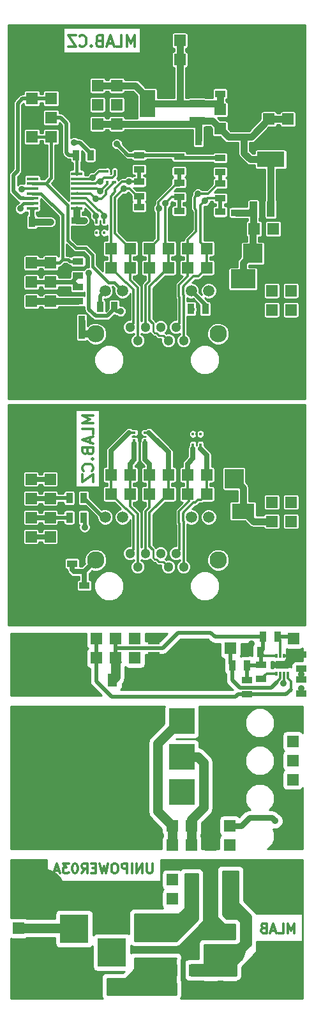
<source format=gbr>
G75*
G71*
%MOMM*%
%OFA0B0*%
%FSLAX53Y53*%
%IPPOS*%
%LPD*%
%ADD11R,2.49936X2.55016*%
%ADD14C,0.40000*%
%ADD15R,3.81000X3.81000*%
%ADD16R,0.29972X0.44958*%
%ADD17C,0.30000*%
%ADD20R,3.29946X2.49936*%
%ADD21C,0.80000*%
%ADD23C,2.30000*%
%ADD27R,1.50000X0.45000*%
%ADD28R,2.49936X1.80086*%
%ADD30R,3.00000X2.00000*%
%ADD31C,1.30000*%
%ADD32R,1.70000X1.00000*%
%ADD33C,0.25400*%
%ADD34R,1.30000X1.50000*%
%ADD35C,0.50000*%
%ADD36R,3.65760X2.03200*%
%ADD40C,0.89000*%
%ADD41R,1.52400X1.52400*%
%ADD42R,1.30048X1.69926*%
%ADD44R,1.01600X2.03200*%
%ADD46R,2.03200X3.65760*%
%ADD48R,0.70000X3.00000*%
%ADD50R,1.39700X0.88900*%
%ADD54C,0.60000*%
%ADD64R,0.30000X0.60000*%
%ADD67C,0.90000*%
%ADD68R,2.55016X2.49936*%
%ADD74C,0.25000*%
%ADD77R,0.88900X1.39700*%
%ADD78R,3.40000X3.40000*%
%ADD79R,3.81000X3.33000*%
%ADD80R,2.03200X1.01600*%
%ADD81C,0.70000*%
%ADD82C,1.50000*%
%ADD83R,0.44958X0.29972*%
%ADD85C,6.00000*%
X0000000Y0000000D02*
G01*
D17*
X0038298Y0009381D02*
X0038298Y0010681D01*
X0037865Y0009753D01*
X0037432Y0010681D01*
X0037432Y0009381D01*
X0036193Y0009381D02*
X0036812Y0009381D01*
X0036812Y0010681D01*
X0035822Y0009753D02*
X0035203Y0009753D01*
X0035946Y0009381D02*
X0035512Y0010681D01*
X0035079Y0009381D01*
X0034212Y0010062D02*
X0034027Y0010000D01*
X0033965Y0009939D01*
X0033903Y0009815D01*
X0033903Y0009629D01*
X0033965Y0009505D01*
X0034027Y0009443D01*
X0034151Y0009381D01*
X0034646Y0009381D01*
X0034646Y0010681D01*
X0034212Y0010681D01*
X0034089Y0010620D01*
X0034027Y0010558D01*
X0033965Y0010434D01*
X0033965Y0010310D01*
X0034027Y0010186D01*
X0034089Y0010124D01*
X0034212Y0010062D01*
X0034646Y0010062D01*
X0019487Y0018619D02*
X0019487Y0017567D01*
X0019425Y0017443D01*
X0019363Y0017381D01*
X0019239Y0017319D01*
X0018991Y0017319D01*
X0018868Y0017381D01*
X0018806Y0017443D01*
X0018744Y0017567D01*
X0018744Y0018619D01*
X0018125Y0017319D02*
X0018125Y0018619D01*
X0017382Y0017319D01*
X0017382Y0018619D01*
X0016763Y0017319D02*
X0016763Y0018619D01*
X0016144Y0017319D02*
X0016144Y0018619D01*
X0015648Y0018619D01*
X0015525Y0018557D01*
X0015463Y0018495D01*
X0015401Y0018371D01*
X0015401Y0018186D01*
X0015463Y0018062D01*
X0015525Y0018000D01*
X0015648Y0017938D01*
X0016144Y0017938D01*
X0014596Y0018619D02*
X0014348Y0018619D01*
X0014225Y0018557D01*
X0014101Y0018433D01*
X0014039Y0018186D01*
X0014039Y0017752D01*
X0014101Y0017505D01*
X0014225Y0017381D01*
X0014348Y0017319D01*
X0014596Y0017319D01*
X0014720Y0017381D01*
X0014844Y0017505D01*
X0014906Y0017752D01*
X0014906Y0018186D01*
X0014844Y0018433D01*
X0014720Y0018557D01*
X0014596Y0018619D01*
X0013606Y0018619D02*
X0013296Y0017319D01*
X0013048Y0018247D01*
X0012801Y0017319D01*
X0012491Y0018619D01*
X0011996Y0018000D02*
X0011563Y0018000D01*
X0011377Y0017319D02*
X0011996Y0017319D01*
X0011996Y0018619D01*
X0011377Y0018619D01*
X0010077Y0017319D02*
X0010510Y0017938D01*
X0010820Y0017319D02*
X0010820Y0018619D01*
X0010325Y0018619D01*
X0010201Y0018557D01*
X0010139Y0018495D01*
X0010077Y0018371D01*
X0010077Y0018186D01*
X0010139Y0018062D01*
X0010201Y0018000D01*
X0010325Y0017938D01*
X0010820Y0017938D01*
X0009272Y0018619D02*
X0009148Y0018619D01*
X0009025Y0018557D01*
X0008963Y0018495D01*
X0008901Y0018371D01*
X0008839Y0018124D01*
X0008839Y0017814D01*
X0008901Y0017567D01*
X0008963Y0017443D01*
X0009025Y0017381D01*
X0009148Y0017319D01*
X0009272Y0017319D01*
X0009396Y0017381D01*
X0009458Y0017443D01*
X0009520Y0017567D01*
X0009582Y0017814D01*
X0009582Y0018124D01*
X0009520Y0018371D01*
X0009458Y0018495D01*
X0009396Y0018557D01*
X0009272Y0018619D01*
X0008406Y0018619D02*
X0007601Y0018619D01*
X0008034Y0018124D01*
X0007848Y0018124D01*
X0007725Y0018062D01*
X0007663Y0018000D01*
X0007601Y0017876D01*
X0007601Y0017567D01*
X0007663Y0017443D01*
X0007725Y0017381D01*
X0007848Y0017319D01*
X0008220Y0017319D01*
X0008344Y0017381D01*
X0008406Y0017443D01*
X0007106Y0017690D02*
X0006487Y0017690D01*
X0007229Y0017319D02*
X0006796Y0018619D01*
X0006363Y0017319D01*
D85*
X0035306Y0014986D03*
D41*
X0029718Y0001842D03*
X0027178Y0001842D03*
X0029718Y0004382D03*
X0027178Y0004382D03*
X0029718Y0006922D03*
X0027178Y0006922D03*
X0029718Y0009462D03*
X0027178Y0009462D03*
D15*
X0014097Y0013058D03*
X0014097Y0006858D03*
X0009097Y0009958D03*
D34*
X0022209Y0004445D03*
D48*
X0023559Y0004445D03*
D34*
X0024909Y0004445D03*
D41*
X0022098Y0013907D03*
X0022098Y0016447D03*
X0022098Y0021082D03*
X0022098Y0023622D03*
X0024638Y0021082D03*
X0024638Y0023622D03*
X0024638Y0013907D03*
X0024638Y0016447D03*
X0038100Y0034798D03*
X0038100Y0029718D03*
D78*
X0023368Y0028066D03*
X0023368Y0032766D03*
X0023368Y0037466D03*
D85*
X0004826Y0014986D03*
X0035306Y0004826D03*
X0004826Y0004826D03*
X0004826Y0025146D03*
X0004826Y0035306D03*
D41*
X0038100Y0032258D03*
D28*
X0010765Y0002286D03*
X0014762Y0002286D03*
D41*
X0029718Y0013907D03*
X0029718Y0016447D03*
X0029718Y0021082D03*
X0029718Y0023622D03*
X0027178Y0021082D03*
X0027178Y0023622D03*
X0027178Y0013907D03*
X0027178Y0016447D03*
D79*
X0019114Y0010149D03*
X0019114Y0004329D03*
D41*
X0001715Y0010033D03*
D40*
X0035751Y0024257D03*
D31*
X0001715Y0010033D02*
X0009022Y0010033D01*
X0009022Y0010033D02*
X0009097Y0009958D01*
D21*
X0035306Y0024702D02*
X0032360Y0024702D01*
X0032360Y0024702D02*
X0031280Y0023622D01*
X0031280Y0023622D02*
X0029718Y0023622D01*
X0035751Y0024257D02*
X0035306Y0024702D01*
D31*
X0020193Y0034521D02*
X0020193Y0025527D01*
X0023368Y0037466D02*
X0023138Y0037466D01*
X0023138Y0037466D02*
X0020193Y0034521D01*
X0022098Y0023622D02*
X0020193Y0025527D01*
X0022098Y0021082D02*
X0022098Y0023622D01*
X0026289Y0031941D02*
X0025464Y0032766D01*
X0025464Y0032766D02*
X0023368Y0032766D01*
X0026289Y0026057D02*
X0026289Y0031941D01*
X0024638Y0023622D02*
X0024638Y0024406D01*
X0024638Y0024406D02*
X0026289Y0026057D01*
X0024638Y0021082D02*
X0024638Y0023622D01*
D33*
G36*
X0022561Y0005945D02*
X0022561Y0002945D01*
X0022605Y0002710D01*
X0022606Y0002709D01*
X0022606Y0001270D01*
X0013462Y0001270D01*
X0013462Y0003366D01*
X0015812Y0003366D01*
X0015861Y0003376D01*
X0015901Y0003403D01*
X0017044Y0004546D01*
X0017072Y0004588D01*
X0017082Y0004636D01*
X0017082Y0006096D01*
X0022592Y0006096D01*
X0022561Y0005945D01*
X0022561Y0005945D01*
G37*
X0022561Y0005945D02*
X0022561Y0002945D01*
X0022605Y0002710D01*
X0022606Y0002709D01*
X0022606Y0001270D01*
X0013462Y0001270D01*
X0013462Y0003366D01*
X0015812Y0003366D01*
X0015861Y0003376D01*
X0015901Y0003403D01*
X0017044Y0004546D01*
X0017072Y0004588D01*
X0017082Y0004636D01*
X0017082Y0006096D01*
X0022592Y0006096D01*
X0022561Y0005945D01*
G36*
X0030544Y0003810D02*
X0024556Y0003810D01*
X0024556Y0005207D01*
X0030544Y0005207D01*
X0030544Y0003810D01*
X0030544Y0003810D01*
G37*
X0030544Y0003810D02*
X0024556Y0003810D01*
X0024556Y0005207D01*
X0030544Y0005207D01*
X0030544Y0003810D01*
G36*
X0030861Y0013399D02*
X0030871Y0013349D01*
X0030898Y0013309D01*
X0032512Y0011695D01*
X0032512Y0007868D01*
X0031809Y0007167D01*
X0031309Y0005961D01*
X0030617Y0005270D01*
X0026353Y0005209D01*
X0026353Y0007874D01*
X0030734Y0007874D01*
X0030783Y0007884D01*
X0030824Y0007911D01*
X0031141Y0008229D01*
X0031169Y0008271D01*
X0031179Y0008319D01*
X0031179Y0010795D01*
X0031168Y0010844D01*
X0031141Y0010885D01*
X0030760Y0011266D01*
X0030718Y0011294D01*
X0030671Y0011303D01*
X0029326Y0011303D01*
X0028766Y0011864D01*
X0028766Y0017590D01*
X0030861Y0017590D01*
X0030861Y0013399D01*
X0030861Y0013399D01*
G37*
X0030861Y0013399D02*
X0030871Y0013349D01*
X0030898Y0013309D01*
X0032512Y0011695D01*
X0032512Y0007868D01*
X0031809Y0007167D01*
X0031309Y0005961D01*
X0030617Y0005270D01*
X0026353Y0005209D01*
X0026353Y0007874D01*
X0030734Y0007874D01*
X0030783Y0007884D01*
X0030824Y0007911D01*
X0031141Y0008229D01*
X0031169Y0008271D01*
X0031179Y0008319D01*
X0031179Y0010795D01*
X0031168Y0010844D01*
X0031141Y0010885D01*
X0030760Y0011266D01*
X0030718Y0011294D01*
X0030671Y0011303D01*
X0029326Y0011303D01*
X0028766Y0011864D01*
X0028766Y0017590D01*
X0030861Y0017590D01*
X0030861Y0013399D01*
G36*
X0025464Y0011229D02*
X0022617Y0008382D01*
X0017145Y0008382D01*
X0017145Y0011938D01*
X0022987Y0011938D01*
X0023036Y0011948D01*
X0023077Y0011975D01*
X0023775Y0012674D01*
X0023803Y0012716D01*
X0023813Y0012764D01*
X0023813Y0017272D01*
X0025464Y0017272D01*
X0025464Y0011229D01*
X0025464Y0011229D01*
G37*
X0025464Y0011229D02*
X0022617Y0008382D01*
X0017145Y0008382D01*
X0017145Y0011938D01*
X0022987Y0011938D01*
X0023036Y0011948D01*
X0023077Y0011975D01*
X0023775Y0012674D01*
X0023803Y0012716D01*
X0023813Y0012764D01*
X0023813Y0017272D01*
X0025464Y0017272D01*
X0025464Y0011229D01*
G36*
X0005454Y0016212D02*
X0020581Y0016212D01*
X0020581Y0019102D01*
X0039422Y0019102D01*
X0039422Y0000710D01*
X0023191Y0000710D01*
X0023318Y0000896D01*
X0023368Y0001143D01*
X0023368Y0003316D01*
X0023455Y0003443D01*
X0023506Y0003695D01*
X0023506Y0005195D01*
X0023611Y0005195D01*
X0023611Y0003695D01*
X0023655Y0003460D01*
X0023794Y0003244D01*
X0024007Y0003099D01*
X0024259Y0003048D01*
X0025559Y0003048D01*
X0025561Y0003048D01*
X0026128Y0003048D01*
X0026164Y0003023D01*
X0026416Y0002972D01*
X0027940Y0002972D01*
X0028175Y0003016D01*
X0028225Y0003048D01*
X0028668Y0003048D01*
X0028704Y0003023D01*
X0028956Y0002972D01*
X0030480Y0002972D01*
X0030715Y0003016D01*
X0030803Y0003073D01*
X0030901Y0003091D01*
X0031113Y0003228D01*
X0031255Y0003436D01*
X0031306Y0003683D01*
X0031306Y0004880D01*
X0033088Y0006663D01*
X0033224Y0006865D01*
X0033274Y0007112D01*
X0033274Y0008275D01*
X0039393Y0008275D01*
X0039393Y0011965D01*
X0033232Y0011965D01*
X0033227Y0011986D01*
X0033088Y0012197D01*
X0031623Y0013662D01*
X0031623Y0017717D01*
X0031580Y0017947D01*
X0031443Y0018159D01*
X0031235Y0018301D01*
X0030988Y0018352D01*
X0028639Y0018352D01*
X0028408Y0018308D01*
X0028196Y0018172D01*
X0028054Y0017964D01*
X0028004Y0017717D01*
X0028004Y0011811D01*
X0028050Y0011572D01*
X0028189Y0011362D01*
X0028824Y0010727D01*
X0029026Y0010591D01*
X0029274Y0010541D01*
X0030407Y0010541D01*
X0030417Y0010532D01*
X0030417Y0008636D01*
X0026226Y0008636D01*
X0025995Y0008593D01*
X0025783Y0008456D01*
X0025641Y0008248D01*
X0025591Y0008001D01*
X0025591Y0005969D01*
X0024257Y0005969D01*
X0024026Y0005926D01*
X0023814Y0005789D01*
X0023672Y0005581D01*
X0023622Y0005334D01*
X0023622Y0005249D01*
X0023611Y0005195D01*
X0023506Y0005195D01*
X0023462Y0005430D01*
X0023368Y0005576D01*
X0023368Y0006223D01*
X0023325Y0006454D01*
X0023188Y0006666D01*
X0022980Y0006808D01*
X0022733Y0006858D01*
X0016955Y0006858D01*
X0016724Y0006815D01*
X0016649Y0006767D01*
X0016649Y0007753D01*
X0016771Y0007670D01*
X0017018Y0007620D01*
X0022670Y0007620D01*
X0022908Y0007667D01*
X0023119Y0007806D01*
X0026040Y0010727D01*
X0026175Y0010929D01*
X0026226Y0011176D01*
X0026226Y0017399D01*
X0026182Y0017630D01*
X0026046Y0017842D01*
X0025838Y0017984D01*
X0025591Y0018034D01*
X0023686Y0018034D01*
X0023455Y0017991D01*
X0023243Y0017854D01*
X0023178Y0017760D01*
X0023112Y0017805D01*
X0022860Y0017856D01*
X0021336Y0017856D01*
X0021101Y0017812D01*
X0020885Y0017673D01*
X0020740Y0017460D01*
X0020689Y0017209D01*
X0020689Y0015685D01*
X0020733Y0015449D01*
X0020872Y0015233D01*
X0020954Y0015177D01*
X0020885Y0015133D01*
X0020740Y0014920D01*
X0020689Y0014669D01*
X0020689Y0013145D01*
X0020733Y0012909D01*
X0020867Y0012700D01*
X0017018Y0012700D01*
X0016787Y0012657D01*
X0016575Y0012520D01*
X0016433Y0012312D01*
X0016383Y0012065D01*
X0016383Y0009271D01*
X0016254Y0009359D01*
X0016002Y0009410D01*
X0012192Y0009410D01*
X0011957Y0009366D01*
X0011741Y0009227D01*
X0011649Y0009094D01*
X0011649Y0011863D01*
X0011605Y0012098D01*
X0011466Y0012314D01*
X0011254Y0012459D01*
X0011002Y0012510D01*
X0007192Y0012510D01*
X0006957Y0012466D01*
X0006741Y0012327D01*
X0006596Y0012115D01*
X0006545Y0011863D01*
X0006545Y0011318D01*
X0002836Y0011318D01*
X0002728Y0011391D01*
X0002477Y0011442D01*
X0000953Y0011442D01*
X0000717Y0011398D01*
X0000710Y0011394D01*
X0000710Y0019102D01*
X0005454Y0019102D01*
X0005454Y0016212D01*
X0005454Y0016212D01*
G37*
X0005454Y0016212D02*
X0020581Y0016212D01*
X0020581Y0019102D01*
X0039422Y0019102D01*
X0039422Y0000710D01*
X0023191Y0000710D01*
X0023318Y0000896D01*
X0023368Y0001143D01*
X0023368Y0003316D01*
X0023455Y0003443D01*
X0023506Y0003695D01*
X0023506Y0005195D01*
X0023611Y0005195D01*
X0023611Y0003695D01*
X0023655Y0003460D01*
X0023794Y0003244D01*
X0024007Y0003099D01*
X0024259Y0003048D01*
X0025559Y0003048D01*
X0025561Y0003048D01*
X0026128Y0003048D01*
X0026164Y0003023D01*
X0026416Y0002972D01*
X0027940Y0002972D01*
X0028175Y0003016D01*
X0028225Y0003048D01*
X0028668Y0003048D01*
X0028704Y0003023D01*
X0028956Y0002972D01*
X0030480Y0002972D01*
X0030715Y0003016D01*
X0030803Y0003073D01*
X0030901Y0003091D01*
X0031113Y0003228D01*
X0031255Y0003436D01*
X0031306Y0003683D01*
X0031306Y0004880D01*
X0033088Y0006663D01*
X0033224Y0006865D01*
X0033274Y0007112D01*
X0033274Y0008275D01*
X0039393Y0008275D01*
X0039393Y0011965D01*
X0033232Y0011965D01*
X0033227Y0011986D01*
X0033088Y0012197D01*
X0031623Y0013662D01*
X0031623Y0017717D01*
X0031580Y0017947D01*
X0031443Y0018159D01*
X0031235Y0018301D01*
X0030988Y0018352D01*
X0028639Y0018352D01*
X0028408Y0018308D01*
X0028196Y0018172D01*
X0028054Y0017964D01*
X0028004Y0017717D01*
X0028004Y0011811D01*
X0028050Y0011572D01*
X0028189Y0011362D01*
X0028824Y0010727D01*
X0029026Y0010591D01*
X0029274Y0010541D01*
X0030407Y0010541D01*
X0030417Y0010532D01*
X0030417Y0008636D01*
X0026226Y0008636D01*
X0025995Y0008593D01*
X0025783Y0008456D01*
X0025641Y0008248D01*
X0025591Y0008001D01*
X0025591Y0005969D01*
X0024257Y0005969D01*
X0024026Y0005926D01*
X0023814Y0005789D01*
X0023672Y0005581D01*
X0023622Y0005334D01*
X0023622Y0005249D01*
X0023611Y0005195D01*
X0023506Y0005195D01*
X0023462Y0005430D01*
X0023368Y0005576D01*
X0023368Y0006223D01*
X0023325Y0006454D01*
X0023188Y0006666D01*
X0022980Y0006808D01*
X0022733Y0006858D01*
X0016955Y0006858D01*
X0016724Y0006815D01*
X0016649Y0006767D01*
X0016649Y0007753D01*
X0016771Y0007670D01*
X0017018Y0007620D01*
X0022670Y0007620D01*
X0022908Y0007667D01*
X0023119Y0007806D01*
X0026040Y0010727D01*
X0026175Y0010929D01*
X0026226Y0011176D01*
X0026226Y0017399D01*
X0026182Y0017630D01*
X0026046Y0017842D01*
X0025838Y0017984D01*
X0025591Y0018034D01*
X0023686Y0018034D01*
X0023455Y0017991D01*
X0023243Y0017854D01*
X0023178Y0017760D01*
X0023112Y0017805D01*
X0022860Y0017856D01*
X0021336Y0017856D01*
X0021101Y0017812D01*
X0020885Y0017673D01*
X0020740Y0017460D01*
X0020689Y0017209D01*
X0020689Y0015685D01*
X0020733Y0015449D01*
X0020872Y0015233D01*
X0020954Y0015177D01*
X0020885Y0015133D01*
X0020740Y0014920D01*
X0020689Y0014669D01*
X0020689Y0013145D01*
X0020733Y0012909D01*
X0020867Y0012700D01*
X0017018Y0012700D01*
X0016787Y0012657D01*
X0016575Y0012520D01*
X0016433Y0012312D01*
X0016383Y0012065D01*
X0016383Y0009271D01*
X0016254Y0009359D01*
X0016002Y0009410D01*
X0012192Y0009410D01*
X0011957Y0009366D01*
X0011741Y0009227D01*
X0011649Y0009094D01*
X0011649Y0011863D01*
X0011605Y0012098D01*
X0011466Y0012314D01*
X0011254Y0012459D01*
X0011002Y0012510D01*
X0007192Y0012510D01*
X0006957Y0012466D01*
X0006741Y0012327D01*
X0006596Y0012115D01*
X0006545Y0011863D01*
X0006545Y0011318D01*
X0002836Y0011318D01*
X0002728Y0011391D01*
X0002477Y0011442D01*
X0000953Y0011442D01*
X0000717Y0011398D01*
X0000710Y0011394D01*
X0000710Y0019102D01*
X0005454Y0019102D01*
X0005454Y0016212D01*
G36*
X0006545Y0008053D02*
X0006589Y0007818D01*
X0006728Y0007602D01*
X0006940Y0007457D01*
X0007192Y0007406D01*
X0011002Y0007406D01*
X0011237Y0007450D01*
X0011453Y0007589D01*
X0011545Y0007722D01*
X0011545Y0004953D01*
X0011589Y0004718D01*
X0011728Y0004502D01*
X0011940Y0004357D01*
X0012192Y0004306D01*
X0015727Y0004306D01*
X0015548Y0004128D01*
X0013335Y0004128D01*
X0013104Y0004084D01*
X0012892Y0003948D01*
X0012750Y0003740D01*
X0012700Y0003493D01*
X0012700Y0001143D01*
X0012743Y0000912D01*
X0012874Y0000710D01*
X0000710Y0000710D01*
X0000710Y0008673D01*
X0000953Y0008624D01*
X0002477Y0008624D01*
X0002712Y0008668D01*
X0002836Y0008748D01*
X0006545Y0008748D01*
X0006545Y0008053D01*
X0006545Y0008053D01*
G37*
X0006545Y0008053D02*
X0006589Y0007818D01*
X0006728Y0007602D01*
X0006940Y0007457D01*
X0007192Y0007406D01*
X0011002Y0007406D01*
X0011237Y0007450D01*
X0011453Y0007589D01*
X0011545Y0007722D01*
X0011545Y0004953D01*
X0011589Y0004718D01*
X0011728Y0004502D01*
X0011940Y0004357D01*
X0012192Y0004306D01*
X0015727Y0004306D01*
X0015548Y0004128D01*
X0013335Y0004128D01*
X0013104Y0004084D01*
X0012892Y0003948D01*
X0012750Y0003740D01*
X0012700Y0003493D01*
X0012700Y0001143D01*
X0012743Y0000912D01*
X0012874Y0000710D01*
X0000710Y0000710D01*
X0000710Y0008673D01*
X0000953Y0008624D01*
X0002477Y0008624D01*
X0002712Y0008668D01*
X0002836Y0008748D01*
X0006545Y0008748D01*
X0006545Y0008053D01*
G36*
X0021072Y0039418D02*
X0021021Y0039166D01*
X0021021Y0037166D01*
X0019284Y0035430D01*
X0019006Y0035013D01*
X0018908Y0034521D01*
X0018908Y0025527D01*
X0019006Y0025035D01*
X0019284Y0024618D01*
X0020689Y0023214D01*
X0020689Y0022860D01*
X0020733Y0022625D01*
X0020813Y0022500D01*
X0020813Y0022203D01*
X0020740Y0022096D01*
X0020689Y0021844D01*
X0020689Y0020522D01*
X0000710Y0020522D01*
X0000710Y0039422D01*
X0021074Y0039422D01*
X0021072Y0039418D01*
X0021072Y0039418D01*
G37*
X0021072Y0039418D02*
X0021021Y0039166D01*
X0021021Y0037166D01*
X0019284Y0035430D01*
X0019006Y0035013D01*
X0018908Y0034521D01*
X0018908Y0025527D01*
X0019006Y0025035D01*
X0019284Y0024618D01*
X0020689Y0023214D01*
X0020689Y0022860D01*
X0020733Y0022625D01*
X0020813Y0022500D01*
X0020813Y0022203D01*
X0020740Y0022096D01*
X0020689Y0021844D01*
X0020689Y0020522D01*
X0000710Y0020522D01*
X0000710Y0039422D01*
X0021074Y0039422D01*
X0021072Y0039418D01*
G36*
X0039422Y0035862D02*
X0039326Y0036011D01*
X0039114Y0036156D01*
X0038862Y0036207D01*
X0037338Y0036207D01*
X0037103Y0036163D01*
X0036887Y0036024D01*
X0036742Y0035812D01*
X0036691Y0035560D01*
X0036691Y0034036D01*
X0036735Y0033801D01*
X0036874Y0033585D01*
X0036956Y0033529D01*
X0036887Y0033484D01*
X0036742Y0033272D01*
X0036691Y0033020D01*
X0036691Y0031496D01*
X0036735Y0031261D01*
X0036874Y0031045D01*
X0036956Y0030989D01*
X0036887Y0030944D01*
X0036742Y0030732D01*
X0036691Y0030480D01*
X0036691Y0028956D01*
X0036735Y0028721D01*
X0036874Y0028505D01*
X0037086Y0028360D01*
X0037338Y0028309D01*
X0038862Y0028309D01*
X0039097Y0028353D01*
X0039313Y0028492D01*
X0039422Y0028651D01*
X0039422Y0020522D01*
X0034744Y0020522D01*
X0034841Y0020562D01*
X0035400Y0021120D01*
X0035703Y0021849D01*
X0035704Y0022639D01*
X0035470Y0023204D01*
X0035535Y0023177D01*
X0035964Y0023177D01*
X0036361Y0023341D01*
X0036666Y0023644D01*
X0036830Y0024041D01*
X0036831Y0024471D01*
X0036667Y0024868D01*
X0036363Y0025172D01*
X0036254Y0025217D01*
X0036037Y0025434D01*
X0035702Y0025658D01*
X0035306Y0025737D01*
X0035305Y0025737D01*
X0035021Y0025737D01*
X0035400Y0026116D01*
X0035703Y0026845D01*
X0035704Y0027635D01*
X0035402Y0028364D01*
X0034844Y0028923D01*
X0034115Y0029226D01*
X0033325Y0029227D01*
X0032596Y0028925D01*
X0032037Y0028367D01*
X0031734Y0027638D01*
X0031733Y0026848D01*
X0032035Y0026119D01*
X0032416Y0025737D01*
X0032360Y0025737D01*
X0032360Y0025737D01*
X0031964Y0025658D01*
X0031829Y0025568D01*
X0031628Y0025434D01*
X0031628Y0025434D01*
X0030978Y0024783D01*
X0030944Y0024835D01*
X0030732Y0024980D01*
X0030480Y0025031D01*
X0028956Y0025031D01*
X0028721Y0024987D01*
X0028505Y0024848D01*
X0028360Y0024636D01*
X0028309Y0024384D01*
X0028309Y0022860D01*
X0028353Y0022625D01*
X0028492Y0022409D01*
X0028574Y0022353D01*
X0028505Y0022308D01*
X0028360Y0022096D01*
X0028309Y0021844D01*
X0028309Y0020522D01*
X0026047Y0020522D01*
X0026047Y0021844D01*
X0026003Y0022079D01*
X0025923Y0022204D01*
X0025923Y0022501D01*
X0025996Y0022608D01*
X0026047Y0022860D01*
X0026047Y0023998D01*
X0027198Y0025148D01*
X0027476Y0025565D01*
X0027574Y0026057D01*
X0027574Y0031853D01*
X0031733Y0031853D01*
X0032035Y0031123D01*
X0032593Y0030564D01*
X0033322Y0030261D01*
X0034112Y0030261D01*
X0034841Y0030562D01*
X0035400Y0031120D01*
X0035703Y0031849D01*
X0035704Y0032639D01*
X0035402Y0033369D01*
X0034844Y0033928D01*
X0034115Y0034231D01*
X0033325Y0034231D01*
X0032596Y0033930D01*
X0032037Y0033372D01*
X0031734Y0032643D01*
X0031733Y0031853D01*
X0027574Y0031853D01*
X0027574Y0031941D01*
X0027476Y0032432D01*
X0027198Y0032849D01*
X0026372Y0033675D01*
X0025955Y0033953D01*
X0025715Y0034001D01*
X0025715Y0034466D01*
X0025671Y0034701D01*
X0025532Y0034917D01*
X0025320Y0035062D01*
X0025068Y0035113D01*
X0022603Y0035113D01*
X0022608Y0035119D01*
X0025068Y0035119D01*
X0025303Y0035163D01*
X0025519Y0035302D01*
X0025664Y0035514D01*
X0025715Y0035766D01*
X0025715Y0036853D01*
X0031733Y0036853D01*
X0032035Y0036123D01*
X0032593Y0035564D01*
X0033322Y0035261D01*
X0034112Y0035261D01*
X0034841Y0035562D01*
X0035400Y0036120D01*
X0035703Y0036849D01*
X0035704Y0037639D01*
X0035402Y0038369D01*
X0034844Y0038928D01*
X0034115Y0039231D01*
X0033325Y0039231D01*
X0032596Y0038930D01*
X0032037Y0038372D01*
X0031734Y0037643D01*
X0031733Y0036853D01*
X0025715Y0036853D01*
X0025715Y0039166D01*
X0025671Y0039401D01*
X0025658Y0039422D01*
X0039422Y0039422D01*
X0039422Y0035862D01*
X0039422Y0035862D01*
G37*
X0039422Y0035862D02*
X0039326Y0036011D01*
X0039114Y0036156D01*
X0038862Y0036207D01*
X0037338Y0036207D01*
X0037103Y0036163D01*
X0036887Y0036024D01*
X0036742Y0035812D01*
X0036691Y0035560D01*
X0036691Y0034036D01*
X0036735Y0033801D01*
X0036874Y0033585D01*
X0036956Y0033529D01*
X0036887Y0033484D01*
X0036742Y0033272D01*
X0036691Y0033020D01*
X0036691Y0031496D01*
X0036735Y0031261D01*
X0036874Y0031045D01*
X0036956Y0030989D01*
X0036887Y0030944D01*
X0036742Y0030732D01*
X0036691Y0030480D01*
X0036691Y0028956D01*
X0036735Y0028721D01*
X0036874Y0028505D01*
X0037086Y0028360D01*
X0037338Y0028309D01*
X0038862Y0028309D01*
X0039097Y0028353D01*
X0039313Y0028492D01*
X0039422Y0028651D01*
X0039422Y0020522D01*
X0034744Y0020522D01*
X0034841Y0020562D01*
X0035400Y0021120D01*
X0035703Y0021849D01*
X0035704Y0022639D01*
X0035470Y0023204D01*
X0035535Y0023177D01*
X0035964Y0023177D01*
X0036361Y0023341D01*
X0036666Y0023644D01*
X0036830Y0024041D01*
X0036831Y0024471D01*
X0036667Y0024868D01*
X0036363Y0025172D01*
X0036254Y0025217D01*
X0036037Y0025434D01*
X0035702Y0025658D01*
X0035306Y0025737D01*
X0035305Y0025737D01*
X0035021Y0025737D01*
X0035400Y0026116D01*
X0035703Y0026845D01*
X0035704Y0027635D01*
X0035402Y0028364D01*
X0034844Y0028923D01*
X0034115Y0029226D01*
X0033325Y0029227D01*
X0032596Y0028925D01*
X0032037Y0028367D01*
X0031734Y0027638D01*
X0031733Y0026848D01*
X0032035Y0026119D01*
X0032416Y0025737D01*
X0032360Y0025737D01*
X0032360Y0025737D01*
X0031964Y0025658D01*
X0031829Y0025568D01*
X0031628Y0025434D01*
X0031628Y0025434D01*
X0030978Y0024783D01*
X0030944Y0024835D01*
X0030732Y0024980D01*
X0030480Y0025031D01*
X0028956Y0025031D01*
X0028721Y0024987D01*
X0028505Y0024848D01*
X0028360Y0024636D01*
X0028309Y0024384D01*
X0028309Y0022860D01*
X0028353Y0022625D01*
X0028492Y0022409D01*
X0028574Y0022353D01*
X0028505Y0022308D01*
X0028360Y0022096D01*
X0028309Y0021844D01*
X0028309Y0020522D01*
X0026047Y0020522D01*
X0026047Y0021844D01*
X0026003Y0022079D01*
X0025923Y0022204D01*
X0025923Y0022501D01*
X0025996Y0022608D01*
X0026047Y0022860D01*
X0026047Y0023998D01*
X0027198Y0025148D01*
X0027476Y0025565D01*
X0027574Y0026057D01*
X0027574Y0031853D01*
X0031733Y0031853D01*
X0032035Y0031123D01*
X0032593Y0030564D01*
X0033322Y0030261D01*
X0034112Y0030261D01*
X0034841Y0030562D01*
X0035400Y0031120D01*
X0035703Y0031849D01*
X0035704Y0032639D01*
X0035402Y0033369D01*
X0034844Y0033928D01*
X0034115Y0034231D01*
X0033325Y0034231D01*
X0032596Y0033930D01*
X0032037Y0033372D01*
X0031734Y0032643D01*
X0031733Y0031853D01*
X0027574Y0031853D01*
X0027574Y0031941D01*
X0027476Y0032432D01*
X0027198Y0032849D01*
X0026372Y0033675D01*
X0025955Y0033953D01*
X0025715Y0034001D01*
X0025715Y0034466D01*
X0025671Y0034701D01*
X0025532Y0034917D01*
X0025320Y0035062D01*
X0025068Y0035113D01*
X0022603Y0035113D01*
X0022608Y0035119D01*
X0025068Y0035119D01*
X0025303Y0035163D01*
X0025519Y0035302D01*
X0025664Y0035514D01*
X0025715Y0035766D01*
X0025715Y0036853D01*
X0031733Y0036853D01*
X0032035Y0036123D01*
X0032593Y0035564D01*
X0033322Y0035261D01*
X0034112Y0035261D01*
X0034841Y0035562D01*
X0035400Y0036120D01*
X0035703Y0036849D01*
X0035704Y0037639D01*
X0035402Y0038369D01*
X0034844Y0038928D01*
X0034115Y0039231D01*
X0033325Y0039231D01*
X0032596Y0038930D01*
X0032037Y0038372D01*
X0031734Y0037643D01*
X0031733Y0036853D01*
X0025715Y0036853D01*
X0025715Y0039166D01*
X0025671Y0039401D01*
X0025658Y0039422D01*
X0039422Y0039422D01*
X0039422Y0035862D01*
X0000000Y0040130D02*
G01*
D17*
D41*
X0029845Y0047115D03*
X0038227Y0048385D03*
X0014605Y0045845D03*
X0014605Y0048385D03*
X0012065Y0045845D03*
X0012065Y0048385D03*
X0017145Y0045845D03*
X0017145Y0048385D03*
X0009525Y0045845D03*
X0009525Y0048385D03*
X0019685Y0045845D03*
X0019685Y0048385D03*
D85*
X0025146Y0044956D03*
X0004826Y0044956D03*
D77*
X0032004Y0044829D03*
X0030099Y0044829D03*
X0034163Y0048639D03*
X0036068Y0048639D03*
D50*
X0039243Y0041083D03*
X0039243Y0042988D03*
X0039243Y0044385D03*
X0039243Y0046290D03*
X0032004Y0042924D03*
X0032004Y0041019D03*
X0033909Y0044956D03*
X0033909Y0043051D03*
D77*
X0033782Y0046607D03*
X0031877Y0046607D03*
D64*
X0037453Y0043756D03*
X0036953Y0043756D03*
X0036453Y0043756D03*
X0035953Y0043756D03*
X0035953Y0046156D03*
X0036453Y0046156D03*
X0036953Y0046156D03*
X0037453Y0046156D03*
D32*
X0036703Y0044956D03*
D42*
X0010696Y0042924D03*
X0014196Y0042924D03*
D40*
X0033909Y0044956D03*
X0039243Y0041781D03*
X0033909Y0043051D03*
X0016256Y0041908D03*
X0016129Y0042924D03*
X0038354Y0046607D03*
X0032639Y0047744D03*
X0039243Y0043686D03*
X0036872Y0042451D03*
D35*
X0030099Y0044829D02*
X0030099Y0042876D01*
X0030099Y0042876D02*
X0031061Y0041914D01*
X0035211Y0041914D02*
X0035967Y0042670D01*
X0031061Y0041914D02*
X0035211Y0041914D01*
X0029845Y0047115D02*
X0029845Y0045083D01*
X0029845Y0045083D02*
X0030099Y0044829D01*
D17*
X0036453Y0043756D02*
X0036453Y0043156D01*
X0036453Y0043156D02*
X0035967Y0042670D01*
D35*
X0036068Y0048639D02*
X0037973Y0048639D01*
X0037973Y0048639D02*
X0038227Y0048385D01*
D17*
X0036453Y0046156D02*
X0036453Y0048254D01*
X0036453Y0048254D02*
X0036068Y0048639D01*
D31*
X0014605Y0045845D02*
X0014605Y0043333D01*
X0014605Y0043333D02*
X0014196Y0042924D01*
D35*
X0039243Y0041083D02*
X0039243Y0041781D01*
X0015141Y0045309D02*
X0014605Y0045845D01*
X0032004Y0042924D02*
X0032004Y0044829D01*
D17*
X0035953Y0046156D02*
X0034233Y0046156D01*
X0034233Y0046156D02*
X0033782Y0046607D01*
D35*
X0034163Y0048639D02*
X0034163Y0046988D01*
X0034163Y0046988D02*
X0033782Y0046607D01*
X0033909Y0044956D02*
X0033909Y0046480D01*
X0033909Y0046480D02*
X0033782Y0046607D01*
X0032004Y0044829D02*
X0033782Y0044829D01*
X0033782Y0044829D02*
X0033909Y0044956D01*
X0014605Y0045845D02*
X0014605Y0047242D01*
X0014605Y0047242D02*
X0014605Y0048385D01*
X0034163Y0048639D02*
X0027753Y0048639D01*
X0027753Y0048639D02*
X0027186Y0049206D01*
X0027186Y0049206D02*
X0022840Y0049206D01*
X0022840Y0049206D02*
X0020807Y0047173D01*
X0020807Y0047173D02*
X0014674Y0047173D01*
X0014674Y0047173D02*
X0014605Y0047242D01*
X0032004Y0041019D02*
X0030806Y0041019D01*
X0030806Y0041019D02*
X0030492Y0040706D01*
X0030492Y0040706D02*
X0014104Y0040706D01*
X0014104Y0040706D02*
X0012065Y0042745D01*
X0012065Y0042745D02*
X0012065Y0044583D01*
X0012065Y0044583D02*
X0012065Y0045845D01*
X0012065Y0048385D02*
X0012065Y0045845D01*
X0037846Y0041654D02*
X0037211Y0041019D01*
X0037211Y0041019D02*
X0032004Y0041019D01*
D17*
X0037846Y0042763D02*
X0037846Y0041654D01*
X0037453Y0043756D02*
X0037453Y0043156D01*
X0037453Y0043156D02*
X0037846Y0042763D01*
X0035953Y0043756D02*
X0034614Y0043756D01*
X0034614Y0043756D02*
X0033909Y0043051D01*
X0016129Y0042924D02*
X0016256Y0041908D01*
X0036953Y0046156D02*
X0037453Y0046156D01*
D35*
X0039243Y0046290D02*
X0038672Y0046290D01*
X0038672Y0046290D02*
X0038354Y0046607D01*
X0031877Y0046607D02*
X0031877Y0046982D01*
X0031877Y0046982D02*
X0032639Y0047744D01*
X0039243Y0042988D02*
X0039243Y0043686D01*
X0039243Y0043686D02*
X0039243Y0044385D01*
D17*
X0036953Y0043756D02*
X0036953Y0042532D01*
X0036953Y0042532D02*
X0036872Y0042451D01*
D33*
G36*
X0010656Y0047623D02*
X0010700Y0047388D01*
X0010839Y0047172D01*
X0010921Y0047116D01*
X0010852Y0047071D01*
X0010707Y0046859D01*
X0010656Y0046607D01*
X0010656Y0045083D01*
X0010700Y0044848D01*
X0010839Y0044632D01*
X0011051Y0044487D01*
X0011180Y0044460D01*
X0011180Y0042745D01*
X0011180Y0042745D01*
X0011233Y0042480D01*
X0011247Y0042407D01*
X0011380Y0042208D01*
X0011439Y0042119D01*
X0012719Y0040840D01*
X0000710Y0040840D01*
X0000710Y0049072D01*
X0010656Y0049072D01*
X0010656Y0047623D01*
X0010656Y0047623D01*
G37*
X0010656Y0047623D02*
X0010700Y0047388D01*
X0010839Y0047172D01*
X0010921Y0047116D01*
X0010852Y0047071D01*
X0010707Y0046859D01*
X0010656Y0046607D01*
X0010656Y0045083D01*
X0010700Y0044848D01*
X0010839Y0044632D01*
X0011051Y0044487D01*
X0011180Y0044460D01*
X0011180Y0042745D01*
X0011180Y0042745D01*
X0011233Y0042480D01*
X0011247Y0042407D01*
X0011380Y0042208D01*
X0011439Y0042119D01*
X0012719Y0040840D01*
X0000710Y0040840D01*
X0000710Y0049072D01*
X0010656Y0049072D01*
X0010656Y0047623D01*
G36*
X0027127Y0048013D02*
X0027127Y0048013D01*
X0027217Y0047953D01*
X0027414Y0047821D01*
X0027753Y0047754D01*
X0027753Y0047754D01*
X0028436Y0047754D01*
X0028436Y0046353D01*
X0028480Y0046118D01*
X0028619Y0045902D01*
X0028831Y0045757D01*
X0028960Y0045730D01*
X0028960Y0045083D01*
X0028960Y0045083D01*
X0029007Y0044848D01*
X0029007Y0044846D01*
X0029007Y0044131D01*
X0029051Y0043895D01*
X0029190Y0043679D01*
X0029214Y0043663D01*
X0029214Y0042876D01*
X0029214Y0042876D01*
X0029269Y0042599D01*
X0029281Y0042537D01*
X0029435Y0042308D01*
X0029473Y0042250D01*
X0030129Y0041594D01*
X0030126Y0041591D01*
X0015268Y0041591D01*
X0015298Y0041610D01*
X0015443Y0041822D01*
X0015494Y0042074D01*
X0015494Y0042404D01*
X0015514Y0042424D01*
X0015792Y0042841D01*
X0015809Y0042924D01*
X0015890Y0043333D01*
X0015890Y0044676D01*
X0015919Y0044632D01*
X0016131Y0044487D01*
X0016383Y0044436D01*
X0017907Y0044436D01*
X0018142Y0044480D01*
X0018358Y0044619D01*
X0018503Y0044831D01*
X0018554Y0045083D01*
X0018554Y0046288D01*
X0020807Y0046288D01*
X0020807Y0046288D01*
X0021134Y0046353D01*
X0021146Y0046355D01*
X0021433Y0046547D01*
X0023207Y0048321D01*
X0026819Y0048321D01*
X0027127Y0048013D01*
X0027127Y0048013D01*
G37*
X0027127Y0048013D02*
X0027127Y0048013D01*
X0027217Y0047953D01*
X0027414Y0047821D01*
X0027753Y0047754D01*
X0027753Y0047754D01*
X0028436Y0047754D01*
X0028436Y0046353D01*
X0028480Y0046118D01*
X0028619Y0045902D01*
X0028831Y0045757D01*
X0028960Y0045730D01*
X0028960Y0045083D01*
X0028960Y0045083D01*
X0029007Y0044848D01*
X0029007Y0044846D01*
X0029007Y0044131D01*
X0029051Y0043895D01*
X0029190Y0043679D01*
X0029214Y0043663D01*
X0029214Y0042876D01*
X0029214Y0042876D01*
X0029269Y0042599D01*
X0029281Y0042537D01*
X0029435Y0042308D01*
X0029473Y0042250D01*
X0030129Y0041594D01*
X0030126Y0041591D01*
X0015268Y0041591D01*
X0015298Y0041610D01*
X0015443Y0041822D01*
X0015494Y0042074D01*
X0015494Y0042404D01*
X0015514Y0042424D01*
X0015792Y0042841D01*
X0015809Y0042924D01*
X0015890Y0043333D01*
X0015890Y0044676D01*
X0015919Y0044632D01*
X0016131Y0044487D01*
X0016383Y0044436D01*
X0017907Y0044436D01*
X0018142Y0044480D01*
X0018358Y0044619D01*
X0018503Y0044831D01*
X0018554Y0045083D01*
X0018554Y0046288D01*
X0020807Y0046288D01*
X0020807Y0046288D01*
X0021134Y0046353D01*
X0021146Y0046355D01*
X0021433Y0046547D01*
X0023207Y0048321D01*
X0026819Y0048321D01*
X0027127Y0048013D01*
G36*
X0039422Y0045476D02*
X0038545Y0045476D01*
X0038309Y0045432D01*
X0038093Y0045293D01*
X0037948Y0045081D01*
X0037897Y0044829D01*
X0037897Y0044624D01*
X0037855Y0044652D01*
X0037603Y0044703D01*
X0037303Y0044703D01*
X0037199Y0044684D01*
X0037103Y0044703D01*
X0036803Y0044703D01*
X0036699Y0044684D01*
X0036603Y0044703D01*
X0036303Y0044703D01*
X0036199Y0044684D01*
X0036103Y0044703D01*
X0035803Y0044703D01*
X0035568Y0044659D01*
X0035384Y0044541D01*
X0035255Y0044541D01*
X0035255Y0045371D01*
X0035388Y0045371D01*
X0035551Y0045260D01*
X0035803Y0045209D01*
X0036103Y0045209D01*
X0036207Y0045228D01*
X0036303Y0045209D01*
X0036603Y0045209D01*
X0036838Y0045253D01*
X0037054Y0045392D01*
X0037199Y0045604D01*
X0037250Y0045856D01*
X0037250Y0046456D01*
X0037238Y0046522D01*
X0037238Y0047022D01*
X0037465Y0046976D01*
X0038989Y0046976D01*
X0039224Y0047020D01*
X0039422Y0047147D01*
X0039422Y0045476D01*
X0039422Y0045476D01*
G37*
X0039422Y0045476D02*
X0038545Y0045476D01*
X0038309Y0045432D01*
X0038093Y0045293D01*
X0037948Y0045081D01*
X0037897Y0044829D01*
X0037897Y0044624D01*
X0037855Y0044652D01*
X0037603Y0044703D01*
X0037303Y0044703D01*
X0037199Y0044684D01*
X0037103Y0044703D01*
X0036803Y0044703D01*
X0036699Y0044684D01*
X0036603Y0044703D01*
X0036303Y0044703D01*
X0036199Y0044684D01*
X0036103Y0044703D01*
X0035803Y0044703D01*
X0035568Y0044659D01*
X0035384Y0044541D01*
X0035255Y0044541D01*
X0035255Y0045371D01*
X0035388Y0045371D01*
X0035551Y0045260D01*
X0035803Y0045209D01*
X0036103Y0045209D01*
X0036207Y0045228D01*
X0036303Y0045209D01*
X0036603Y0045209D01*
X0036838Y0045253D01*
X0037054Y0045392D01*
X0037199Y0045604D01*
X0037250Y0045856D01*
X0037250Y0046456D01*
X0037238Y0046522D01*
X0037238Y0047022D01*
X0037465Y0046976D01*
X0038989Y0046976D01*
X0039224Y0047020D01*
X0039422Y0047147D01*
X0039422Y0045476D01*
G36*
X0032741Y0047557D02*
X0032690Y0047306D01*
X0032690Y0046126D01*
X0032449Y0046175D01*
X0031560Y0046175D01*
X0031324Y0046131D01*
X0031145Y0046015D01*
X0031203Y0046101D01*
X0031254Y0046353D01*
X0031254Y0047754D01*
X0032875Y0047754D01*
X0032741Y0047557D01*
X0032741Y0047557D01*
G37*
X0032741Y0047557D02*
X0032690Y0047306D01*
X0032690Y0046126D01*
X0032449Y0046175D01*
X0031560Y0046175D01*
X0031324Y0046131D01*
X0031145Y0046015D01*
X0031203Y0046101D01*
X0031254Y0046353D01*
X0031254Y0047754D01*
X0032875Y0047754D01*
X0032741Y0047557D01*
G36*
X0020440Y0048058D02*
X0018554Y0048058D01*
X0018554Y0049072D01*
X0021454Y0049072D01*
X0020440Y0048058D01*
X0020440Y0048058D01*
G37*
X0020440Y0048058D02*
X0018554Y0048058D01*
X0018554Y0049072D01*
X0021454Y0049072D01*
X0020440Y0048058D01*
X0000000Y0049780D02*
G01*
D17*
X0011619Y0077914D02*
X0010219Y0077914D01*
X0011219Y0077414D01*
X0010219Y0076914D01*
X0011619Y0076914D01*
X0011619Y0075485D02*
X0011619Y0076200D01*
X0010219Y0076200D01*
X0011219Y0075057D02*
X0011219Y0074342D01*
X0011619Y0075200D02*
X0010219Y0074700D01*
X0011619Y0074200D01*
X0010886Y0073200D02*
X0010952Y0072985D01*
X0011019Y0072914D01*
X0011152Y0072842D01*
X0011352Y0072842D01*
X0011486Y0072914D01*
X0011552Y0072985D01*
X0011619Y0073128D01*
X0011619Y0073700D01*
X0010219Y0073700D01*
X0010219Y0073200D01*
X0010286Y0073057D01*
X0010352Y0072985D01*
X0010486Y0072914D01*
X0010619Y0072914D01*
X0010752Y0072985D01*
X0010819Y0073057D01*
X0010886Y0073200D01*
X0010886Y0073700D01*
X0011486Y0072200D02*
X0011552Y0072128D01*
X0011619Y0072200D01*
X0011552Y0072271D01*
X0011486Y0072200D01*
X0011619Y0072200D01*
X0011486Y0070628D02*
X0011552Y0070700D01*
X0011619Y0070914D01*
X0011619Y0071057D01*
X0011552Y0071271D01*
X0011419Y0071414D01*
X0011286Y0071485D01*
X0011019Y0071557D01*
X0010819Y0071557D01*
X0010552Y0071485D01*
X0010419Y0071414D01*
X0010286Y0071271D01*
X0010219Y0071057D01*
X0010219Y0070914D01*
X0010286Y0070700D01*
X0010352Y0070628D01*
X0010219Y0070128D02*
X0010219Y0069128D01*
X0011619Y0070128D01*
X0011619Y0069128D01*
D16*
X0024836Y0075500D03*
X0025837Y0075500D03*
X0024836Y0074098D03*
X0025337Y0075500D03*
X0025837Y0074098D03*
D23*
X0028196Y0058798D03*
X0011936Y0058798D03*
D31*
X0017526Y0057908D03*
X0019556Y0057908D03*
X0021586Y0057908D03*
X0023616Y0057908D03*
X0016506Y0059688D03*
X0018536Y0059688D03*
X0020566Y0059688D03*
X0022596Y0059688D03*
D82*
X0026926Y0064508D03*
X0024636Y0064508D03*
X0015496Y0064508D03*
X0013206Y0064508D03*
D41*
X0035306Y0069021D03*
X0037846Y0069021D03*
X0035306Y0066481D03*
X0037846Y0066481D03*
X0035306Y0063941D03*
X0037846Y0063941D03*
X0035306Y0061401D03*
X0037846Y0061401D03*
D50*
X0010414Y0055432D03*
X0010414Y0053527D03*
D41*
X0005906Y0061909D03*
X0003366Y0061909D03*
X0005906Y0064449D03*
X0003366Y0064449D03*
X0005906Y0066989D03*
X0003366Y0066989D03*
X0013970Y0067560D03*
X0013970Y0070100D03*
X0016510Y0067560D03*
X0016510Y0070100D03*
D85*
X0004826Y0074926D03*
X0035306Y0054606D03*
X0004826Y0054606D03*
X0035306Y0074926D03*
D77*
X0008446Y0064449D03*
X0010351Y0064449D03*
X0008446Y0067052D03*
X0010351Y0067052D03*
D50*
X0008827Y0060258D03*
X0008827Y0058353D03*
D41*
X0005906Y0069529D03*
X0003366Y0069529D03*
D11*
X0030290Y0074657D03*
X0030290Y0069607D03*
D41*
X0019050Y0067560D03*
X0019050Y0070100D03*
X0021590Y0067560D03*
X0021590Y0070100D03*
X0026670Y0067560D03*
X0026670Y0070100D03*
X0024130Y0067560D03*
X0024130Y0070100D03*
D83*
X0017079Y0074680D03*
X0017079Y0075680D03*
X0018481Y0074680D03*
X0017079Y0075180D03*
X0018481Y0075680D03*
D30*
X0031496Y0059290D03*
X0031496Y0065290D03*
D40*
X0010478Y0063179D03*
D67*
X0031496Y0065290D02*
X0031496Y0068401D01*
X0031496Y0068401D02*
X0030290Y0069607D01*
X0035306Y0063941D02*
X0032845Y0063941D01*
X0032845Y0063941D02*
X0031496Y0065290D01*
D81*
X0013970Y0070100D02*
X0013970Y0073275D01*
X0013970Y0073275D02*
X0016383Y0075688D01*
D17*
X0016547Y0075688D02*
X0016383Y0075688D01*
X0017079Y0075680D02*
X0016554Y0075680D01*
X0016554Y0075680D02*
X0016547Y0075688D01*
X0013970Y0067560D02*
X0013970Y0070100D01*
X0016506Y0059688D02*
X0016976Y0060158D01*
X0015922Y0065608D02*
X0013970Y0067560D01*
X0016976Y0060158D02*
X0016976Y0064656D01*
X0016976Y0064656D02*
X0016024Y0065608D01*
X0016024Y0065608D02*
X0015922Y0065608D01*
D81*
X0016510Y0070100D02*
X0016510Y0071562D01*
X0017079Y0072131D02*
X0017079Y0074230D01*
X0016510Y0071562D02*
X0017079Y0072131D01*
D17*
X0017079Y0074680D02*
X0017079Y0074230D01*
X0017079Y0074230D02*
X0017082Y0074227D01*
X0017079Y0070669D02*
X0016510Y0070100D01*
X0016510Y0067560D02*
X0016510Y0070100D01*
X0017526Y0064884D02*
X0016510Y0065900D01*
X0016510Y0065900D02*
X0016510Y0067560D01*
X0017526Y0057908D02*
X0017526Y0064884D01*
D81*
X0021590Y0070100D02*
X0021590Y0073096D01*
X0021590Y0073096D02*
X0019006Y0075680D01*
D17*
X0018481Y0075680D02*
X0019006Y0075680D01*
X0019006Y0075680D02*
X0019013Y0075688D01*
X0021590Y0067560D02*
X0021590Y0070100D01*
D74*
X0019536Y0060168D02*
X0019536Y0059144D01*
X0019536Y0059144D02*
X0019780Y0058901D01*
X0019780Y0058901D02*
X0019983Y0058901D01*
X0021586Y0057908D02*
X0020936Y0058558D01*
X0020936Y0058558D02*
X0020325Y0058558D01*
X0020325Y0058558D02*
X0019983Y0058901D01*
D17*
X0019086Y0060618D02*
X0019536Y0060168D01*
X0019086Y0065056D02*
X0019086Y0060618D01*
X0019086Y0065056D02*
X0019439Y0065409D01*
X0019439Y0065409D02*
X0021590Y0067560D01*
D81*
X0019050Y0070100D02*
X0019050Y0071562D01*
X0019050Y0071562D02*
X0018481Y0072131D01*
X0018481Y0072131D02*
X0018481Y0074294D01*
D17*
X0018481Y0074680D02*
X0018481Y0074294D01*
X0019050Y0067560D02*
X0019050Y0070100D01*
X0018536Y0065284D02*
X0019050Y0065798D01*
X0018536Y0059688D02*
X0018536Y0065284D01*
X0019050Y0065798D02*
X0019050Y0067560D01*
X0024130Y0067560D02*
X0024130Y0066989D01*
X0022986Y0063752D02*
X0023066Y0063672D01*
X0024130Y0066989D02*
X0024321Y0066798D01*
X0023066Y0065361D02*
X0023066Y0065344D01*
X0024321Y0066798D02*
X0024321Y0066615D01*
X0024321Y0066615D02*
X0023066Y0065361D01*
X0023066Y0065344D02*
X0022986Y0065264D01*
X0022986Y0065264D02*
X0022986Y0063752D01*
X0023066Y0063672D02*
X0023066Y0060158D01*
X0023066Y0060158D02*
X0022596Y0059688D01*
D81*
X0024130Y0070100D02*
X0024130Y0071562D01*
X0024130Y0071562D02*
X0024836Y0072268D01*
X0024836Y0072268D02*
X0024836Y0073573D01*
D17*
X0024836Y0074098D02*
X0024836Y0073573D01*
X0024836Y0073573D02*
X0024829Y0073566D01*
X0022598Y0059686D02*
X0022596Y0059688D01*
X0024130Y0067560D02*
X0024130Y0070100D01*
X0026670Y0067560D02*
X0025908Y0066798D01*
X0025908Y0066798D02*
X0025522Y0066798D01*
X0023616Y0065133D02*
X0023616Y0065116D01*
X0025522Y0066798D02*
X0025172Y0066448D01*
X0025172Y0066448D02*
X0024931Y0066448D01*
X0023616Y0065116D02*
X0023536Y0065036D01*
X0024931Y0066448D02*
X0023616Y0065133D01*
X0023536Y0065036D02*
X0023536Y0063980D01*
X0023536Y0063980D02*
X0023616Y0063900D01*
X0023616Y0063900D02*
X0023616Y0060158D01*
X0023616Y0060158D02*
X0023616Y0057908D01*
D81*
X0026670Y0070100D02*
X0026670Y0072704D01*
X0026670Y0072704D02*
X0025837Y0073537D01*
D17*
X0025837Y0074098D02*
X0025837Y0073537D01*
X0026670Y0067560D02*
X0026670Y0070100D01*
D81*
X0009078Y0057276D02*
X0008827Y0057527D01*
X0008827Y0057527D02*
X0008827Y0058353D01*
X0010414Y0057276D02*
X0009078Y0057276D01*
X0010414Y0055432D02*
X0010414Y0057276D01*
X0010414Y0057276D02*
X0011936Y0058798D01*
X0011491Y0058353D02*
X0011936Y0058798D01*
X0003366Y0069529D02*
X0005906Y0069529D01*
X0003366Y0061909D02*
X0005906Y0061909D01*
X0003366Y0064449D02*
X0005906Y0064449D01*
D35*
X0008446Y0064449D02*
X0005906Y0064449D01*
D81*
X0003366Y0066989D02*
X0005906Y0066989D01*
D35*
X0008446Y0067052D02*
X0005969Y0067052D01*
X0005969Y0067052D02*
X0005906Y0066989D01*
X0010478Y0063179D02*
X0010478Y0064322D01*
X0010478Y0064322D02*
X0010351Y0064449D01*
X0013206Y0064508D02*
X0012895Y0064508D01*
X0012895Y0064508D02*
X0010351Y0067052D01*
D33*
G36*
X0039755Y0050157D02*
X0000377Y0050157D01*
X0000377Y0058797D01*
X0007795Y0058797D01*
X0007795Y0057908D01*
X0007817Y0057787D01*
X0007889Y0057676D01*
X0007998Y0057601D01*
X0008128Y0057575D01*
X0008150Y0057575D01*
X0008150Y0057527D01*
X0008201Y0057268D01*
X0008348Y0057048D01*
X0008599Y0056797D01*
X0008818Y0056651D01*
X0009078Y0056599D01*
X0009737Y0056599D01*
X0009737Y0056209D01*
X0009716Y0056209D01*
X0009594Y0056187D01*
X0009483Y0056115D01*
X0009408Y0056006D01*
X0009382Y0055876D01*
X0009382Y0054987D01*
X0009405Y0054866D01*
X0009477Y0054755D01*
X0009586Y0054680D01*
X0009716Y0054654D01*
X0011113Y0054654D01*
X0011234Y0054676D01*
X0011345Y0054748D01*
X0011420Y0054857D01*
X0011444Y0054976D01*
X0011739Y0054976D01*
X0012039Y0054250D01*
X0012595Y0053693D01*
X0013321Y0053391D01*
X0014108Y0053391D01*
X0014834Y0053691D01*
X0015391Y0054247D01*
X0015693Y0054973D01*
X0015693Y0054976D01*
X0024439Y0054976D01*
X0024739Y0054250D01*
X0025295Y0053693D01*
X0026021Y0053391D01*
X0026808Y0053391D01*
X0027534Y0053691D01*
X0028091Y0054247D01*
X0028393Y0054973D01*
X0028393Y0055760D01*
X0028093Y0056486D01*
X0027537Y0057043D01*
X0026811Y0057345D01*
X0026024Y0057345D01*
X0025298Y0057045D01*
X0024741Y0056489D01*
X0024439Y0055763D01*
X0024439Y0054976D01*
X0015693Y0054976D01*
X0015693Y0055760D01*
X0015393Y0056486D01*
X0014837Y0057043D01*
X0014111Y0057345D01*
X0013324Y0057345D01*
X0012598Y0057045D01*
X0012041Y0056489D01*
X0011739Y0055763D01*
X0011739Y0054976D01*
X0011444Y0054976D01*
X0011446Y0054987D01*
X0011446Y0055876D01*
X0011423Y0055997D01*
X0011351Y0056108D01*
X0011242Y0056183D01*
X0011113Y0056209D01*
X0011091Y0056209D01*
X0011091Y0056996D01*
X0011482Y0057387D01*
X0011641Y0057321D01*
X0012229Y0057321D01*
X0012772Y0057545D01*
X0013187Y0057960D01*
X0013413Y0058503D01*
X0013413Y0059091D01*
X0013189Y0059634D01*
X0012774Y0060049D01*
X0012231Y0060275D01*
X0011643Y0060275D01*
X0011100Y0060051D01*
X0010685Y0059636D01*
X0010459Y0059093D01*
X0010459Y0058505D01*
X0010525Y0058345D01*
X0010134Y0057953D01*
X0009858Y0057953D01*
X0009858Y0058797D01*
X0009836Y0058918D01*
X0009764Y0059029D01*
X0009655Y0059104D01*
X0009525Y0059130D01*
X0008128Y0059130D01*
X0008007Y0059108D01*
X0007896Y0059036D01*
X0007821Y0058927D01*
X0007795Y0058797D01*
X0000377Y0058797D01*
X0000377Y0062671D01*
X0002270Y0062671D01*
X0002270Y0061147D01*
X0002293Y0061025D01*
X0002365Y0060914D01*
X0002474Y0060839D01*
X0002604Y0060813D01*
X0004128Y0060813D01*
X0004249Y0060836D01*
X0004360Y0060908D01*
X0004435Y0061017D01*
X0004461Y0061147D01*
X0004461Y0061232D01*
X0004810Y0061232D01*
X0004810Y0061147D01*
X0004833Y0061025D01*
X0004905Y0060914D01*
X0005014Y0060839D01*
X0005144Y0060813D01*
X0006668Y0060813D01*
X0006789Y0060836D01*
X0006900Y0060908D01*
X0006975Y0061017D01*
X0007001Y0061147D01*
X0007001Y0062671D01*
X0006978Y0062792D01*
X0006906Y0062903D01*
X0006797Y0062978D01*
X0006668Y0063004D01*
X0005144Y0063004D01*
X0005022Y0062981D01*
X0004911Y0062909D01*
X0004836Y0062800D01*
X0004810Y0062671D01*
X0004810Y0062586D01*
X0004461Y0062586D01*
X0004461Y0062671D01*
X0004438Y0062792D01*
X0004366Y0062903D01*
X0004257Y0062978D01*
X0004128Y0063004D01*
X0002604Y0063004D01*
X0002482Y0062981D01*
X0002371Y0062909D01*
X0002296Y0062800D01*
X0002270Y0062671D01*
X0000377Y0062671D01*
X0000377Y0065211D01*
X0002270Y0065211D01*
X0002270Y0063687D01*
X0002293Y0063565D01*
X0002365Y0063454D01*
X0002474Y0063379D01*
X0002604Y0063353D01*
X0004128Y0063353D01*
X0004249Y0063376D01*
X0004360Y0063448D01*
X0004435Y0063557D01*
X0004461Y0063687D01*
X0004461Y0063772D01*
X0004810Y0063772D01*
X0004810Y0063687D01*
X0004833Y0063565D01*
X0004905Y0063454D01*
X0005014Y0063379D01*
X0005144Y0063353D01*
X0006668Y0063353D01*
X0006789Y0063376D01*
X0006900Y0063448D01*
X0006975Y0063557D01*
X0007001Y0063687D01*
X0007001Y0063872D01*
X0007668Y0063872D01*
X0007668Y0063750D01*
X0007690Y0063629D01*
X0007762Y0063518D01*
X0007871Y0063443D01*
X0008001Y0063417D01*
X0008890Y0063417D01*
X0009011Y0063439D01*
X0009122Y0063511D01*
X0009197Y0063620D01*
X0009223Y0063750D01*
X0009223Y0065147D01*
X0009573Y0065147D01*
X0009573Y0063750D01*
X0009595Y0063629D01*
X0009667Y0063518D01*
X0009757Y0063456D01*
X0009706Y0063333D01*
X0009705Y0063026D01*
X0009823Y0062742D01*
X0010040Y0062524D01*
X0010323Y0062407D01*
X0010630Y0062406D01*
X0010914Y0062524D01*
X0011132Y0062741D01*
X0011249Y0063024D01*
X0011250Y0063331D01*
X0011132Y0063615D01*
X0011106Y0063641D01*
X0011128Y0063750D01*
X0011128Y0065147D01*
X0011106Y0065268D01*
X0011034Y0065379D01*
X0010925Y0065454D01*
X0010795Y0065480D01*
X0009906Y0065480D01*
X0009785Y0065458D01*
X0009674Y0065386D01*
X0009599Y0065277D01*
X0009573Y0065147D01*
X0009223Y0065147D01*
X0009201Y0065268D01*
X0009129Y0065379D01*
X0009020Y0065454D01*
X0008890Y0065480D01*
X0008001Y0065480D01*
X0007880Y0065458D01*
X0007769Y0065386D01*
X0007694Y0065277D01*
X0007668Y0065147D01*
X0007668Y0065026D01*
X0007001Y0065026D01*
X0007001Y0065211D01*
X0006978Y0065332D01*
X0006906Y0065443D01*
X0006797Y0065518D01*
X0006668Y0065544D01*
X0005144Y0065544D01*
X0005022Y0065521D01*
X0004911Y0065449D01*
X0004836Y0065340D01*
X0004810Y0065211D01*
X0004810Y0065126D01*
X0004461Y0065126D01*
X0004461Y0065211D01*
X0004438Y0065332D01*
X0004366Y0065443D01*
X0004257Y0065518D01*
X0004128Y0065544D01*
X0002604Y0065544D01*
X0002482Y0065521D01*
X0002371Y0065449D01*
X0002296Y0065340D01*
X0002270Y0065211D01*
X0000377Y0065211D01*
X0000377Y0067751D01*
X0002270Y0067751D01*
X0002270Y0066227D01*
X0002293Y0066105D01*
X0002365Y0065994D01*
X0002474Y0065919D01*
X0002604Y0065893D01*
X0004128Y0065893D01*
X0004249Y0065916D01*
X0004360Y0065988D01*
X0004435Y0066097D01*
X0004461Y0066227D01*
X0004461Y0066312D01*
X0004810Y0066312D01*
X0004810Y0066227D01*
X0004833Y0066105D01*
X0004905Y0065994D01*
X0005014Y0065919D01*
X0005144Y0065893D01*
X0006668Y0065893D01*
X0006789Y0065916D01*
X0006900Y0065988D01*
X0006975Y0066097D01*
X0007001Y0066227D01*
X0007001Y0066475D01*
X0007668Y0066475D01*
X0007668Y0066354D01*
X0007690Y0066232D01*
X0007762Y0066121D01*
X0007871Y0066046D01*
X0008001Y0066020D01*
X0008890Y0066020D01*
X0009011Y0066043D01*
X0009122Y0066115D01*
X0009197Y0066224D01*
X0009223Y0066354D01*
X0009223Y0067751D01*
X0009573Y0067751D01*
X0009573Y0066354D01*
X0009595Y0066232D01*
X0009667Y0066121D01*
X0009776Y0066046D01*
X0009906Y0066020D01*
X0010566Y0066020D01*
X0012129Y0064458D01*
X0012129Y0064295D01*
X0012292Y0063899D01*
X0012595Y0063595D01*
X0012991Y0063431D01*
X0013419Y0063431D01*
X0013815Y0063594D01*
X0014119Y0063897D01*
X0014283Y0064293D01*
X0014283Y0064721D01*
X0014120Y0065117D01*
X0013817Y0065421D01*
X0013421Y0065585D01*
X0012993Y0065585D01*
X0012738Y0065480D01*
X0011128Y0067090D01*
X0011128Y0067751D01*
X0011106Y0067872D01*
X0011034Y0067983D01*
X0010925Y0068058D01*
X0010795Y0068084D01*
X0009906Y0068084D01*
X0009785Y0068061D01*
X0009674Y0067989D01*
X0009599Y0067880D01*
X0009573Y0067751D01*
X0009223Y0067751D01*
X0009201Y0067872D01*
X0009129Y0067983D01*
X0009020Y0068058D01*
X0008890Y0068084D01*
X0008001Y0068084D01*
X0007880Y0068061D01*
X0007769Y0067989D01*
X0007694Y0067880D01*
X0007668Y0067751D01*
X0007668Y0067629D01*
X0007001Y0067629D01*
X0007001Y0067751D01*
X0006978Y0067872D01*
X0006906Y0067983D01*
X0006797Y0068058D01*
X0006668Y0068084D01*
X0005144Y0068084D01*
X0005022Y0068061D01*
X0004911Y0067989D01*
X0004836Y0067880D01*
X0004810Y0067751D01*
X0004810Y0067666D01*
X0004461Y0067666D01*
X0004461Y0067751D01*
X0004438Y0067872D01*
X0004366Y0067983D01*
X0004257Y0068058D01*
X0004128Y0068084D01*
X0002604Y0068084D01*
X0002482Y0068061D01*
X0002371Y0067989D01*
X0002296Y0067880D01*
X0002270Y0067751D01*
X0000377Y0067751D01*
X0000377Y0070291D01*
X0002270Y0070291D01*
X0002270Y0068767D01*
X0002293Y0068645D01*
X0002365Y0068534D01*
X0002474Y0068459D01*
X0002604Y0068433D01*
X0004128Y0068433D01*
X0004249Y0068456D01*
X0004360Y0068528D01*
X0004435Y0068637D01*
X0004461Y0068767D01*
X0004461Y0068852D01*
X0004810Y0068852D01*
X0004810Y0068767D01*
X0004833Y0068645D01*
X0004905Y0068534D01*
X0005014Y0068459D01*
X0005144Y0068433D01*
X0006668Y0068433D01*
X0006789Y0068456D01*
X0006900Y0068528D01*
X0006975Y0068637D01*
X0007001Y0068767D01*
X0007001Y0070291D01*
X0006978Y0070412D01*
X0006906Y0070523D01*
X0006797Y0070598D01*
X0006668Y0070624D01*
X0005144Y0070624D01*
X0005022Y0070601D01*
X0004911Y0070529D01*
X0004836Y0070420D01*
X0004810Y0070291D01*
X0004810Y0070206D01*
X0004461Y0070206D01*
X0004461Y0070291D01*
X0004438Y0070412D01*
X0004366Y0070523D01*
X0004257Y0070598D01*
X0004128Y0070624D01*
X0002604Y0070624D01*
X0002482Y0070601D01*
X0002371Y0070529D01*
X0002296Y0070420D01*
X0002270Y0070291D01*
X0000377Y0070291D01*
X0000377Y0078748D01*
X0009229Y0078748D01*
X0009229Y0068437D01*
X0012443Y0068437D01*
X0012443Y0070862D01*
X0012875Y0070862D01*
X0012875Y0069338D01*
X0012897Y0069217D01*
X0012969Y0069106D01*
X0013078Y0069031D01*
X0013208Y0069005D01*
X0013493Y0069005D01*
X0013493Y0068655D01*
X0013208Y0068655D01*
X0013087Y0068633D01*
X0012976Y0068561D01*
X0012901Y0068452D01*
X0012875Y0068322D01*
X0012875Y0066798D01*
X0012897Y0066677D01*
X0012969Y0066566D01*
X0013078Y0066491D01*
X0013208Y0066465D01*
X0014391Y0066465D01*
X0015274Y0065582D01*
X0014887Y0065422D01*
X0014583Y0065119D01*
X0014419Y0064723D01*
X0014419Y0064295D01*
X0014582Y0063899D01*
X0014885Y0063595D01*
X0015281Y0063431D01*
X0015709Y0063431D01*
X0016105Y0063594D01*
X0016409Y0063897D01*
X0016499Y0064115D01*
X0016499Y0060665D01*
X0016313Y0060665D01*
X0015953Y0060517D01*
X0015678Y0060242D01*
X0015529Y0059883D01*
X0015529Y0059495D01*
X0015677Y0059135D01*
X0015952Y0058860D01*
X0016311Y0058711D01*
X0016699Y0058711D01*
X0017049Y0058855D01*
X0017049Y0058768D01*
X0016973Y0058737D01*
X0016698Y0058462D01*
X0016549Y0058103D01*
X0016549Y0057715D01*
X0016697Y0057355D01*
X0016972Y0057080D01*
X0017331Y0056931D01*
X0017719Y0056931D01*
X0018079Y0057079D01*
X0018354Y0057354D01*
X0018503Y0057713D01*
X0018503Y0058101D01*
X0018355Y0058461D01*
X0018080Y0058736D01*
X0018003Y0058768D01*
X0018003Y0058851D01*
X0018341Y0058711D01*
X0018729Y0058711D01*
X0019089Y0058859D01*
X0019151Y0058922D01*
X0019216Y0058825D01*
X0019460Y0058581D01*
X0019607Y0058483D01*
X0019780Y0058449D01*
X0019796Y0058449D01*
X0020006Y0058238D01*
X0020152Y0058140D01*
X0020325Y0058106D01*
X0020610Y0058106D01*
X0020609Y0058103D01*
X0020609Y0057715D01*
X0020757Y0057355D01*
X0021032Y0057080D01*
X0021391Y0056931D01*
X0021779Y0056931D01*
X0022139Y0057079D01*
X0022414Y0057354D01*
X0022563Y0057713D01*
X0022563Y0058101D01*
X0022415Y0058461D01*
X0022140Y0058736D01*
X0021781Y0058885D01*
X0021393Y0058885D01*
X0021290Y0058843D01*
X0021256Y0058878D01*
X0021185Y0058925D01*
X0021394Y0059134D01*
X0021543Y0059493D01*
X0021543Y0059495D01*
X0021619Y0059495D01*
X0021767Y0059135D01*
X0022042Y0058860D01*
X0022401Y0058711D01*
X0022789Y0058711D01*
X0023139Y0058855D01*
X0023139Y0058768D01*
X0023063Y0058737D01*
X0022788Y0058462D01*
X0022639Y0058103D01*
X0022639Y0057715D01*
X0022787Y0057355D01*
X0023062Y0057080D01*
X0023421Y0056931D01*
X0023809Y0056931D01*
X0024169Y0057079D01*
X0024444Y0057354D01*
X0024593Y0057713D01*
X0024593Y0058101D01*
X0024445Y0058461D01*
X0024400Y0058505D01*
X0026719Y0058505D01*
X0026943Y0057962D01*
X0027358Y0057547D01*
X0027901Y0057321D01*
X0028489Y0057321D01*
X0029032Y0057545D01*
X0029447Y0057960D01*
X0029673Y0058503D01*
X0029673Y0059091D01*
X0029449Y0059634D01*
X0029034Y0060049D01*
X0028491Y0060275D01*
X0027903Y0060275D01*
X0027360Y0060051D01*
X0026945Y0059636D01*
X0026719Y0059093D01*
X0026719Y0058505D01*
X0024400Y0058505D01*
X0024170Y0058736D01*
X0024093Y0058768D01*
X0024093Y0063567D01*
X0024421Y0063431D01*
X0024849Y0063431D01*
X0025245Y0063594D01*
X0025549Y0063897D01*
X0025713Y0064293D01*
X0025713Y0064295D01*
X0025849Y0064295D01*
X0026012Y0063899D01*
X0026315Y0063595D01*
X0026711Y0063431D01*
X0027139Y0063431D01*
X0027535Y0063594D01*
X0027839Y0063897D01*
X0028003Y0064293D01*
X0028003Y0064721D01*
X0027840Y0065117D01*
X0027537Y0065421D01*
X0027141Y0065585D01*
X0026713Y0065585D01*
X0026317Y0065422D01*
X0026013Y0065119D01*
X0025849Y0064723D01*
X0025849Y0064295D01*
X0025713Y0064295D01*
X0025713Y0064721D01*
X0025550Y0065117D01*
X0025247Y0065421D01*
X0024851Y0065585D01*
X0024742Y0065585D01*
X0025128Y0065971D01*
X0025172Y0065971D01*
X0025355Y0066007D01*
X0025509Y0066111D01*
X0025720Y0066321D01*
X0025908Y0066321D01*
X0026091Y0066357D01*
X0026245Y0066461D01*
X0026249Y0066465D01*
X0027432Y0066465D01*
X0027553Y0066487D01*
X0027664Y0066559D01*
X0027739Y0066668D01*
X0027765Y0066798D01*
X0027765Y0068322D01*
X0027743Y0068443D01*
X0027671Y0068554D01*
X0027562Y0068629D01*
X0027432Y0068655D01*
X0027147Y0068655D01*
X0027147Y0069005D01*
X0027432Y0069005D01*
X0027553Y0069027D01*
X0027664Y0069099D01*
X0027739Y0069208D01*
X0027765Y0069338D01*
X0027765Y0070862D01*
X0027762Y0070882D01*
X0028706Y0070882D01*
X0028706Y0068332D01*
X0028729Y0068211D01*
X0028801Y0068100D01*
X0028910Y0068025D01*
X0029040Y0067999D01*
X0030719Y0067999D01*
X0030719Y0066623D01*
X0029996Y0066623D01*
X0029875Y0066600D01*
X0029764Y0066528D01*
X0029689Y0066419D01*
X0029663Y0066290D01*
X0029663Y0064290D01*
X0029685Y0064168D01*
X0029757Y0064057D01*
X0029866Y0063982D01*
X0029996Y0063956D01*
X0031731Y0063956D01*
X0032296Y0063391D01*
X0032548Y0063223D01*
X0032845Y0063164D01*
X0034213Y0063164D01*
X0034233Y0063057D01*
X0034305Y0062946D01*
X0034414Y0062871D01*
X0034544Y0062845D01*
X0036068Y0062845D01*
X0036189Y0062868D01*
X0036300Y0062940D01*
X0036375Y0063049D01*
X0036401Y0063179D01*
X0036401Y0064703D01*
X0036751Y0064703D01*
X0036751Y0063179D01*
X0036773Y0063057D01*
X0036845Y0062946D01*
X0036954Y0062871D01*
X0037084Y0062845D01*
X0038608Y0062845D01*
X0038729Y0062868D01*
X0038840Y0062940D01*
X0038915Y0063049D01*
X0038941Y0063179D01*
X0038941Y0064703D01*
X0038919Y0064824D01*
X0038847Y0064935D01*
X0038738Y0065010D01*
X0038608Y0065036D01*
X0037084Y0065036D01*
X0036963Y0065013D01*
X0036852Y0064941D01*
X0036777Y0064832D01*
X0036751Y0064703D01*
X0036401Y0064703D01*
X0036379Y0064824D01*
X0036307Y0064935D01*
X0036198Y0065010D01*
X0036068Y0065036D01*
X0034544Y0065036D01*
X0034423Y0065013D01*
X0034312Y0064941D01*
X0034237Y0064832D01*
X0034214Y0064718D01*
X0033329Y0064718D01*
X0033329Y0066290D01*
X0033307Y0066411D01*
X0033235Y0066522D01*
X0033126Y0066597D01*
X0032996Y0066623D01*
X0032273Y0066623D01*
X0032273Y0067243D01*
X0034211Y0067243D01*
X0034211Y0065719D01*
X0034233Y0065597D01*
X0034305Y0065486D01*
X0034414Y0065411D01*
X0034544Y0065385D01*
X0036068Y0065385D01*
X0036189Y0065408D01*
X0036300Y0065480D01*
X0036375Y0065589D01*
X0036401Y0065719D01*
X0036401Y0067243D01*
X0036751Y0067243D01*
X0036751Y0065719D01*
X0036773Y0065597D01*
X0036845Y0065486D01*
X0036954Y0065411D01*
X0037084Y0065385D01*
X0038608Y0065385D01*
X0038729Y0065408D01*
X0038840Y0065480D01*
X0038915Y0065589D01*
X0038941Y0065719D01*
X0038941Y0067243D01*
X0038919Y0067364D01*
X0038847Y0067475D01*
X0038738Y0067550D01*
X0038608Y0067576D01*
X0037084Y0067576D01*
X0036963Y0067553D01*
X0036852Y0067481D01*
X0036777Y0067372D01*
X0036751Y0067243D01*
X0036401Y0067243D01*
X0036379Y0067364D01*
X0036307Y0067475D01*
X0036198Y0067550D01*
X0036068Y0067576D01*
X0034544Y0067576D01*
X0034423Y0067553D01*
X0034312Y0067481D01*
X0034237Y0067372D01*
X0034211Y0067243D01*
X0032273Y0067243D01*
X0032273Y0068401D01*
X0032214Y0068698D01*
X0032045Y0068950D01*
X0031873Y0069123D01*
X0031873Y0070882D01*
X0031850Y0071003D01*
X0031778Y0071115D01*
X0031669Y0071189D01*
X0031539Y0071216D01*
X0029040Y0071216D01*
X0028919Y0071193D01*
X0028807Y0071121D01*
X0028733Y0071012D01*
X0028706Y0070882D01*
X0027762Y0070882D01*
X0027743Y0070983D01*
X0027671Y0071094D01*
X0027562Y0071169D01*
X0027432Y0071195D01*
X0027347Y0071195D01*
X0027347Y0072704D01*
X0027329Y0072796D01*
X0027295Y0072963D01*
X0027149Y0073182D01*
X0026320Y0074011D01*
X0026320Y0074323D01*
X0026297Y0074444D01*
X0026226Y0074555D01*
X0026116Y0074630D01*
X0025987Y0074656D01*
X0025687Y0074656D01*
X0025566Y0074633D01*
X0025455Y0074562D01*
X0025380Y0074452D01*
X0025354Y0074323D01*
X0025354Y0074009D01*
X0025349Y0074001D01*
X0025319Y0074045D01*
X0025319Y0074323D01*
X0025297Y0074444D01*
X0025225Y0074555D01*
X0025116Y0074630D01*
X0024986Y0074656D01*
X0024686Y0074656D01*
X0024565Y0074633D01*
X0024454Y0074562D01*
X0024379Y0074452D01*
X0024353Y0074323D01*
X0024353Y0074045D01*
X0024211Y0073832D01*
X0024159Y0073573D01*
X0024159Y0072549D01*
X0023651Y0072041D01*
X0023505Y0071821D01*
X0023453Y0071562D01*
X0023453Y0071195D01*
X0023368Y0071195D01*
X0023247Y0071173D01*
X0023136Y0071101D01*
X0023061Y0070992D01*
X0023035Y0070862D01*
X0023035Y0069338D01*
X0023057Y0069217D01*
X0023129Y0069106D01*
X0023238Y0069031D01*
X0023368Y0069005D01*
X0023653Y0069005D01*
X0023653Y0068655D01*
X0023368Y0068655D01*
X0023247Y0068633D01*
X0023136Y0068561D01*
X0023061Y0068452D01*
X0023035Y0068322D01*
X0023035Y0066798D01*
X0023057Y0066677D01*
X0023129Y0066566D01*
X0023238Y0066491D01*
X0023368Y0066465D01*
X0023495Y0066465D01*
X0022729Y0065698D01*
X0022694Y0065647D01*
X0022649Y0065601D01*
X0022545Y0065446D01*
X0022509Y0065264D01*
X0022509Y0063752D01*
X0022545Y0063570D01*
X0022589Y0063504D01*
X0022589Y0060665D01*
X0022403Y0060665D01*
X0022043Y0060517D01*
X0021768Y0060242D01*
X0021619Y0059883D01*
X0021619Y0059495D01*
X0021543Y0059495D01*
X0021543Y0059881D01*
X0021395Y0060241D01*
X0021120Y0060516D01*
X0020761Y0060665D01*
X0020373Y0060665D01*
X0020013Y0060517D01*
X0019925Y0060428D01*
X0019873Y0060505D01*
X0019563Y0060816D01*
X0019563Y0064858D01*
X0021169Y0066465D01*
X0022352Y0066465D01*
X0022473Y0066487D01*
X0022584Y0066559D01*
X0022659Y0066668D01*
X0022685Y0066798D01*
X0022685Y0068322D01*
X0022663Y0068443D01*
X0022591Y0068554D01*
X0022482Y0068629D01*
X0022352Y0068655D01*
X0022067Y0068655D01*
X0022067Y0069005D01*
X0022352Y0069005D01*
X0022473Y0069027D01*
X0022584Y0069099D01*
X0022659Y0069208D01*
X0022685Y0069338D01*
X0022685Y0070862D01*
X0022663Y0070983D01*
X0022591Y0071094D01*
X0022482Y0071169D01*
X0022352Y0071195D01*
X0022267Y0071195D01*
X0022267Y0073096D01*
X0022215Y0073355D01*
X0022069Y0073575D01*
X0019919Y0075725D01*
X0024353Y0075725D01*
X0024353Y0075275D01*
X0024376Y0075154D01*
X0024447Y0075043D01*
X0024557Y0074968D01*
X0024686Y0074942D01*
X0024986Y0074942D01*
X0025107Y0074965D01*
X0025218Y0075036D01*
X0025293Y0075146D01*
X0025319Y0075275D01*
X0025319Y0075725D01*
X0025354Y0075725D01*
X0025354Y0075275D01*
X0025376Y0075154D01*
X0025448Y0075043D01*
X0025557Y0074968D01*
X0025687Y0074942D01*
X0025987Y0074942D01*
X0026108Y0074965D01*
X0026219Y0075036D01*
X0026294Y0075146D01*
X0026320Y0075275D01*
X0026320Y0075725D01*
X0026297Y0075846D01*
X0026226Y0075957D01*
X0026116Y0076032D01*
X0025987Y0076058D01*
X0025687Y0076058D01*
X0025566Y0076035D01*
X0025455Y0075964D01*
X0025380Y0075855D01*
X0025354Y0075725D01*
X0025319Y0075725D01*
X0025297Y0075846D01*
X0025225Y0075957D01*
X0025116Y0076032D01*
X0024986Y0076058D01*
X0024686Y0076058D01*
X0024565Y0076035D01*
X0024454Y0075964D01*
X0024379Y0075855D01*
X0024353Y0075725D01*
X0019919Y0075725D01*
X0019485Y0076159D01*
X0019265Y0076306D01*
X0019006Y0076357D01*
X0018747Y0076306D01*
X0018534Y0076164D01*
X0018256Y0076164D01*
X0018135Y0076141D01*
X0018024Y0076069D01*
X0017949Y0075960D01*
X0017923Y0075830D01*
X0017923Y0075531D01*
X0017946Y0075409D01*
X0018017Y0075298D01*
X0018127Y0075223D01*
X0018256Y0075197D01*
X0018532Y0075197D01*
X0018566Y0075163D01*
X0018256Y0075163D01*
X0018135Y0075140D01*
X0018024Y0075068D01*
X0017949Y0074959D01*
X0017923Y0074829D01*
X0017923Y0074653D01*
X0017856Y0074553D01*
X0017804Y0074294D01*
X0017804Y0072131D01*
X0017856Y0071872D01*
X0018002Y0071652D01*
X0018373Y0071282D01*
X0018373Y0071195D01*
X0018288Y0071195D01*
X0018167Y0071173D01*
X0018056Y0071101D01*
X0017981Y0070992D01*
X0017955Y0070862D01*
X0017955Y0069338D01*
X0017977Y0069217D01*
X0018049Y0069106D01*
X0018158Y0069031D01*
X0018288Y0069005D01*
X0018573Y0069005D01*
X0018573Y0068655D01*
X0018288Y0068655D01*
X0018167Y0068633D01*
X0018056Y0068561D01*
X0017981Y0068452D01*
X0017955Y0068322D01*
X0017955Y0066798D01*
X0017977Y0066677D01*
X0018049Y0066566D01*
X0018158Y0066491D01*
X0018288Y0066465D01*
X0018573Y0066465D01*
X0018573Y0065995D01*
X0018199Y0065621D01*
X0018095Y0065466D01*
X0018059Y0065284D01*
X0018059Y0060548D01*
X0018003Y0060525D01*
X0018003Y0064884D01*
X0017967Y0065066D01*
X0017863Y0065221D01*
X0016987Y0066097D01*
X0016987Y0066465D01*
X0017272Y0066465D01*
X0017393Y0066487D01*
X0017504Y0066559D01*
X0017579Y0066668D01*
X0017605Y0066798D01*
X0017605Y0068322D01*
X0017583Y0068443D01*
X0017511Y0068554D01*
X0017402Y0068629D01*
X0017272Y0068655D01*
X0016987Y0068655D01*
X0016987Y0069005D01*
X0017272Y0069005D01*
X0017393Y0069027D01*
X0017504Y0069099D01*
X0017579Y0069208D01*
X0017605Y0069338D01*
X0017605Y0070862D01*
X0017583Y0070983D01*
X0017511Y0071094D01*
X0017402Y0071169D01*
X0017272Y0071195D01*
X0017187Y0071195D01*
X0017187Y0071282D01*
X0017558Y0071652D01*
X0017704Y0071872D01*
X0017756Y0072131D01*
X0017756Y0074230D01*
X0017704Y0074489D01*
X0017637Y0074590D01*
X0017637Y0074829D01*
X0017614Y0074951D01*
X0017543Y0075062D01*
X0017433Y0075137D01*
X0017304Y0075163D01*
X0016854Y0075163D01*
X0016806Y0075154D01*
X0016850Y0075198D01*
X0016854Y0075197D01*
X0017304Y0075197D01*
X0017425Y0075220D01*
X0017536Y0075292D01*
X0017611Y0075401D01*
X0017637Y0075531D01*
X0017637Y0075830D01*
X0017614Y0075951D01*
X0017543Y0076063D01*
X0017433Y0076137D01*
X0017304Y0076164D01*
X0016864Y0076164D01*
X0016862Y0076167D01*
X0016642Y0076313D01*
X0016383Y0076365D01*
X0016124Y0076313D01*
X0015904Y0076167D01*
X0013491Y0073754D01*
X0013345Y0073534D01*
X0013293Y0073275D01*
X0013293Y0071195D01*
X0013208Y0071195D01*
X0013087Y0071173D01*
X0012976Y0071101D01*
X0012901Y0070992D01*
X0012875Y0070862D01*
X0012443Y0070862D01*
X0012443Y0078748D01*
X0009229Y0078748D01*
X0000377Y0078748D01*
X0000377Y0079373D01*
X0039755Y0079373D01*
X0039755Y0050157D01*
X0039755Y0050157D01*
G37*
X0039755Y0050157D02*
X0000377Y0050157D01*
X0000377Y0058797D01*
X0007795Y0058797D01*
X0007795Y0057908D01*
X0007817Y0057787D01*
X0007889Y0057676D01*
X0007998Y0057601D01*
X0008128Y0057575D01*
X0008150Y0057575D01*
X0008150Y0057527D01*
X0008201Y0057268D01*
X0008348Y0057048D01*
X0008599Y0056797D01*
X0008818Y0056651D01*
X0009078Y0056599D01*
X0009737Y0056599D01*
X0009737Y0056209D01*
X0009716Y0056209D01*
X0009594Y0056187D01*
X0009483Y0056115D01*
X0009408Y0056006D01*
X0009382Y0055876D01*
X0009382Y0054987D01*
X0009405Y0054866D01*
X0009477Y0054755D01*
X0009586Y0054680D01*
X0009716Y0054654D01*
X0011113Y0054654D01*
X0011234Y0054676D01*
X0011345Y0054748D01*
X0011420Y0054857D01*
X0011444Y0054976D01*
X0011739Y0054976D01*
X0012039Y0054250D01*
X0012595Y0053693D01*
X0013321Y0053391D01*
X0014108Y0053391D01*
X0014834Y0053691D01*
X0015391Y0054247D01*
X0015693Y0054973D01*
X0015693Y0054976D01*
X0024439Y0054976D01*
X0024739Y0054250D01*
X0025295Y0053693D01*
X0026021Y0053391D01*
X0026808Y0053391D01*
X0027534Y0053691D01*
X0028091Y0054247D01*
X0028393Y0054973D01*
X0028393Y0055760D01*
X0028093Y0056486D01*
X0027537Y0057043D01*
X0026811Y0057345D01*
X0026024Y0057345D01*
X0025298Y0057045D01*
X0024741Y0056489D01*
X0024439Y0055763D01*
X0024439Y0054976D01*
X0015693Y0054976D01*
X0015693Y0055760D01*
X0015393Y0056486D01*
X0014837Y0057043D01*
X0014111Y0057345D01*
X0013324Y0057345D01*
X0012598Y0057045D01*
X0012041Y0056489D01*
X0011739Y0055763D01*
X0011739Y0054976D01*
X0011444Y0054976D01*
X0011446Y0054987D01*
X0011446Y0055876D01*
X0011423Y0055997D01*
X0011351Y0056108D01*
X0011242Y0056183D01*
X0011113Y0056209D01*
X0011091Y0056209D01*
X0011091Y0056996D01*
X0011482Y0057387D01*
X0011641Y0057321D01*
X0012229Y0057321D01*
X0012772Y0057545D01*
X0013187Y0057960D01*
X0013413Y0058503D01*
X0013413Y0059091D01*
X0013189Y0059634D01*
X0012774Y0060049D01*
X0012231Y0060275D01*
X0011643Y0060275D01*
X0011100Y0060051D01*
X0010685Y0059636D01*
X0010459Y0059093D01*
X0010459Y0058505D01*
X0010525Y0058345D01*
X0010134Y0057953D01*
X0009858Y0057953D01*
X0009858Y0058797D01*
X0009836Y0058918D01*
X0009764Y0059029D01*
X0009655Y0059104D01*
X0009525Y0059130D01*
X0008128Y0059130D01*
X0008007Y0059108D01*
X0007896Y0059036D01*
X0007821Y0058927D01*
X0007795Y0058797D01*
X0000377Y0058797D01*
X0000377Y0062671D01*
X0002270Y0062671D01*
X0002270Y0061147D01*
X0002293Y0061025D01*
X0002365Y0060914D01*
X0002474Y0060839D01*
X0002604Y0060813D01*
X0004128Y0060813D01*
X0004249Y0060836D01*
X0004360Y0060908D01*
X0004435Y0061017D01*
X0004461Y0061147D01*
X0004461Y0061232D01*
X0004810Y0061232D01*
X0004810Y0061147D01*
X0004833Y0061025D01*
X0004905Y0060914D01*
X0005014Y0060839D01*
X0005144Y0060813D01*
X0006668Y0060813D01*
X0006789Y0060836D01*
X0006900Y0060908D01*
X0006975Y0061017D01*
X0007001Y0061147D01*
X0007001Y0062671D01*
X0006978Y0062792D01*
X0006906Y0062903D01*
X0006797Y0062978D01*
X0006668Y0063004D01*
X0005144Y0063004D01*
X0005022Y0062981D01*
X0004911Y0062909D01*
X0004836Y0062800D01*
X0004810Y0062671D01*
X0004810Y0062586D01*
X0004461Y0062586D01*
X0004461Y0062671D01*
X0004438Y0062792D01*
X0004366Y0062903D01*
X0004257Y0062978D01*
X0004128Y0063004D01*
X0002604Y0063004D01*
X0002482Y0062981D01*
X0002371Y0062909D01*
X0002296Y0062800D01*
X0002270Y0062671D01*
X0000377Y0062671D01*
X0000377Y0065211D01*
X0002270Y0065211D01*
X0002270Y0063687D01*
X0002293Y0063565D01*
X0002365Y0063454D01*
X0002474Y0063379D01*
X0002604Y0063353D01*
X0004128Y0063353D01*
X0004249Y0063376D01*
X0004360Y0063448D01*
X0004435Y0063557D01*
X0004461Y0063687D01*
X0004461Y0063772D01*
X0004810Y0063772D01*
X0004810Y0063687D01*
X0004833Y0063565D01*
X0004905Y0063454D01*
X0005014Y0063379D01*
X0005144Y0063353D01*
X0006668Y0063353D01*
X0006789Y0063376D01*
X0006900Y0063448D01*
X0006975Y0063557D01*
X0007001Y0063687D01*
X0007001Y0063872D01*
X0007668Y0063872D01*
X0007668Y0063750D01*
X0007690Y0063629D01*
X0007762Y0063518D01*
X0007871Y0063443D01*
X0008001Y0063417D01*
X0008890Y0063417D01*
X0009011Y0063439D01*
X0009122Y0063511D01*
X0009197Y0063620D01*
X0009223Y0063750D01*
X0009223Y0065147D01*
X0009573Y0065147D01*
X0009573Y0063750D01*
X0009595Y0063629D01*
X0009667Y0063518D01*
X0009757Y0063456D01*
X0009706Y0063333D01*
X0009705Y0063026D01*
X0009823Y0062742D01*
X0010040Y0062524D01*
X0010323Y0062407D01*
X0010630Y0062406D01*
X0010914Y0062524D01*
X0011132Y0062741D01*
X0011249Y0063024D01*
X0011250Y0063331D01*
X0011132Y0063615D01*
X0011106Y0063641D01*
X0011128Y0063750D01*
X0011128Y0065147D01*
X0011106Y0065268D01*
X0011034Y0065379D01*
X0010925Y0065454D01*
X0010795Y0065480D01*
X0009906Y0065480D01*
X0009785Y0065458D01*
X0009674Y0065386D01*
X0009599Y0065277D01*
X0009573Y0065147D01*
X0009223Y0065147D01*
X0009201Y0065268D01*
X0009129Y0065379D01*
X0009020Y0065454D01*
X0008890Y0065480D01*
X0008001Y0065480D01*
X0007880Y0065458D01*
X0007769Y0065386D01*
X0007694Y0065277D01*
X0007668Y0065147D01*
X0007668Y0065026D01*
X0007001Y0065026D01*
X0007001Y0065211D01*
X0006978Y0065332D01*
X0006906Y0065443D01*
X0006797Y0065518D01*
X0006668Y0065544D01*
X0005144Y0065544D01*
X0005022Y0065521D01*
X0004911Y0065449D01*
X0004836Y0065340D01*
X0004810Y0065211D01*
X0004810Y0065126D01*
X0004461Y0065126D01*
X0004461Y0065211D01*
X0004438Y0065332D01*
X0004366Y0065443D01*
X0004257Y0065518D01*
X0004128Y0065544D01*
X0002604Y0065544D01*
X0002482Y0065521D01*
X0002371Y0065449D01*
X0002296Y0065340D01*
X0002270Y0065211D01*
X0000377Y0065211D01*
X0000377Y0067751D01*
X0002270Y0067751D01*
X0002270Y0066227D01*
X0002293Y0066105D01*
X0002365Y0065994D01*
X0002474Y0065919D01*
X0002604Y0065893D01*
X0004128Y0065893D01*
X0004249Y0065916D01*
X0004360Y0065988D01*
X0004435Y0066097D01*
X0004461Y0066227D01*
X0004461Y0066312D01*
X0004810Y0066312D01*
X0004810Y0066227D01*
X0004833Y0066105D01*
X0004905Y0065994D01*
X0005014Y0065919D01*
X0005144Y0065893D01*
X0006668Y0065893D01*
X0006789Y0065916D01*
X0006900Y0065988D01*
X0006975Y0066097D01*
X0007001Y0066227D01*
X0007001Y0066475D01*
X0007668Y0066475D01*
X0007668Y0066354D01*
X0007690Y0066232D01*
X0007762Y0066121D01*
X0007871Y0066046D01*
X0008001Y0066020D01*
X0008890Y0066020D01*
X0009011Y0066043D01*
X0009122Y0066115D01*
X0009197Y0066224D01*
X0009223Y0066354D01*
X0009223Y0067751D01*
X0009573Y0067751D01*
X0009573Y0066354D01*
X0009595Y0066232D01*
X0009667Y0066121D01*
X0009776Y0066046D01*
X0009906Y0066020D01*
X0010566Y0066020D01*
X0012129Y0064458D01*
X0012129Y0064295D01*
X0012292Y0063899D01*
X0012595Y0063595D01*
X0012991Y0063431D01*
X0013419Y0063431D01*
X0013815Y0063594D01*
X0014119Y0063897D01*
X0014283Y0064293D01*
X0014283Y0064721D01*
X0014120Y0065117D01*
X0013817Y0065421D01*
X0013421Y0065585D01*
X0012993Y0065585D01*
X0012738Y0065480D01*
X0011128Y0067090D01*
X0011128Y0067751D01*
X0011106Y0067872D01*
X0011034Y0067983D01*
X0010925Y0068058D01*
X0010795Y0068084D01*
X0009906Y0068084D01*
X0009785Y0068061D01*
X0009674Y0067989D01*
X0009599Y0067880D01*
X0009573Y0067751D01*
X0009223Y0067751D01*
X0009201Y0067872D01*
X0009129Y0067983D01*
X0009020Y0068058D01*
X0008890Y0068084D01*
X0008001Y0068084D01*
X0007880Y0068061D01*
X0007769Y0067989D01*
X0007694Y0067880D01*
X0007668Y0067751D01*
X0007668Y0067629D01*
X0007001Y0067629D01*
X0007001Y0067751D01*
X0006978Y0067872D01*
X0006906Y0067983D01*
X0006797Y0068058D01*
X0006668Y0068084D01*
X0005144Y0068084D01*
X0005022Y0068061D01*
X0004911Y0067989D01*
X0004836Y0067880D01*
X0004810Y0067751D01*
X0004810Y0067666D01*
X0004461Y0067666D01*
X0004461Y0067751D01*
X0004438Y0067872D01*
X0004366Y0067983D01*
X0004257Y0068058D01*
X0004128Y0068084D01*
X0002604Y0068084D01*
X0002482Y0068061D01*
X0002371Y0067989D01*
X0002296Y0067880D01*
X0002270Y0067751D01*
X0000377Y0067751D01*
X0000377Y0070291D01*
X0002270Y0070291D01*
X0002270Y0068767D01*
X0002293Y0068645D01*
X0002365Y0068534D01*
X0002474Y0068459D01*
X0002604Y0068433D01*
X0004128Y0068433D01*
X0004249Y0068456D01*
X0004360Y0068528D01*
X0004435Y0068637D01*
X0004461Y0068767D01*
X0004461Y0068852D01*
X0004810Y0068852D01*
X0004810Y0068767D01*
X0004833Y0068645D01*
X0004905Y0068534D01*
X0005014Y0068459D01*
X0005144Y0068433D01*
X0006668Y0068433D01*
X0006789Y0068456D01*
X0006900Y0068528D01*
X0006975Y0068637D01*
X0007001Y0068767D01*
X0007001Y0070291D01*
X0006978Y0070412D01*
X0006906Y0070523D01*
X0006797Y0070598D01*
X0006668Y0070624D01*
X0005144Y0070624D01*
X0005022Y0070601D01*
X0004911Y0070529D01*
X0004836Y0070420D01*
X0004810Y0070291D01*
X0004810Y0070206D01*
X0004461Y0070206D01*
X0004461Y0070291D01*
X0004438Y0070412D01*
X0004366Y0070523D01*
X0004257Y0070598D01*
X0004128Y0070624D01*
X0002604Y0070624D01*
X0002482Y0070601D01*
X0002371Y0070529D01*
X0002296Y0070420D01*
X0002270Y0070291D01*
X0000377Y0070291D01*
X0000377Y0078748D01*
X0009229Y0078748D01*
X0009229Y0068437D01*
X0012443Y0068437D01*
X0012443Y0070862D01*
X0012875Y0070862D01*
X0012875Y0069338D01*
X0012897Y0069217D01*
X0012969Y0069106D01*
X0013078Y0069031D01*
X0013208Y0069005D01*
X0013493Y0069005D01*
X0013493Y0068655D01*
X0013208Y0068655D01*
X0013087Y0068633D01*
X0012976Y0068561D01*
X0012901Y0068452D01*
X0012875Y0068322D01*
X0012875Y0066798D01*
X0012897Y0066677D01*
X0012969Y0066566D01*
X0013078Y0066491D01*
X0013208Y0066465D01*
X0014391Y0066465D01*
X0015274Y0065582D01*
X0014887Y0065422D01*
X0014583Y0065119D01*
X0014419Y0064723D01*
X0014419Y0064295D01*
X0014582Y0063899D01*
X0014885Y0063595D01*
X0015281Y0063431D01*
X0015709Y0063431D01*
X0016105Y0063594D01*
X0016409Y0063897D01*
X0016499Y0064115D01*
X0016499Y0060665D01*
X0016313Y0060665D01*
X0015953Y0060517D01*
X0015678Y0060242D01*
X0015529Y0059883D01*
X0015529Y0059495D01*
X0015677Y0059135D01*
X0015952Y0058860D01*
X0016311Y0058711D01*
X0016699Y0058711D01*
X0017049Y0058855D01*
X0017049Y0058768D01*
X0016973Y0058737D01*
X0016698Y0058462D01*
X0016549Y0058103D01*
X0016549Y0057715D01*
X0016697Y0057355D01*
X0016972Y0057080D01*
X0017331Y0056931D01*
X0017719Y0056931D01*
X0018079Y0057079D01*
X0018354Y0057354D01*
X0018503Y0057713D01*
X0018503Y0058101D01*
X0018355Y0058461D01*
X0018080Y0058736D01*
X0018003Y0058768D01*
X0018003Y0058851D01*
X0018341Y0058711D01*
X0018729Y0058711D01*
X0019089Y0058859D01*
X0019151Y0058922D01*
X0019216Y0058825D01*
X0019460Y0058581D01*
X0019607Y0058483D01*
X0019780Y0058449D01*
X0019796Y0058449D01*
X0020006Y0058238D01*
X0020152Y0058140D01*
X0020325Y0058106D01*
X0020610Y0058106D01*
X0020609Y0058103D01*
X0020609Y0057715D01*
X0020757Y0057355D01*
X0021032Y0057080D01*
X0021391Y0056931D01*
X0021779Y0056931D01*
X0022139Y0057079D01*
X0022414Y0057354D01*
X0022563Y0057713D01*
X0022563Y0058101D01*
X0022415Y0058461D01*
X0022140Y0058736D01*
X0021781Y0058885D01*
X0021393Y0058885D01*
X0021290Y0058843D01*
X0021256Y0058878D01*
X0021185Y0058925D01*
X0021394Y0059134D01*
X0021543Y0059493D01*
X0021543Y0059495D01*
X0021619Y0059495D01*
X0021767Y0059135D01*
X0022042Y0058860D01*
X0022401Y0058711D01*
X0022789Y0058711D01*
X0023139Y0058855D01*
X0023139Y0058768D01*
X0023063Y0058737D01*
X0022788Y0058462D01*
X0022639Y0058103D01*
X0022639Y0057715D01*
X0022787Y0057355D01*
X0023062Y0057080D01*
X0023421Y0056931D01*
X0023809Y0056931D01*
X0024169Y0057079D01*
X0024444Y0057354D01*
X0024593Y0057713D01*
X0024593Y0058101D01*
X0024445Y0058461D01*
X0024400Y0058505D01*
X0026719Y0058505D01*
X0026943Y0057962D01*
X0027358Y0057547D01*
X0027901Y0057321D01*
X0028489Y0057321D01*
X0029032Y0057545D01*
X0029447Y0057960D01*
X0029673Y0058503D01*
X0029673Y0059091D01*
X0029449Y0059634D01*
X0029034Y0060049D01*
X0028491Y0060275D01*
X0027903Y0060275D01*
X0027360Y0060051D01*
X0026945Y0059636D01*
X0026719Y0059093D01*
X0026719Y0058505D01*
X0024400Y0058505D01*
X0024170Y0058736D01*
X0024093Y0058768D01*
X0024093Y0063567D01*
X0024421Y0063431D01*
X0024849Y0063431D01*
X0025245Y0063594D01*
X0025549Y0063897D01*
X0025713Y0064293D01*
X0025713Y0064295D01*
X0025849Y0064295D01*
X0026012Y0063899D01*
X0026315Y0063595D01*
X0026711Y0063431D01*
X0027139Y0063431D01*
X0027535Y0063594D01*
X0027839Y0063897D01*
X0028003Y0064293D01*
X0028003Y0064721D01*
X0027840Y0065117D01*
X0027537Y0065421D01*
X0027141Y0065585D01*
X0026713Y0065585D01*
X0026317Y0065422D01*
X0026013Y0065119D01*
X0025849Y0064723D01*
X0025849Y0064295D01*
X0025713Y0064295D01*
X0025713Y0064721D01*
X0025550Y0065117D01*
X0025247Y0065421D01*
X0024851Y0065585D01*
X0024742Y0065585D01*
X0025128Y0065971D01*
X0025172Y0065971D01*
X0025355Y0066007D01*
X0025509Y0066111D01*
X0025720Y0066321D01*
X0025908Y0066321D01*
X0026091Y0066357D01*
X0026245Y0066461D01*
X0026249Y0066465D01*
X0027432Y0066465D01*
X0027553Y0066487D01*
X0027664Y0066559D01*
X0027739Y0066668D01*
X0027765Y0066798D01*
X0027765Y0068322D01*
X0027743Y0068443D01*
X0027671Y0068554D01*
X0027562Y0068629D01*
X0027432Y0068655D01*
X0027147Y0068655D01*
X0027147Y0069005D01*
X0027432Y0069005D01*
X0027553Y0069027D01*
X0027664Y0069099D01*
X0027739Y0069208D01*
X0027765Y0069338D01*
X0027765Y0070862D01*
X0027762Y0070882D01*
X0028706Y0070882D01*
X0028706Y0068332D01*
X0028729Y0068211D01*
X0028801Y0068100D01*
X0028910Y0068025D01*
X0029040Y0067999D01*
X0030719Y0067999D01*
X0030719Y0066623D01*
X0029996Y0066623D01*
X0029875Y0066600D01*
X0029764Y0066528D01*
X0029689Y0066419D01*
X0029663Y0066290D01*
X0029663Y0064290D01*
X0029685Y0064168D01*
X0029757Y0064057D01*
X0029866Y0063982D01*
X0029996Y0063956D01*
X0031731Y0063956D01*
X0032296Y0063391D01*
X0032548Y0063223D01*
X0032845Y0063164D01*
X0034213Y0063164D01*
X0034233Y0063057D01*
X0034305Y0062946D01*
X0034414Y0062871D01*
X0034544Y0062845D01*
X0036068Y0062845D01*
X0036189Y0062868D01*
X0036300Y0062940D01*
X0036375Y0063049D01*
X0036401Y0063179D01*
X0036401Y0064703D01*
X0036751Y0064703D01*
X0036751Y0063179D01*
X0036773Y0063057D01*
X0036845Y0062946D01*
X0036954Y0062871D01*
X0037084Y0062845D01*
X0038608Y0062845D01*
X0038729Y0062868D01*
X0038840Y0062940D01*
X0038915Y0063049D01*
X0038941Y0063179D01*
X0038941Y0064703D01*
X0038919Y0064824D01*
X0038847Y0064935D01*
X0038738Y0065010D01*
X0038608Y0065036D01*
X0037084Y0065036D01*
X0036963Y0065013D01*
X0036852Y0064941D01*
X0036777Y0064832D01*
X0036751Y0064703D01*
X0036401Y0064703D01*
X0036379Y0064824D01*
X0036307Y0064935D01*
X0036198Y0065010D01*
X0036068Y0065036D01*
X0034544Y0065036D01*
X0034423Y0065013D01*
X0034312Y0064941D01*
X0034237Y0064832D01*
X0034214Y0064718D01*
X0033329Y0064718D01*
X0033329Y0066290D01*
X0033307Y0066411D01*
X0033235Y0066522D01*
X0033126Y0066597D01*
X0032996Y0066623D01*
X0032273Y0066623D01*
X0032273Y0067243D01*
X0034211Y0067243D01*
X0034211Y0065719D01*
X0034233Y0065597D01*
X0034305Y0065486D01*
X0034414Y0065411D01*
X0034544Y0065385D01*
X0036068Y0065385D01*
X0036189Y0065408D01*
X0036300Y0065480D01*
X0036375Y0065589D01*
X0036401Y0065719D01*
X0036401Y0067243D01*
X0036751Y0067243D01*
X0036751Y0065719D01*
X0036773Y0065597D01*
X0036845Y0065486D01*
X0036954Y0065411D01*
X0037084Y0065385D01*
X0038608Y0065385D01*
X0038729Y0065408D01*
X0038840Y0065480D01*
X0038915Y0065589D01*
X0038941Y0065719D01*
X0038941Y0067243D01*
X0038919Y0067364D01*
X0038847Y0067475D01*
X0038738Y0067550D01*
X0038608Y0067576D01*
X0037084Y0067576D01*
X0036963Y0067553D01*
X0036852Y0067481D01*
X0036777Y0067372D01*
X0036751Y0067243D01*
X0036401Y0067243D01*
X0036379Y0067364D01*
X0036307Y0067475D01*
X0036198Y0067550D01*
X0036068Y0067576D01*
X0034544Y0067576D01*
X0034423Y0067553D01*
X0034312Y0067481D01*
X0034237Y0067372D01*
X0034211Y0067243D01*
X0032273Y0067243D01*
X0032273Y0068401D01*
X0032214Y0068698D01*
X0032045Y0068950D01*
X0031873Y0069123D01*
X0031873Y0070882D01*
X0031850Y0071003D01*
X0031778Y0071115D01*
X0031669Y0071189D01*
X0031539Y0071216D01*
X0029040Y0071216D01*
X0028919Y0071193D01*
X0028807Y0071121D01*
X0028733Y0071012D01*
X0028706Y0070882D01*
X0027762Y0070882D01*
X0027743Y0070983D01*
X0027671Y0071094D01*
X0027562Y0071169D01*
X0027432Y0071195D01*
X0027347Y0071195D01*
X0027347Y0072704D01*
X0027329Y0072796D01*
X0027295Y0072963D01*
X0027149Y0073182D01*
X0026320Y0074011D01*
X0026320Y0074323D01*
X0026297Y0074444D01*
X0026226Y0074555D01*
X0026116Y0074630D01*
X0025987Y0074656D01*
X0025687Y0074656D01*
X0025566Y0074633D01*
X0025455Y0074562D01*
X0025380Y0074452D01*
X0025354Y0074323D01*
X0025354Y0074009D01*
X0025349Y0074001D01*
X0025319Y0074045D01*
X0025319Y0074323D01*
X0025297Y0074444D01*
X0025225Y0074555D01*
X0025116Y0074630D01*
X0024986Y0074656D01*
X0024686Y0074656D01*
X0024565Y0074633D01*
X0024454Y0074562D01*
X0024379Y0074452D01*
X0024353Y0074323D01*
X0024353Y0074045D01*
X0024211Y0073832D01*
X0024159Y0073573D01*
X0024159Y0072549D01*
X0023651Y0072041D01*
X0023505Y0071821D01*
X0023453Y0071562D01*
X0023453Y0071195D01*
X0023368Y0071195D01*
X0023247Y0071173D01*
X0023136Y0071101D01*
X0023061Y0070992D01*
X0023035Y0070862D01*
X0023035Y0069338D01*
X0023057Y0069217D01*
X0023129Y0069106D01*
X0023238Y0069031D01*
X0023368Y0069005D01*
X0023653Y0069005D01*
X0023653Y0068655D01*
X0023368Y0068655D01*
X0023247Y0068633D01*
X0023136Y0068561D01*
X0023061Y0068452D01*
X0023035Y0068322D01*
X0023035Y0066798D01*
X0023057Y0066677D01*
X0023129Y0066566D01*
X0023238Y0066491D01*
X0023368Y0066465D01*
X0023495Y0066465D01*
X0022729Y0065698D01*
X0022694Y0065647D01*
X0022649Y0065601D01*
X0022545Y0065446D01*
X0022509Y0065264D01*
X0022509Y0063752D01*
X0022545Y0063570D01*
X0022589Y0063504D01*
X0022589Y0060665D01*
X0022403Y0060665D01*
X0022043Y0060517D01*
X0021768Y0060242D01*
X0021619Y0059883D01*
X0021619Y0059495D01*
X0021543Y0059495D01*
X0021543Y0059881D01*
X0021395Y0060241D01*
X0021120Y0060516D01*
X0020761Y0060665D01*
X0020373Y0060665D01*
X0020013Y0060517D01*
X0019925Y0060428D01*
X0019873Y0060505D01*
X0019563Y0060816D01*
X0019563Y0064858D01*
X0021169Y0066465D01*
X0022352Y0066465D01*
X0022473Y0066487D01*
X0022584Y0066559D01*
X0022659Y0066668D01*
X0022685Y0066798D01*
X0022685Y0068322D01*
X0022663Y0068443D01*
X0022591Y0068554D01*
X0022482Y0068629D01*
X0022352Y0068655D01*
X0022067Y0068655D01*
X0022067Y0069005D01*
X0022352Y0069005D01*
X0022473Y0069027D01*
X0022584Y0069099D01*
X0022659Y0069208D01*
X0022685Y0069338D01*
X0022685Y0070862D01*
X0022663Y0070983D01*
X0022591Y0071094D01*
X0022482Y0071169D01*
X0022352Y0071195D01*
X0022267Y0071195D01*
X0022267Y0073096D01*
X0022215Y0073355D01*
X0022069Y0073575D01*
X0019919Y0075725D01*
X0024353Y0075725D01*
X0024353Y0075275D01*
X0024376Y0075154D01*
X0024447Y0075043D01*
X0024557Y0074968D01*
X0024686Y0074942D01*
X0024986Y0074942D01*
X0025107Y0074965D01*
X0025218Y0075036D01*
X0025293Y0075146D01*
X0025319Y0075275D01*
X0025319Y0075725D01*
X0025354Y0075725D01*
X0025354Y0075275D01*
X0025376Y0075154D01*
X0025448Y0075043D01*
X0025557Y0074968D01*
X0025687Y0074942D01*
X0025987Y0074942D01*
X0026108Y0074965D01*
X0026219Y0075036D01*
X0026294Y0075146D01*
X0026320Y0075275D01*
X0026320Y0075725D01*
X0026297Y0075846D01*
X0026226Y0075957D01*
X0026116Y0076032D01*
X0025987Y0076058D01*
X0025687Y0076058D01*
X0025566Y0076035D01*
X0025455Y0075964D01*
X0025380Y0075855D01*
X0025354Y0075725D01*
X0025319Y0075725D01*
X0025297Y0075846D01*
X0025225Y0075957D01*
X0025116Y0076032D01*
X0024986Y0076058D01*
X0024686Y0076058D01*
X0024565Y0076035D01*
X0024454Y0075964D01*
X0024379Y0075855D01*
X0024353Y0075725D01*
X0019919Y0075725D01*
X0019485Y0076159D01*
X0019265Y0076306D01*
X0019006Y0076357D01*
X0018747Y0076306D01*
X0018534Y0076164D01*
X0018256Y0076164D01*
X0018135Y0076141D01*
X0018024Y0076069D01*
X0017949Y0075960D01*
X0017923Y0075830D01*
X0017923Y0075531D01*
X0017946Y0075409D01*
X0018017Y0075298D01*
X0018127Y0075223D01*
X0018256Y0075197D01*
X0018532Y0075197D01*
X0018566Y0075163D01*
X0018256Y0075163D01*
X0018135Y0075140D01*
X0018024Y0075068D01*
X0017949Y0074959D01*
X0017923Y0074829D01*
X0017923Y0074653D01*
X0017856Y0074553D01*
X0017804Y0074294D01*
X0017804Y0072131D01*
X0017856Y0071872D01*
X0018002Y0071652D01*
X0018373Y0071282D01*
X0018373Y0071195D01*
X0018288Y0071195D01*
X0018167Y0071173D01*
X0018056Y0071101D01*
X0017981Y0070992D01*
X0017955Y0070862D01*
X0017955Y0069338D01*
X0017977Y0069217D01*
X0018049Y0069106D01*
X0018158Y0069031D01*
X0018288Y0069005D01*
X0018573Y0069005D01*
X0018573Y0068655D01*
X0018288Y0068655D01*
X0018167Y0068633D01*
X0018056Y0068561D01*
X0017981Y0068452D01*
X0017955Y0068322D01*
X0017955Y0066798D01*
X0017977Y0066677D01*
X0018049Y0066566D01*
X0018158Y0066491D01*
X0018288Y0066465D01*
X0018573Y0066465D01*
X0018573Y0065995D01*
X0018199Y0065621D01*
X0018095Y0065466D01*
X0018059Y0065284D01*
X0018059Y0060548D01*
X0018003Y0060525D01*
X0018003Y0064884D01*
X0017967Y0065066D01*
X0017863Y0065221D01*
X0016987Y0066097D01*
X0016987Y0066465D01*
X0017272Y0066465D01*
X0017393Y0066487D01*
X0017504Y0066559D01*
X0017579Y0066668D01*
X0017605Y0066798D01*
X0017605Y0068322D01*
X0017583Y0068443D01*
X0017511Y0068554D01*
X0017402Y0068629D01*
X0017272Y0068655D01*
X0016987Y0068655D01*
X0016987Y0069005D01*
X0017272Y0069005D01*
X0017393Y0069027D01*
X0017504Y0069099D01*
X0017579Y0069208D01*
X0017605Y0069338D01*
X0017605Y0070862D01*
X0017583Y0070983D01*
X0017511Y0071094D01*
X0017402Y0071169D01*
X0017272Y0071195D01*
X0017187Y0071195D01*
X0017187Y0071282D01*
X0017558Y0071652D01*
X0017704Y0071872D01*
X0017756Y0072131D01*
X0017756Y0074230D01*
X0017704Y0074489D01*
X0017637Y0074590D01*
X0017637Y0074829D01*
X0017614Y0074951D01*
X0017543Y0075062D01*
X0017433Y0075137D01*
X0017304Y0075163D01*
X0016854Y0075163D01*
X0016806Y0075154D01*
X0016850Y0075198D01*
X0016854Y0075197D01*
X0017304Y0075197D01*
X0017425Y0075220D01*
X0017536Y0075292D01*
X0017611Y0075401D01*
X0017637Y0075531D01*
X0017637Y0075830D01*
X0017614Y0075951D01*
X0017543Y0076063D01*
X0017433Y0076137D01*
X0017304Y0076164D01*
X0016864Y0076164D01*
X0016862Y0076167D01*
X0016642Y0076313D01*
X0016383Y0076365D01*
X0016124Y0076313D01*
X0015904Y0076167D01*
X0013491Y0073754D01*
X0013345Y0073534D01*
X0013293Y0073275D01*
X0013293Y0071195D01*
X0013208Y0071195D01*
X0013087Y0071173D01*
X0012976Y0071101D01*
X0012901Y0070992D01*
X0012875Y0070862D01*
X0012443Y0070862D01*
X0012443Y0078748D01*
X0009229Y0078748D01*
X0000377Y0078748D01*
X0000377Y0079373D01*
X0039755Y0079373D01*
X0039755Y0050157D01*
X0000000Y0079750D02*
G01*
D17*
X0017085Y0126823D02*
X0017085Y0128323D01*
X0016585Y0127252D01*
X0016085Y0128323D01*
X0016085Y0126823D01*
X0014656Y0126823D02*
X0015371Y0126823D01*
X0015371Y0128323D01*
X0014228Y0127252D02*
X0013513Y0127252D01*
X0014371Y0126823D02*
X0013871Y0128323D01*
X0013371Y0126823D01*
X0012371Y0127609D02*
X0012156Y0127538D01*
X0012085Y0127466D01*
X0012013Y0127323D01*
X0012013Y0127109D01*
X0012085Y0126966D01*
X0012156Y0126895D01*
X0012299Y0126823D01*
X0012871Y0126823D01*
X0012871Y0128323D01*
X0012371Y0128323D01*
X0012228Y0128252D01*
X0012156Y0128181D01*
X0012085Y0128038D01*
X0012085Y0127895D01*
X0012156Y0127752D01*
X0012228Y0127681D01*
X0012371Y0127609D01*
X0012871Y0127609D01*
X0011371Y0126966D02*
X0011299Y0126895D01*
X0011371Y0126823D01*
X0011442Y0126895D01*
X0011371Y0126966D01*
X0011371Y0126823D01*
X0009799Y0126966D02*
X0009871Y0126895D01*
X0010085Y0126823D01*
X0010228Y0126823D01*
X0010442Y0126895D01*
X0010585Y0127038D01*
X0010656Y0127181D01*
X0010728Y0127466D01*
X0010728Y0127681D01*
X0010656Y0127966D01*
X0010585Y0128109D01*
X0010442Y0128252D01*
X0010228Y0128323D01*
X0010085Y0128323D01*
X0009871Y0128252D01*
X0009799Y0128181D01*
X0009299Y0128323D02*
X0008299Y0128323D01*
X0009299Y0126823D01*
X0008299Y0126823D01*
D23*
X0028196Y0088768D03*
X0011936Y0088768D03*
D31*
X0017526Y0087878D03*
X0019556Y0087878D03*
X0021586Y0087878D03*
X0023616Y0087878D03*
X0016506Y0089658D03*
X0018536Y0089658D03*
X0020566Y0089658D03*
X0022596Y0089658D03*
D82*
X0026926Y0094478D03*
X0024636Y0094478D03*
X0015496Y0094478D03*
X0013206Y0094478D03*
D41*
X0035306Y0097022D03*
X0037846Y0097022D03*
X0035306Y0094482D03*
X0037846Y0094482D03*
X0035306Y0091942D03*
X0037846Y0091942D03*
X0035306Y0089402D03*
X0037846Y0089402D03*
D50*
X0030607Y0104833D03*
X0030607Y0102928D03*
X0031623Y0114866D03*
X0031623Y0116771D03*
D77*
X0025591Y0114421D03*
X0023686Y0114421D03*
D50*
X0028448Y0120581D03*
X0028448Y0122486D03*
D77*
X0003493Y0103626D03*
X0001588Y0103626D03*
D41*
X0013970Y0097530D03*
X0013970Y0100070D03*
X0016510Y0097530D03*
X0016510Y0100070D03*
X0019050Y0097530D03*
X0019050Y0100070D03*
X0021590Y0097530D03*
X0021590Y0100070D03*
X0024130Y0097530D03*
X0024130Y0100070D03*
X0026670Y0097530D03*
X0026670Y0100070D03*
X0034925Y0119755D03*
X0037465Y0119755D03*
X0034925Y0117215D03*
X0037465Y0117215D03*
X0034925Y0114675D03*
X0037465Y0114675D03*
X0028448Y0118485D03*
X0028448Y0115945D03*
X0014732Y0116580D03*
X0014732Y0119120D03*
X0014732Y0121660D03*
X0020574Y0125089D03*
X0020574Y0127629D03*
X0023114Y0125089D03*
X0023114Y0127629D03*
X0025654Y0125089D03*
X0025654Y0127629D03*
X0003493Y0117406D03*
X0006033Y0117406D03*
X0006033Y0119946D03*
X0003493Y0119946D03*
X0005969Y0100705D03*
X0003429Y0100705D03*
X0005969Y0093085D03*
X0003429Y0093085D03*
X0005969Y0095625D03*
X0003429Y0095625D03*
X0005969Y0098165D03*
X0003429Y0098165D03*
X0005969Y0090545D03*
X0003429Y0090545D03*
D85*
X0004826Y0125216D03*
X0035306Y0084576D03*
X0004826Y0084576D03*
X0035306Y0125216D03*
D77*
X0024575Y0092069D03*
X0026480Y0092069D03*
X0014415Y0092323D03*
X0012510Y0092323D03*
D50*
X0017704Y0112453D03*
X0017704Y0110548D03*
X0017691Y0108909D03*
X0017691Y0107004D03*
X0017717Y0105595D03*
X0017717Y0103690D03*
X0023012Y0112224D03*
X0023012Y0110319D03*
X0023012Y0108795D03*
X0023012Y0106890D03*
X0023012Y0105061D03*
X0023012Y0103156D03*
X0028448Y0112097D03*
X0028448Y0110192D03*
X0028448Y0108668D03*
X0028448Y0106763D03*
X0028448Y0104934D03*
X0028448Y0103029D03*
D77*
X0009335Y0112453D03*
X0011240Y0112453D03*
D50*
X0009622Y0096484D03*
X0009622Y0098389D03*
D36*
X0035179Y0111881D03*
D44*
X0035179Y0105277D03*
X0032893Y0105277D03*
X0037465Y0105277D03*
D46*
X0018796Y0119247D03*
D80*
X0025400Y0119247D03*
X0025400Y0116961D03*
X0025400Y0121533D03*
D27*
X0003552Y0105415D03*
X0003552Y0106065D03*
X0003552Y0106715D03*
X0003552Y0107365D03*
X0003552Y0108015D03*
X0003552Y0108665D03*
X0003552Y0109315D03*
X0003552Y0109965D03*
X0009452Y0109965D03*
X0009452Y0109315D03*
X0009452Y0108665D03*
X0009452Y0108015D03*
X0009452Y0107365D03*
X0009452Y0106715D03*
X0009452Y0106065D03*
X0009452Y0105415D03*
D68*
X0037831Y0099435D03*
X0032781Y0099435D03*
D50*
X0009398Y0103817D03*
X0009398Y0101912D03*
D16*
X0013073Y0102163D03*
X0012073Y0102163D03*
X0013073Y0103565D03*
X0012573Y0102163D03*
X0012073Y0103565D03*
X0013470Y0110296D03*
X0014470Y0110296D03*
X0013470Y0108894D03*
X0013970Y0110296D03*
X0014470Y0108894D03*
D41*
X0012192Y0116580D03*
X0012192Y0119120D03*
X0012192Y0121660D03*
X0032957Y0102674D03*
X0035497Y0102674D03*
D50*
X0009589Y0094990D03*
X0009589Y0093085D03*
D41*
X0006033Y0114866D03*
X0003493Y0114866D03*
D77*
X0010097Y0088767D03*
X0008192Y0088767D03*
X0008192Y0090482D03*
X0010097Y0090482D03*
D20*
X0031496Y0089239D03*
X0031496Y0096042D03*
D40*
X0022860Y0101340D03*
X0022860Y0102229D03*
X0012192Y0100959D03*
X0012446Y0099689D03*
X0016510Y0101531D03*
X0018225Y0101531D03*
X0012446Y0098292D03*
X0024638Y0092006D03*
X0015240Y0091752D03*
X0010419Y0103799D03*
X0011019Y0096829D03*
X0014759Y0113913D03*
X0005959Y0103606D03*
X0009119Y0114121D03*
X0002159Y0107944D03*
X0016383Y0108960D03*
X0011557Y0109468D03*
X0015671Y0108004D03*
X0012521Y0108933D03*
X0021190Y0106039D03*
X0012517Y0107656D03*
X0011938Y0106674D03*
X0020316Y0105371D03*
X0025523Y0107313D03*
X0013068Y0104363D03*
X0026416Y0106420D03*
X0011938Y0104388D03*
X0001971Y0105348D03*
D14*
X0023012Y0103156D02*
X0022631Y0102458D01*
X0022631Y0102458D02*
X0022860Y0102229D01*
D17*
X0012052Y0101099D02*
X0012192Y0100959D01*
X0009398Y0101912D02*
X0012052Y0101099D01*
X0012692Y0099443D02*
X0012446Y0099689D01*
X0012446Y0098292D02*
X0012692Y0099443D01*
X0023012Y0103156D02*
X0023012Y0102953D01*
X0023012Y0102953D02*
X0022433Y0101350D01*
X0017717Y0103690D02*
X0017717Y0102039D01*
X0017717Y0102039D02*
X0018225Y0101531D01*
D67*
X0031623Y0114866D02*
X0031623Y0112708D01*
X0031623Y0112708D02*
X0032450Y0111881D01*
X0032450Y0111881D02*
X0035179Y0111881D01*
X0035179Y0105277D02*
X0035179Y0111881D01*
X0014732Y0116580D02*
X0025019Y0116580D01*
X0025019Y0116580D02*
X0025400Y0116961D01*
X0012192Y0116580D02*
X0014732Y0116580D01*
X0032576Y0114866D02*
X0031623Y0114866D01*
X0034925Y0117215D02*
X0032576Y0114866D01*
X0029528Y0114866D02*
X0028448Y0115945D01*
X0031623Y0114866D02*
X0029528Y0114866D01*
X0027432Y0116961D02*
X0028448Y0115945D01*
X0025400Y0116961D02*
X0027432Y0116961D01*
X0025591Y0116771D02*
X0025400Y0116961D01*
X0025591Y0114421D02*
X0025591Y0116771D01*
X0034925Y0117215D02*
X0037465Y0117215D01*
X0025400Y0119247D02*
X0023114Y0119247D01*
X0023114Y0119247D02*
X0018796Y0119247D01*
X0023114Y0125089D02*
X0023114Y0123427D01*
X0023114Y0123427D02*
X0023114Y0119247D01*
X0018796Y0120073D02*
X0017209Y0121660D01*
X0017209Y0121660D02*
X0014732Y0121660D01*
X0018796Y0119247D02*
X0018796Y0120073D01*
X0025400Y0119247D02*
X0028434Y0119247D01*
X0028434Y0119247D02*
X0028448Y0119261D01*
X0028448Y0119261D02*
X0028448Y0118485D01*
X0028448Y0120581D02*
X0028448Y0119261D01*
X0023114Y0127629D02*
X0023114Y0125089D01*
X0012192Y0121660D02*
X0014732Y0121660D01*
D35*
X0024575Y0092069D02*
X0024638Y0092006D01*
X0014732Y0091752D02*
X0014816Y0091752D01*
X0014415Y0092069D02*
X0014732Y0091752D01*
X0014816Y0091752D02*
X0015240Y0091752D01*
X0014415Y0092323D02*
X0014415Y0092069D01*
D67*
X0009398Y0103817D02*
X0009416Y0103799D01*
X0009995Y0103799D02*
X0010419Y0103799D01*
X0009416Y0103799D02*
X0009995Y0103799D01*
D35*
X0011019Y0096405D02*
X0011019Y0096829D01*
X0011019Y0092021D02*
X0011019Y0096405D01*
X0013470Y0091125D02*
X0011915Y0091125D01*
X0014415Y0092069D02*
X0013470Y0091125D01*
X0011915Y0091125D02*
X0011019Y0092021D01*
D74*
X0009452Y0105415D02*
X0009452Y0103871D01*
X0009452Y0103871D02*
X0009398Y0103817D01*
D35*
X0028448Y0112097D02*
X0023139Y0112097D01*
X0023139Y0112097D02*
X0023012Y0112224D01*
X0017704Y0112453D02*
X0022784Y0112453D01*
X0022784Y0112453D02*
X0023012Y0112224D01*
X0017704Y0112453D02*
X0016220Y0112453D01*
X0016220Y0112453D02*
X0014759Y0113913D01*
D67*
X0009398Y0103817D02*
X0009398Y0105161D01*
X0009398Y0105161D02*
X0009427Y0105190D01*
X0009427Y0105190D02*
X0009452Y0105190D01*
X0005939Y0103626D02*
X0005959Y0103606D01*
X0003493Y0103626D02*
X0005939Y0103626D01*
D35*
X0009543Y0114121D02*
X0009119Y0114121D01*
X0009825Y0114121D02*
X0009543Y0114121D01*
X0011240Y0112707D02*
X0009825Y0114121D01*
X0011240Y0112453D02*
X0011240Y0112707D01*
D54*
X0008448Y0095625D02*
X0008763Y0095625D01*
X0005969Y0095625D02*
X0008448Y0095625D01*
X0008448Y0095625D02*
X0008954Y0095625D01*
X0008954Y0095625D02*
X0009589Y0094990D01*
X0008763Y0095625D02*
X0009622Y0096484D01*
X0003493Y0103626D02*
X0003493Y0105280D01*
X0003493Y0105280D02*
X0003552Y0105340D01*
X0003620Y0103753D02*
X0003493Y0103626D01*
X0005969Y0095625D02*
X0003429Y0095625D01*
D35*
X0012510Y0092323D02*
X0012510Y0093782D01*
X0012510Y0093782D02*
X0013206Y0094478D01*
D14*
X0006033Y0114866D02*
X0003493Y0114866D01*
X0005341Y0108719D02*
X0006033Y0109411D01*
X0006033Y0109411D02*
X0006033Y0114866D01*
X0013672Y0095584D02*
X0014390Y0095584D01*
X0005341Y0108719D02*
X0008255Y0105805D01*
X0008255Y0105805D02*
X0008255Y0101191D01*
X0011557Y0097699D02*
X0013672Y0095584D01*
X0004622Y0108690D02*
X0004652Y0108719D01*
X0008255Y0101191D02*
X0009294Y0100153D01*
X0014746Y0095228D02*
X0015496Y0094478D01*
X0014390Y0095584D02*
X0014746Y0095228D01*
X0011557Y0099203D02*
X0011557Y0097699D01*
X0009294Y0100153D02*
X0010607Y0100153D01*
X0004652Y0108719D02*
X0005341Y0108719D01*
X0003577Y0108690D02*
X0004622Y0108690D01*
X0003552Y0108665D02*
X0003577Y0108690D01*
X0010607Y0100153D02*
X0011557Y0099203D01*
D35*
X0026480Y0092069D02*
X0026480Y0092635D01*
X0026480Y0092635D02*
X0024636Y0094478D01*
D17*
X0003552Y0108015D02*
X0002230Y0108015D01*
X0002230Y0108015D02*
X0002159Y0107944D01*
X0016383Y0108960D02*
X0015450Y0108960D01*
X0015450Y0108960D02*
X0014523Y0108032D01*
X0014523Y0108032D02*
X0014523Y0107563D01*
X0014523Y0107563D02*
X0013970Y0107010D01*
X0013970Y0107010D02*
X0013970Y0100070D01*
X0017691Y0108909D02*
X0016434Y0108909D01*
X0016434Y0108909D02*
X0016383Y0108960D01*
X0011557Y0109468D02*
X0012385Y0110296D01*
X0012385Y0110296D02*
X0013470Y0110296D01*
X0009452Y0109315D02*
X0011404Y0109315D01*
X0011404Y0109315D02*
X0011557Y0109468D01*
X0012760Y0110296D02*
X0012970Y0110296D01*
X0012970Y0110296D02*
X0013470Y0110296D01*
X0017691Y0108909D02*
X0017437Y0108909D01*
X0017437Y0108909D02*
X0017368Y0108840D01*
X0013970Y0097530D02*
X0013970Y0100070D01*
X0017945Y0108909D02*
X0017691Y0108909D01*
X0016506Y0089658D02*
X0016976Y0090128D01*
X0015922Y0095578D02*
X0013970Y0097530D01*
X0016976Y0090128D02*
X0016976Y0094626D01*
X0016976Y0094626D02*
X0016024Y0095578D01*
X0016024Y0095578D02*
X0015922Y0095578D01*
D35*
X0017691Y0108909D02*
X0017691Y0110535D01*
X0017691Y0110535D02*
X0017704Y0110548D01*
D17*
X0016510Y0100070D02*
X0014470Y0102110D01*
X0014470Y0102110D02*
X0014470Y0106803D01*
X0014470Y0106803D02*
X0015226Y0107559D01*
X0015226Y0107559D02*
X0015671Y0108004D01*
X0015226Y0107559D02*
X0015226Y0107559D01*
X0017437Y0107004D02*
X0016438Y0108004D01*
X0016438Y0108004D02*
X0015671Y0108004D01*
X0017691Y0107004D02*
X0017437Y0107004D01*
X0014470Y0110296D02*
X0014470Y0109771D01*
X0013057Y0109469D02*
X0012966Y0109378D01*
X0014470Y0109771D02*
X0014168Y0109469D01*
X0014168Y0109469D02*
X0013057Y0109469D01*
X0012966Y0109378D02*
X0012521Y0108933D01*
X0009452Y0108665D02*
X0011931Y0108665D01*
X0011931Y0108665D02*
X0012199Y0108933D01*
X0012199Y0108933D02*
X0012521Y0108933D01*
D35*
X0017717Y0105595D02*
X0017717Y0106979D01*
D17*
X0017437Y0107004D02*
X0017348Y0107004D01*
X0016510Y0100070D02*
X0015854Y0100726D01*
X0016510Y0097530D02*
X0016510Y0100070D01*
X0017945Y0107004D02*
X0017691Y0107004D01*
D35*
X0017717Y0106979D02*
X0017691Y0107004D01*
D17*
X0017526Y0094854D02*
X0016510Y0095870D01*
X0016510Y0095870D02*
X0016510Y0097530D01*
X0017526Y0087878D02*
X0017526Y0094854D01*
D35*
X0017704Y0106992D02*
X0017691Y0107004D01*
D17*
X0009452Y0108015D02*
X0012158Y0108015D01*
X0012158Y0108015D02*
X0012517Y0107656D01*
X0013470Y0108894D02*
X0013470Y0108609D01*
X0013470Y0108609D02*
X0012517Y0107656D01*
X0012517Y0107656D02*
X0012517Y0107656D01*
X0021590Y0100070D02*
X0021146Y0100515D01*
X0021146Y0100515D02*
X0021146Y0105994D01*
X0021146Y0105994D02*
X0021190Y0106039D01*
X0023012Y0106890D02*
X0021996Y0106890D01*
X0021996Y0106890D02*
X0021145Y0106039D01*
X0021145Y0106039D02*
X0021190Y0106039D01*
X0023012Y0106890D02*
X0022708Y0106890D01*
D35*
X0023012Y0105061D02*
X0023012Y0106890D01*
D74*
X0019536Y0090138D02*
X0019536Y0089114D01*
X0019536Y0089114D02*
X0019780Y0088871D01*
X0019780Y0088871D02*
X0019983Y0088871D01*
X0021586Y0087878D02*
X0020936Y0088528D01*
X0020936Y0088528D02*
X0020325Y0088528D01*
X0020325Y0088528D02*
X0019983Y0088871D01*
D17*
X0019086Y0090588D02*
X0019536Y0090138D01*
X0019086Y0095026D02*
X0019086Y0090588D01*
X0021590Y0097530D02*
X0021590Y0100070D01*
X0019086Y0095026D02*
X0019439Y0095379D01*
X0019439Y0095379D02*
X0021590Y0097530D01*
X0011267Y0107365D02*
X0011267Y0107345D01*
X0011267Y0107345D02*
X0011938Y0106674D01*
X0014470Y0108894D02*
X0014220Y0108894D01*
X0014220Y0108894D02*
X0014220Y0108653D01*
X0014220Y0108653D02*
X0013312Y0107744D01*
X0013312Y0107744D02*
X0013312Y0107275D01*
X0013312Y0107275D02*
X0012711Y0106674D01*
X0012711Y0106674D02*
X0011938Y0106674D01*
X0009452Y0107365D02*
X0011267Y0107365D01*
X0019050Y0100070D02*
X0020257Y0101277D01*
X0020257Y0101277D02*
X0020257Y0105312D01*
X0020257Y0105312D02*
X0020316Y0105371D01*
X0020316Y0105371D02*
X0020316Y0105736D01*
X0020316Y0105736D02*
X0020291Y0105760D01*
X0020291Y0105760D02*
X0020291Y0106264D01*
X0020291Y0106264D02*
X0022479Y0108452D01*
X0022479Y0108452D02*
X0023012Y0108452D01*
X0023012Y0108452D02*
X0023012Y0108795D01*
X0023012Y0108795D02*
X0022758Y0108795D01*
X0019050Y0097530D02*
X0019050Y0100070D01*
X0018536Y0095254D02*
X0019050Y0095768D01*
X0018536Y0089658D02*
X0018536Y0095254D01*
X0019050Y0095768D02*
X0019050Y0097530D01*
X0009452Y0107365D02*
X0009527Y0107440D01*
D35*
X0023012Y0108795D02*
X0023012Y0110319D01*
D17*
X0025273Y0102356D02*
X0025273Y0105150D01*
X0025273Y0105150D02*
X0025078Y0105345D01*
X0025078Y0105345D02*
X0025078Y0106868D01*
X0025078Y0106868D02*
X0025523Y0107313D01*
X0025523Y0107313D02*
X0025888Y0107313D01*
X0025888Y0107313D02*
X0025912Y0107338D01*
X0025912Y0107338D02*
X0026864Y0107338D01*
X0026864Y0107338D02*
X0028194Y0108668D01*
X0028194Y0108668D02*
X0028448Y0108668D01*
X0013068Y0104363D02*
X0013068Y0104538D01*
X0013068Y0104538D02*
X0012449Y0105158D01*
X0012449Y0105158D02*
X0012273Y0105158D01*
X0013073Y0103565D02*
X0013073Y0104358D01*
X0013073Y0104358D02*
X0013068Y0104363D01*
X0009452Y0106715D02*
X0010716Y0106715D01*
X0010716Y0106715D02*
X0012273Y0105158D01*
X0024130Y0100070D02*
X0024130Y0101213D01*
X0024130Y0101213D02*
X0025273Y0102356D01*
X0024130Y0097530D02*
X0024130Y0096395D01*
X0023066Y0095331D02*
X0023066Y0095314D01*
X0024130Y0096395D02*
X0023066Y0095331D01*
X0022986Y0093722D02*
X0023066Y0093642D01*
X0023066Y0090128D02*
X0022596Y0089658D01*
X0023066Y0095314D02*
X0022986Y0095234D01*
X0022986Y0095234D02*
X0022986Y0093722D01*
X0023066Y0093642D02*
X0023066Y0090128D01*
X0024130Y0100070D02*
X0024130Y0100134D01*
X0028219Y0108668D02*
X0028448Y0108668D01*
X0024130Y0097530D02*
X0024130Y0100070D01*
X0022598Y0089656D02*
X0022596Y0089658D01*
D35*
X0028448Y0108668D02*
X0028448Y0110192D01*
D17*
X0009452Y0106065D02*
X0010502Y0106065D01*
X0010502Y0106065D02*
X0011938Y0104629D01*
X0011938Y0104629D02*
X0011938Y0104388D01*
X0026670Y0100070D02*
X0025845Y0100896D01*
X0025845Y0100896D02*
X0025845Y0105849D01*
X0025845Y0105849D02*
X0026416Y0106420D01*
X0028448Y0106763D02*
X0026759Y0106763D01*
X0026759Y0106763D02*
X0026416Y0106420D01*
X0012073Y0103565D02*
X0011943Y0104383D01*
X0011943Y0104383D02*
X0011938Y0104388D01*
X0026670Y0097530D02*
X0025558Y0096418D01*
X0023536Y0093950D02*
X0023616Y0093870D01*
X0025558Y0096418D02*
X0024931Y0096418D01*
X0024931Y0096418D02*
X0023616Y0095103D01*
X0023616Y0095103D02*
X0023616Y0095086D01*
X0023616Y0095086D02*
X0023536Y0095006D01*
X0023536Y0095006D02*
X0023536Y0093950D01*
X0023616Y0093870D02*
X0023616Y0090128D01*
X0023616Y0090128D02*
X0023616Y0087878D01*
X0026670Y0100070D02*
X0026670Y0100134D01*
X0028232Y0106763D02*
X0028448Y0106763D01*
X0026670Y0097530D02*
X0026670Y0100070D01*
D35*
X0028448Y0104934D02*
X0028448Y0106763D01*
X0008065Y0112770D02*
X0008065Y0116636D01*
X0008065Y0116636D02*
X0007295Y0117406D01*
X0007295Y0117406D02*
X0006033Y0117406D01*
X0008073Y0112770D02*
X0008065Y0112770D01*
X0009335Y0112453D02*
X0008390Y0112453D01*
X0008390Y0112453D02*
X0008073Y0112770D01*
D14*
X0009452Y0109965D02*
X0009452Y0112335D01*
X0009452Y0112335D02*
X0009335Y0112453D01*
X0001971Y0105634D02*
X0001971Y0105348D01*
X0002402Y0106065D02*
X0001971Y0105634D01*
X0003552Y0106065D02*
X0002402Y0106065D01*
D67*
X0009589Y0093085D02*
X0005969Y0093085D01*
X0005969Y0093085D02*
X0003429Y0093085D01*
D14*
X0007561Y0098595D02*
X0007557Y0098591D01*
X0007561Y0104507D02*
X0007561Y0098595D01*
X0004702Y0107365D02*
X0007561Y0104507D01*
X0003552Y0107365D02*
X0004702Y0107365D01*
X0009622Y0098389D02*
X0008523Y0098389D01*
X0008523Y0098389D02*
X0008321Y0098591D01*
X0008321Y0098591D02*
X0007557Y0098591D01*
X0005969Y0098165D02*
X0007131Y0098165D01*
X0007131Y0098165D02*
X0007557Y0098591D01*
D67*
X0005969Y0098165D02*
X0003429Y0098165D01*
D35*
X0001976Y0106715D02*
X0001016Y0107675D01*
X0001597Y0119312D02*
X0001597Y0110357D01*
X0001016Y0107675D02*
X0001016Y0109776D01*
X0001016Y0109776D02*
X0001597Y0110357D01*
X0002050Y0106715D02*
X0001976Y0106715D01*
D14*
X0003552Y0106715D02*
X0002050Y0106715D01*
X0002050Y0106715D02*
X0001016Y0107749D01*
D35*
X0003493Y0119946D02*
X0002231Y0119946D01*
X0002231Y0119946D02*
X0001597Y0119312D01*
X0002114Y0106715D02*
X0002417Y0106715D01*
D14*
X0003552Y0106715D02*
X0002417Y0106715D01*
X0002417Y0106715D02*
X0002417Y0106715D01*
D35*
X0006033Y0119946D02*
X0003493Y0119946D01*
D67*
X0031496Y0096042D02*
X0031496Y0098150D01*
X0031496Y0098150D02*
X0032781Y0099435D01*
X0032449Y0104833D02*
X0032893Y0105277D01*
X0030607Y0104833D02*
X0032449Y0104833D01*
X0032781Y0102498D02*
X0032957Y0102674D01*
X0032781Y0099435D02*
X0032781Y0102498D01*
X0032893Y0102737D02*
X0032957Y0102674D01*
X0032893Y0105277D02*
X0032893Y0102737D01*
X0010097Y0088767D02*
X0011935Y0088767D01*
X0011935Y0088767D02*
X0011936Y0088768D01*
X0010097Y0090482D02*
X0010097Y0088767D01*
D33*
G36*
X0039755Y0080127D02*
X0000377Y0080127D01*
X0000377Y0084946D01*
X0011739Y0084946D01*
X0012039Y0084220D01*
X0012595Y0083663D01*
X0013321Y0083361D01*
X0014108Y0083361D01*
X0014834Y0083661D01*
X0015391Y0084217D01*
X0015693Y0084943D01*
X0015693Y0084946D01*
X0024439Y0084946D01*
X0024739Y0084220D01*
X0025295Y0083663D01*
X0026021Y0083361D01*
X0026808Y0083361D01*
X0027534Y0083661D01*
X0028091Y0084217D01*
X0028393Y0084943D01*
X0028393Y0085730D01*
X0028093Y0086456D01*
X0027537Y0087013D01*
X0026811Y0087315D01*
X0026024Y0087315D01*
X0025298Y0087015D01*
X0024741Y0086459D01*
X0024439Y0085733D01*
X0024439Y0084946D01*
X0015693Y0084946D01*
X0015693Y0085730D01*
X0015393Y0086456D01*
X0014837Y0087013D01*
X0014111Y0087315D01*
X0013324Y0087315D01*
X0012598Y0087015D01*
X0012041Y0086459D01*
X0011739Y0085733D01*
X0011739Y0084946D01*
X0000377Y0084946D01*
X0000377Y0091180D01*
X0009319Y0091180D01*
X0009319Y0089783D01*
X0009320Y0089778D01*
X0009320Y0089470D01*
X0009319Y0089466D01*
X0009319Y0088069D01*
X0009341Y0087947D01*
X0009413Y0087836D01*
X0009522Y0087761D01*
X0009652Y0087735D01*
X0010541Y0087735D01*
X0010662Y0087758D01*
X0010773Y0087830D01*
X0010779Y0087837D01*
X0011098Y0087517D01*
X0011641Y0087291D01*
X0012229Y0087291D01*
X0012772Y0087515D01*
X0013187Y0087930D01*
X0013413Y0088473D01*
X0013413Y0089061D01*
X0013189Y0089604D01*
X0012774Y0090019D01*
X0012231Y0090245D01*
X0011643Y0090245D01*
X0011100Y0090021D01*
X0010874Y0089795D01*
X0010874Y0091180D01*
X0010852Y0091301D01*
X0010780Y0091412D01*
X0010671Y0091487D01*
X0010541Y0091513D01*
X0009652Y0091513D01*
X0009531Y0091491D01*
X0009420Y0091419D01*
X0009345Y0091310D01*
X0009319Y0091180D01*
X0000377Y0091180D01*
X0000377Y0109776D01*
X0000439Y0109776D01*
X0000439Y0109776D01*
X0000439Y0107675D01*
X0000439Y0107675D01*
X0000483Y0107455D01*
X0000608Y0107267D01*
X0001568Y0106307D01*
X0001568Y0106307D01*
X0001756Y0106182D01*
X0001771Y0106179D01*
X0001638Y0106046D01*
X0001534Y0106003D01*
X0001317Y0105786D01*
X0001199Y0105502D01*
X0001199Y0105195D01*
X0001316Y0104911D01*
X0001533Y0104694D01*
X0001817Y0104576D01*
X0002124Y0104576D01*
X0002408Y0104693D01*
X0002625Y0104910D01*
X0002627Y0104914D01*
X0002673Y0104883D01*
X0002802Y0104857D01*
X0002866Y0104857D01*
X0002866Y0104596D01*
X0002816Y0104563D01*
X0002741Y0104454D01*
X0002715Y0104325D01*
X0002715Y0102928D01*
X0002737Y0102806D01*
X0002809Y0102695D01*
X0002918Y0102620D01*
X0003048Y0102594D01*
X0003937Y0102594D01*
X0004058Y0102617D01*
X0004169Y0102689D01*
X0004244Y0102798D01*
X0004255Y0102849D01*
X0005768Y0102849D01*
X0005805Y0102834D01*
X0005934Y0102834D01*
X0005959Y0102829D01*
X0005984Y0102834D01*
X0006112Y0102834D01*
X0006231Y0102883D01*
X0006256Y0102888D01*
X0006277Y0102902D01*
X0006396Y0102951D01*
X0006487Y0103042D01*
X0006508Y0103056D01*
X0006522Y0103077D01*
X0006613Y0103168D01*
X0006662Y0103287D01*
X0006677Y0103308D01*
X0006682Y0103333D01*
X0006731Y0103451D01*
X0006731Y0103580D01*
X0006736Y0103606D01*
X0006731Y0103631D01*
X0006731Y0103759D01*
X0006682Y0103878D01*
X0006677Y0103903D01*
X0006663Y0103924D01*
X0006614Y0104042D01*
X0006523Y0104134D01*
X0006508Y0104155D01*
X0006488Y0104175D01*
X0006467Y0104190D01*
X0006397Y0104260D01*
X0006304Y0104298D01*
X0006236Y0104344D01*
X0006156Y0104360D01*
X0006113Y0104378D01*
X0006066Y0104378D01*
X0005939Y0104403D01*
X0004256Y0104403D01*
X0004248Y0104446D01*
X0004176Y0104557D01*
X0004120Y0104596D01*
X0004120Y0104857D01*
X0004302Y0104857D01*
X0004424Y0104879D01*
X0004535Y0104951D01*
X0004610Y0105060D01*
X0004636Y0105190D01*
X0004636Y0105640D01*
X0004616Y0105744D01*
X0004636Y0105840D01*
X0004636Y0106290D01*
X0004616Y0106394D01*
X0004636Y0106490D01*
X0004636Y0106686D01*
X0007034Y0104288D01*
X0007034Y0099060D01*
X0006970Y0099159D01*
X0006861Y0099234D01*
X0006731Y0099260D01*
X0005207Y0099260D01*
X0005086Y0099238D01*
X0004975Y0099166D01*
X0004900Y0099057D01*
X0004877Y0098942D01*
X0004522Y0098942D01*
X0004502Y0099048D01*
X0004430Y0099159D01*
X0004321Y0099234D01*
X0004191Y0099260D01*
X0002667Y0099260D01*
X0002546Y0099238D01*
X0002435Y0099166D01*
X0002360Y0099057D01*
X0002334Y0098927D01*
X0002334Y0097403D01*
X0002356Y0097282D01*
X0002428Y0097171D01*
X0002537Y0097096D01*
X0002667Y0097070D01*
X0004191Y0097070D01*
X0004312Y0097092D01*
X0004423Y0097164D01*
X0004498Y0097273D01*
X0004521Y0097388D01*
X0004876Y0097388D01*
X0004896Y0097282D01*
X0004968Y0097171D01*
X0005077Y0097096D01*
X0005207Y0097070D01*
X0006731Y0097070D01*
X0006852Y0097092D01*
X0006963Y0097164D01*
X0007038Y0097273D01*
X0007064Y0097403D01*
X0007064Y0097638D01*
X0007131Y0097638D01*
X0007333Y0097678D01*
X0007504Y0097792D01*
X0007775Y0098064D01*
X0008103Y0098064D01*
X0008150Y0098016D01*
X0008321Y0097902D01*
X0008523Y0097862D01*
X0008605Y0097862D01*
X0008612Y0097823D01*
X0008684Y0097712D01*
X0008793Y0097637D01*
X0008923Y0097611D01*
X0010320Y0097611D01*
X0010441Y0097633D01*
X0010552Y0097705D01*
X0010627Y0097814D01*
X0010653Y0097944D01*
X0010653Y0098833D01*
X0010631Y0098954D01*
X0010559Y0099065D01*
X0010450Y0099140D01*
X0010320Y0099166D01*
X0008923Y0099166D01*
X0008802Y0099144D01*
X0008691Y0099072D01*
X0008640Y0098999D01*
X0008523Y0099077D01*
X0008321Y0099118D01*
X0008088Y0099118D01*
X0008088Y0100614D01*
X0008921Y0099780D01*
X0009092Y0099666D01*
X0009294Y0099626D01*
X0010389Y0099626D01*
X0011030Y0098984D01*
X0011030Y0097699D01*
X0011050Y0097601D01*
X0010866Y0097601D01*
X0010582Y0097484D01*
X0010364Y0097267D01*
X0010359Y0097254D01*
X0010320Y0097261D01*
X0008923Y0097261D01*
X0008802Y0097239D01*
X0008691Y0097167D01*
X0008616Y0097058D01*
X0008590Y0096928D01*
X0008590Y0096338D01*
X0008503Y0096252D01*
X0007064Y0096252D01*
X0007064Y0096387D01*
X0007042Y0096508D01*
X0006970Y0096619D01*
X0006861Y0096694D01*
X0006731Y0096720D01*
X0005207Y0096720D01*
X0005086Y0096698D01*
X0004975Y0096626D01*
X0004900Y0096517D01*
X0004874Y0096387D01*
X0004874Y0096252D01*
X0004524Y0096252D01*
X0004524Y0096387D01*
X0004502Y0096508D01*
X0004430Y0096619D01*
X0004321Y0096694D01*
X0004191Y0096720D01*
X0002667Y0096720D01*
X0002546Y0096698D01*
X0002435Y0096626D01*
X0002360Y0096517D01*
X0002334Y0096387D01*
X0002334Y0094863D01*
X0002356Y0094742D01*
X0002428Y0094631D01*
X0002537Y0094556D01*
X0002667Y0094530D01*
X0004191Y0094530D01*
X0004312Y0094552D01*
X0004423Y0094624D01*
X0004498Y0094733D01*
X0004524Y0094863D01*
X0004524Y0094998D01*
X0004874Y0094998D01*
X0004874Y0094863D01*
X0004896Y0094742D01*
X0004968Y0094631D01*
X0005077Y0094556D01*
X0005207Y0094530D01*
X0006731Y0094530D01*
X0006852Y0094552D01*
X0006963Y0094624D01*
X0007038Y0094733D01*
X0007064Y0094863D01*
X0007064Y0094998D01*
X0008557Y0094998D01*
X0008557Y0094546D01*
X0008579Y0094424D01*
X0008651Y0094313D01*
X0008760Y0094238D01*
X0008890Y0094212D01*
X0010287Y0094212D01*
X0010408Y0094235D01*
X0010442Y0094256D01*
X0010442Y0093820D01*
X0010417Y0093837D01*
X0010287Y0093863D01*
X0008890Y0093863D01*
X0008885Y0093862D01*
X0007062Y0093862D01*
X0007042Y0093968D01*
X0006970Y0094079D01*
X0006861Y0094154D01*
X0006731Y0094180D01*
X0005207Y0094180D01*
X0005086Y0094158D01*
X0004975Y0094086D01*
X0004900Y0093977D01*
X0004877Y0093862D01*
X0004522Y0093862D01*
X0004502Y0093968D01*
X0004430Y0094079D01*
X0004321Y0094154D01*
X0004191Y0094180D01*
X0002667Y0094180D01*
X0002546Y0094158D01*
X0002435Y0094086D01*
X0002360Y0093977D01*
X0002334Y0093847D01*
X0002334Y0092323D01*
X0002356Y0092202D01*
X0002428Y0092091D01*
X0002537Y0092016D01*
X0002667Y0091990D01*
X0004191Y0091990D01*
X0004312Y0092012D01*
X0004423Y0092084D01*
X0004498Y0092193D01*
X0004521Y0092308D01*
X0004876Y0092308D01*
X0004896Y0092202D01*
X0004968Y0092091D01*
X0005077Y0092016D01*
X0005207Y0091990D01*
X0006731Y0091990D01*
X0006852Y0092012D01*
X0006963Y0092084D01*
X0007038Y0092193D01*
X0007061Y0092308D01*
X0008886Y0092308D01*
X0008890Y0092307D01*
X0010287Y0092307D01*
X0010408Y0092330D01*
X0010442Y0092351D01*
X0010442Y0092021D01*
X0010442Y0092021D01*
X0010485Y0091800D01*
X0010611Y0091613D01*
X0011507Y0090716D01*
X0011694Y0090591D01*
X0011915Y0090547D01*
X0011915Y0090548D01*
X0013470Y0090548D01*
X0013470Y0090547D01*
X0013691Y0090591D01*
X0013878Y0090716D01*
X0014433Y0091271D01*
X0014465Y0091249D01*
X0014511Y0091218D01*
X0014723Y0091176D01*
X0014802Y0091097D01*
X0015086Y0090980D01*
X0015393Y0090979D01*
X0015677Y0091097D01*
X0015894Y0091314D01*
X0016012Y0091597D01*
X0016012Y0091904D01*
X0015895Y0092188D01*
X0015678Y0092406D01*
X0015394Y0092523D01*
X0015192Y0092524D01*
X0015192Y0093022D01*
X0015170Y0093143D01*
X0015098Y0093254D01*
X0014989Y0093329D01*
X0014859Y0093355D01*
X0013970Y0093355D01*
X0013849Y0093332D01*
X0013738Y0093260D01*
X0013663Y0093151D01*
X0013637Y0093022D01*
X0013637Y0092107D01*
X0013287Y0091758D01*
X0013287Y0093022D01*
X0013265Y0093143D01*
X0013193Y0093254D01*
X0013087Y0093327D01*
X0013087Y0093401D01*
X0013419Y0093401D01*
X0013815Y0093564D01*
X0014119Y0093867D01*
X0014283Y0094263D01*
X0014283Y0094691D01*
X0014132Y0095057D01*
X0014171Y0095057D01*
X0014373Y0094855D01*
X0014373Y0094855D01*
X0014453Y0094775D01*
X0014419Y0094693D01*
X0014419Y0094265D01*
X0014582Y0093869D01*
X0014885Y0093565D01*
X0015281Y0093401D01*
X0015709Y0093401D01*
X0016105Y0093564D01*
X0016409Y0093867D01*
X0016499Y0094085D01*
X0016499Y0090635D01*
X0016313Y0090635D01*
X0015953Y0090487D01*
X0015678Y0090212D01*
X0015529Y0089853D01*
X0015529Y0089465D01*
X0015677Y0089105D01*
X0015952Y0088830D01*
X0016311Y0088681D01*
X0016699Y0088681D01*
X0017049Y0088825D01*
X0017049Y0088738D01*
X0016973Y0088707D01*
X0016698Y0088432D01*
X0016549Y0088073D01*
X0016549Y0087685D01*
X0016697Y0087325D01*
X0016972Y0087050D01*
X0017331Y0086901D01*
X0017719Y0086901D01*
X0018079Y0087049D01*
X0018354Y0087324D01*
X0018503Y0087683D01*
X0018503Y0088071D01*
X0018355Y0088431D01*
X0018080Y0088706D01*
X0018003Y0088738D01*
X0018003Y0088821D01*
X0018341Y0088681D01*
X0018729Y0088681D01*
X0019089Y0088829D01*
X0019151Y0088892D01*
X0019216Y0088795D01*
X0019460Y0088551D01*
X0019607Y0088453D01*
X0019780Y0088419D01*
X0019796Y0088419D01*
X0020006Y0088208D01*
X0020152Y0088110D01*
X0020325Y0088076D01*
X0020610Y0088076D01*
X0020609Y0088073D01*
X0020609Y0087685D01*
X0020757Y0087325D01*
X0021032Y0087050D01*
X0021391Y0086901D01*
X0021779Y0086901D01*
X0022139Y0087049D01*
X0022414Y0087324D01*
X0022563Y0087683D01*
X0022563Y0088071D01*
X0022415Y0088431D01*
X0022140Y0088706D01*
X0021781Y0088855D01*
X0021393Y0088855D01*
X0021290Y0088813D01*
X0021256Y0088848D01*
X0021185Y0088895D01*
X0021394Y0089104D01*
X0021543Y0089463D01*
X0021543Y0089465D01*
X0021619Y0089465D01*
X0021767Y0089105D01*
X0022042Y0088830D01*
X0022401Y0088681D01*
X0022789Y0088681D01*
X0023139Y0088825D01*
X0023139Y0088738D01*
X0023063Y0088707D01*
X0022788Y0088432D01*
X0022639Y0088073D01*
X0022639Y0087685D01*
X0022787Y0087325D01*
X0023062Y0087050D01*
X0023421Y0086901D01*
X0023809Y0086901D01*
X0024169Y0087049D01*
X0024444Y0087324D01*
X0024593Y0087683D01*
X0024593Y0088071D01*
X0024445Y0088431D01*
X0024400Y0088475D01*
X0026719Y0088475D01*
X0026943Y0087932D01*
X0027358Y0087517D01*
X0027901Y0087291D01*
X0028489Y0087291D01*
X0029032Y0087515D01*
X0029447Y0087930D01*
X0029673Y0088473D01*
X0029673Y0089061D01*
X0029449Y0089604D01*
X0029034Y0090019D01*
X0028491Y0090245D01*
X0027903Y0090245D01*
X0027360Y0090021D01*
X0026945Y0089606D01*
X0026719Y0089063D01*
X0026719Y0088475D01*
X0024400Y0088475D01*
X0024170Y0088706D01*
X0024093Y0088738D01*
X0024093Y0091045D01*
X0024130Y0091037D01*
X0025019Y0091037D01*
X0025140Y0091060D01*
X0025251Y0091132D01*
X0025326Y0091241D01*
X0025352Y0091371D01*
X0025352Y0091713D01*
X0025410Y0091851D01*
X0025410Y0092158D01*
X0025352Y0092298D01*
X0025352Y0092768D01*
X0025330Y0092889D01*
X0025258Y0093000D01*
X0025149Y0093075D01*
X0025019Y0093101D01*
X0024130Y0093101D01*
X0024093Y0093094D01*
X0024093Y0093537D01*
X0024421Y0093401D01*
X0024849Y0093401D01*
X0024883Y0093415D01*
X0025702Y0092596D01*
X0025702Y0091371D01*
X0025724Y0091249D01*
X0025796Y0091138D01*
X0025905Y0091063D01*
X0026035Y0091037D01*
X0026924Y0091037D01*
X0027045Y0091060D01*
X0027156Y0091132D01*
X0027231Y0091241D01*
X0027257Y0091371D01*
X0027257Y0092704D01*
X0034211Y0092704D01*
X0034211Y0091180D01*
X0034233Y0091059D01*
X0034305Y0090948D01*
X0034414Y0090873D01*
X0034544Y0090847D01*
X0036068Y0090847D01*
X0036189Y0090869D01*
X0036300Y0090941D01*
X0036375Y0091050D01*
X0036401Y0091180D01*
X0036401Y0092704D01*
X0036751Y0092704D01*
X0036751Y0091180D01*
X0036773Y0091059D01*
X0036845Y0090948D01*
X0036954Y0090873D01*
X0037084Y0090847D01*
X0038608Y0090847D01*
X0038729Y0090869D01*
X0038840Y0090941D01*
X0038915Y0091050D01*
X0038941Y0091180D01*
X0038941Y0092704D01*
X0038919Y0092825D01*
X0038847Y0092936D01*
X0038738Y0093011D01*
X0038608Y0093037D01*
X0037084Y0093037D01*
X0036963Y0093015D01*
X0036852Y0092943D01*
X0036777Y0092834D01*
X0036751Y0092704D01*
X0036401Y0092704D01*
X0036379Y0092825D01*
X0036307Y0092936D01*
X0036198Y0093011D01*
X0036068Y0093037D01*
X0034544Y0093037D01*
X0034423Y0093015D01*
X0034312Y0092943D01*
X0034237Y0092834D01*
X0034211Y0092704D01*
X0027257Y0092704D01*
X0027257Y0092768D01*
X0027235Y0092889D01*
X0027163Y0093000D01*
X0027054Y0093075D01*
X0026924Y0093101D01*
X0026829Y0093101D01*
X0026400Y0093530D01*
X0026711Y0093401D01*
X0027139Y0093401D01*
X0027535Y0093564D01*
X0027839Y0093867D01*
X0028003Y0094263D01*
X0028003Y0094691D01*
X0027840Y0095087D01*
X0027537Y0095391D01*
X0027141Y0095555D01*
X0026713Y0095555D01*
X0026317Y0095392D01*
X0026013Y0095089D01*
X0025849Y0094693D01*
X0025849Y0094265D01*
X0025978Y0093952D01*
X0025699Y0094231D01*
X0025713Y0094263D01*
X0025713Y0094691D01*
X0025550Y0095087D01*
X0025247Y0095391D01*
X0024851Y0095555D01*
X0024742Y0095555D01*
X0025128Y0095941D01*
X0025558Y0095941D01*
X0025741Y0095977D01*
X0025895Y0096081D01*
X0026249Y0096435D01*
X0027432Y0096435D01*
X0027553Y0096457D01*
X0027664Y0096529D01*
X0027739Y0096638D01*
X0027765Y0096768D01*
X0027765Y0097291D01*
X0029513Y0097291D01*
X0029513Y0094792D01*
X0029536Y0094671D01*
X0029607Y0094559D01*
X0029717Y0094485D01*
X0029846Y0094458D01*
X0033146Y0094458D01*
X0033267Y0094481D01*
X0033378Y0094553D01*
X0033453Y0094662D01*
X0033479Y0094792D01*
X0033479Y0095244D01*
X0034211Y0095244D01*
X0034211Y0093720D01*
X0034233Y0093599D01*
X0034305Y0093488D01*
X0034414Y0093413D01*
X0034544Y0093387D01*
X0036068Y0093387D01*
X0036189Y0093409D01*
X0036300Y0093481D01*
X0036375Y0093590D01*
X0036401Y0093720D01*
X0036401Y0095244D01*
X0036751Y0095244D01*
X0036751Y0093720D01*
X0036773Y0093599D01*
X0036845Y0093488D01*
X0036954Y0093413D01*
X0037084Y0093387D01*
X0038608Y0093387D01*
X0038729Y0093409D01*
X0038840Y0093481D01*
X0038915Y0093590D01*
X0038941Y0093720D01*
X0038941Y0095244D01*
X0038919Y0095365D01*
X0038847Y0095476D01*
X0038738Y0095551D01*
X0038608Y0095577D01*
X0037084Y0095577D01*
X0036963Y0095555D01*
X0036852Y0095483D01*
X0036777Y0095374D01*
X0036751Y0095244D01*
X0036401Y0095244D01*
X0036379Y0095365D01*
X0036307Y0095476D01*
X0036198Y0095551D01*
X0036068Y0095577D01*
X0034544Y0095577D01*
X0034423Y0095555D01*
X0034312Y0095483D01*
X0034237Y0095374D01*
X0034211Y0095244D01*
X0033479Y0095244D01*
X0033479Y0097291D01*
X0033456Y0097412D01*
X0033385Y0097524D01*
X0033275Y0097598D01*
X0033146Y0097625D01*
X0032273Y0097625D01*
X0032273Y0097828D01*
X0032297Y0097852D01*
X0034056Y0097852D01*
X0034177Y0097875D01*
X0034289Y0097946D01*
X0034363Y0098056D01*
X0034390Y0098185D01*
X0034390Y0100685D01*
X0034367Y0100806D01*
X0034295Y0100917D01*
X0034186Y0100992D01*
X0034056Y0101018D01*
X0033558Y0101018D01*
X0033558Y0101578D01*
X0033719Y0101578D01*
X0033840Y0101601D01*
X0033951Y0101673D01*
X0034026Y0101782D01*
X0034052Y0101912D01*
X0034052Y0103436D01*
X0034401Y0103436D01*
X0034401Y0101912D01*
X0034424Y0101790D01*
X0034496Y0101679D01*
X0034605Y0101604D01*
X0034735Y0101578D01*
X0036259Y0101578D01*
X0036380Y0101601D01*
X0036491Y0101673D01*
X0036566Y0101782D01*
X0036592Y0101912D01*
X0036592Y0103436D01*
X0036569Y0103557D01*
X0036497Y0103668D01*
X0036388Y0103743D01*
X0036259Y0103769D01*
X0034735Y0103769D01*
X0034613Y0103746D01*
X0034502Y0103674D01*
X0034427Y0103565D01*
X0034401Y0103436D01*
X0034052Y0103436D01*
X0034029Y0103557D01*
X0033957Y0103668D01*
X0033848Y0103743D01*
X0033719Y0103769D01*
X0033670Y0103769D01*
X0033670Y0104075D01*
X0033708Y0104131D01*
X0033734Y0104261D01*
X0033734Y0106293D01*
X0033712Y0106414D01*
X0033640Y0106525D01*
X0033531Y0106600D01*
X0033401Y0106626D01*
X0032385Y0106626D01*
X0032264Y0106604D01*
X0032153Y0106532D01*
X0032078Y0106423D01*
X0032052Y0106293D01*
X0032052Y0105610D01*
X0031310Y0105610D01*
X0031306Y0105610D01*
X0029909Y0105610D01*
X0029787Y0105588D01*
X0029676Y0105516D01*
X0029601Y0105407D01*
X0029575Y0105277D01*
X0029575Y0104388D01*
X0029598Y0104267D01*
X0029670Y0104156D01*
X0029779Y0104081D01*
X0029909Y0104055D01*
X0031306Y0104055D01*
X0031310Y0104056D01*
X0032116Y0104056D01*
X0032116Y0103754D01*
X0032073Y0103746D01*
X0031962Y0103674D01*
X0031887Y0103565D01*
X0031861Y0103436D01*
X0031861Y0101912D01*
X0031884Y0101790D01*
X0031956Y0101679D01*
X0032004Y0101646D01*
X0032004Y0101018D01*
X0031506Y0101018D01*
X0031385Y0100995D01*
X0031274Y0100924D01*
X0031199Y0100814D01*
X0031173Y0100685D01*
X0031173Y0098925D01*
X0030947Y0098699D01*
X0030778Y0098447D01*
X0030719Y0098150D01*
X0030719Y0097625D01*
X0029846Y0097625D01*
X0029725Y0097602D01*
X0029614Y0097530D01*
X0029539Y0097421D01*
X0029513Y0097291D01*
X0027765Y0097291D01*
X0027765Y0098292D01*
X0027743Y0098413D01*
X0027671Y0098524D01*
X0027562Y0098599D01*
X0027432Y0098625D01*
X0027147Y0098625D01*
X0027147Y0098975D01*
X0027432Y0098975D01*
X0027553Y0098997D01*
X0027664Y0099069D01*
X0027739Y0099178D01*
X0027765Y0099308D01*
X0027765Y0100832D01*
X0027743Y0100953D01*
X0027671Y0101064D01*
X0027562Y0101139D01*
X0027432Y0101165D01*
X0026322Y0101165D01*
X0026322Y0105648D01*
X0026569Y0105648D01*
X0026853Y0105765D01*
X0027070Y0105982D01*
X0027188Y0106266D01*
X0027188Y0106286D01*
X0027422Y0106286D01*
X0027439Y0106197D01*
X0027511Y0106086D01*
X0027620Y0106011D01*
X0027750Y0105985D01*
X0027871Y0105985D01*
X0027871Y0105712D01*
X0027750Y0105712D01*
X0027628Y0105689D01*
X0027517Y0105618D01*
X0027442Y0105508D01*
X0027416Y0105379D01*
X0027416Y0104490D01*
X0027439Y0104368D01*
X0027511Y0104257D01*
X0027620Y0104182D01*
X0027750Y0104156D01*
X0029147Y0104156D01*
X0029268Y0104179D01*
X0029379Y0104251D01*
X0029454Y0104360D01*
X0029480Y0104490D01*
X0029480Y0105379D01*
X0029457Y0105500D01*
X0029385Y0105611D01*
X0029276Y0105686D01*
X0029147Y0105712D01*
X0029025Y0105712D01*
X0029025Y0105985D01*
X0029147Y0105985D01*
X0029268Y0106008D01*
X0029379Y0106079D01*
X0029454Y0106189D01*
X0029480Y0106318D01*
X0029480Y0107207D01*
X0029457Y0107329D01*
X0029385Y0107440D01*
X0029276Y0107515D01*
X0029147Y0107541D01*
X0027750Y0107541D01*
X0027740Y0107539D01*
X0028091Y0107890D01*
X0029147Y0107890D01*
X0029268Y0107913D01*
X0029379Y0107984D01*
X0029454Y0108094D01*
X0029480Y0108223D01*
X0029480Y0109112D01*
X0029457Y0109234D01*
X0029385Y0109345D01*
X0029276Y0109420D01*
X0029228Y0109429D01*
X0029268Y0109437D01*
X0029379Y0109508D01*
X0029454Y0109618D01*
X0029480Y0109747D01*
X0029480Y0110636D01*
X0029457Y0110758D01*
X0029385Y0110869D01*
X0029276Y0110944D01*
X0029147Y0110970D01*
X0027750Y0110970D01*
X0027628Y0110947D01*
X0027517Y0110875D01*
X0027442Y0110766D01*
X0027416Y0110636D01*
X0027416Y0109747D01*
X0027439Y0109626D01*
X0027511Y0109515D01*
X0027620Y0109440D01*
X0027668Y0109430D01*
X0027628Y0109423D01*
X0027517Y0109351D01*
X0027442Y0109242D01*
X0027416Y0109112D01*
X0027416Y0108565D01*
X0026666Y0107815D01*
X0026113Y0107815D01*
X0025961Y0107967D01*
X0025677Y0108085D01*
X0025370Y0108086D01*
X0025086Y0107968D01*
X0024869Y0107751D01*
X0024751Y0107468D01*
X0024751Y0107216D01*
X0024740Y0107206D01*
X0024637Y0107051D01*
X0024601Y0106868D01*
X0024601Y0105345D01*
X0024637Y0105163D01*
X0024740Y0105008D01*
X0024796Y0104952D01*
X0024796Y0102554D01*
X0023793Y0101550D01*
X0023689Y0101396D01*
X0023653Y0101213D01*
X0023653Y0101165D01*
X0023368Y0101165D01*
X0023247Y0101143D01*
X0023136Y0101071D01*
X0023061Y0100962D01*
X0023035Y0100832D01*
X0023035Y0099308D01*
X0023057Y0099187D01*
X0023129Y0099076D01*
X0023238Y0099001D01*
X0023368Y0098975D01*
X0023653Y0098975D01*
X0023653Y0098625D01*
X0023368Y0098625D01*
X0023247Y0098603D01*
X0023136Y0098531D01*
X0023061Y0098422D01*
X0023035Y0098292D01*
X0023035Y0096768D01*
X0023057Y0096647D01*
X0023129Y0096536D01*
X0023238Y0096461D01*
X0023368Y0096435D01*
X0023495Y0096435D01*
X0022729Y0095668D01*
X0022694Y0095617D01*
X0022649Y0095571D01*
X0022545Y0095416D01*
X0022509Y0095234D01*
X0022509Y0093722D01*
X0022545Y0093540D01*
X0022589Y0093474D01*
X0022589Y0090635D01*
X0022403Y0090635D01*
X0022043Y0090487D01*
X0021768Y0090212D01*
X0021619Y0089853D01*
X0021619Y0089465D01*
X0021543Y0089465D01*
X0021543Y0089851D01*
X0021395Y0090211D01*
X0021120Y0090486D01*
X0020761Y0090635D01*
X0020373Y0090635D01*
X0020013Y0090487D01*
X0019925Y0090398D01*
X0019873Y0090475D01*
X0019563Y0090786D01*
X0019563Y0094828D01*
X0021169Y0096435D01*
X0022352Y0096435D01*
X0022473Y0096457D01*
X0022584Y0096529D01*
X0022659Y0096638D01*
X0022685Y0096768D01*
X0022685Y0098292D01*
X0022663Y0098413D01*
X0022591Y0098524D01*
X0022482Y0098599D01*
X0022352Y0098625D01*
X0022067Y0098625D01*
X0022067Y0098975D01*
X0022352Y0098975D01*
X0022473Y0098997D01*
X0022584Y0099069D01*
X0022659Y0099178D01*
X0022685Y0099308D01*
X0022685Y0100832D01*
X0022663Y0100953D01*
X0022591Y0101064D01*
X0022482Y0101139D01*
X0022352Y0101165D01*
X0021623Y0101165D01*
X0021623Y0105382D01*
X0021627Y0105384D01*
X0021844Y0105601D01*
X0021962Y0105884D01*
X0021962Y0106181D01*
X0022043Y0106262D01*
X0022075Y0106213D01*
X0022184Y0106138D01*
X0022314Y0106112D01*
X0022435Y0106112D01*
X0022435Y0105839D01*
X0022314Y0105839D01*
X0022193Y0105816D01*
X0022081Y0105745D01*
X0022007Y0105635D01*
X0021980Y0105506D01*
X0021980Y0104617D01*
X0022003Y0104495D01*
X0022075Y0104384D01*
X0022184Y0104309D01*
X0022314Y0104283D01*
X0023711Y0104283D01*
X0023832Y0104306D01*
X0023943Y0104378D01*
X0024018Y0104487D01*
X0024044Y0104617D01*
X0024044Y0105506D01*
X0024022Y0105627D01*
X0023950Y0105738D01*
X0023841Y0105813D01*
X0023711Y0105839D01*
X0023589Y0105839D01*
X0023589Y0106112D01*
X0023711Y0106112D01*
X0023832Y0106135D01*
X0023943Y0106206D01*
X0024018Y0106316D01*
X0024044Y0106445D01*
X0024044Y0107334D01*
X0024022Y0107456D01*
X0023950Y0107567D01*
X0023841Y0107642D01*
X0023711Y0107668D01*
X0022369Y0107668D01*
X0022677Y0107975D01*
X0023012Y0107975D01*
X0023195Y0108011D01*
X0023203Y0108017D01*
X0023711Y0108017D01*
X0023832Y0108040D01*
X0023943Y0108111D01*
X0024018Y0108221D01*
X0024044Y0108350D01*
X0024044Y0109239D01*
X0024022Y0109361D01*
X0023950Y0109472D01*
X0023841Y0109547D01*
X0023792Y0109556D01*
X0023832Y0109564D01*
X0023943Y0109635D01*
X0024018Y0109745D01*
X0024044Y0109874D01*
X0024044Y0110763D01*
X0024022Y0110885D01*
X0023950Y0110996D01*
X0023841Y0111071D01*
X0023711Y0111097D01*
X0022314Y0111097D01*
X0022193Y0111074D01*
X0022081Y0111002D01*
X0022007Y0110893D01*
X0021980Y0110763D01*
X0021980Y0109874D01*
X0022003Y0109753D01*
X0022075Y0109642D01*
X0022184Y0109567D01*
X0022232Y0109557D01*
X0022193Y0109550D01*
X0022081Y0109478D01*
X0022007Y0109369D01*
X0021980Y0109239D01*
X0021980Y0108628D01*
X0019954Y0106602D01*
X0019851Y0106447D01*
X0019814Y0106264D01*
X0019814Y0105962D01*
X0019662Y0105809D01*
X0019544Y0105525D01*
X0019543Y0105218D01*
X0019661Y0104935D01*
X0019780Y0104816D01*
X0019780Y0101474D01*
X0019471Y0101165D01*
X0018288Y0101165D01*
X0018167Y0101143D01*
X0018056Y0101071D01*
X0017981Y0100962D01*
X0017955Y0100832D01*
X0017955Y0099308D01*
X0017977Y0099187D01*
X0018049Y0099076D01*
X0018158Y0099001D01*
X0018288Y0098975D01*
X0018573Y0098975D01*
X0018573Y0098625D01*
X0018288Y0098625D01*
X0018167Y0098603D01*
X0018056Y0098531D01*
X0017981Y0098422D01*
X0017955Y0098292D01*
X0017955Y0096768D01*
X0017977Y0096647D01*
X0018049Y0096536D01*
X0018158Y0096461D01*
X0018288Y0096435D01*
X0018573Y0096435D01*
X0018573Y0095965D01*
X0018199Y0095591D01*
X0018095Y0095436D01*
X0018059Y0095254D01*
X0018059Y0090518D01*
X0018003Y0090495D01*
X0018003Y0094854D01*
X0017967Y0095036D01*
X0017863Y0095191D01*
X0016987Y0096067D01*
X0016987Y0096435D01*
X0017272Y0096435D01*
X0017393Y0096457D01*
X0017504Y0096529D01*
X0017579Y0096638D01*
X0017605Y0096768D01*
X0017605Y0098292D01*
X0017583Y0098413D01*
X0017511Y0098524D01*
X0017402Y0098599D01*
X0017272Y0098625D01*
X0016987Y0098625D01*
X0016987Y0098975D01*
X0017272Y0098975D01*
X0017393Y0098997D01*
X0017504Y0099069D01*
X0017579Y0099178D01*
X0017605Y0099308D01*
X0017605Y0100832D01*
X0017583Y0100953D01*
X0017511Y0101064D01*
X0017402Y0101139D01*
X0017272Y0101165D01*
X0016089Y0101165D01*
X0014947Y0102308D01*
X0014947Y0106605D01*
X0015563Y0107221D01*
X0015563Y0107222D01*
X0015573Y0107232D01*
X0015824Y0107232D01*
X0016107Y0107349D01*
X0016263Y0107504D01*
X0016659Y0107108D01*
X0016659Y0106560D01*
X0016682Y0106439D01*
X0016754Y0106327D01*
X0016806Y0106291D01*
X0016786Y0106278D01*
X0016711Y0106169D01*
X0016685Y0106039D01*
X0016685Y0105150D01*
X0016707Y0105029D01*
X0016779Y0104918D01*
X0016888Y0104843D01*
X0017018Y0104817D01*
X0018415Y0104817D01*
X0018536Y0104839D01*
X0018647Y0104911D01*
X0018722Y0105020D01*
X0018748Y0105150D01*
X0018748Y0106039D01*
X0018726Y0106160D01*
X0018654Y0106271D01*
X0018601Y0106307D01*
X0018622Y0106321D01*
X0018697Y0106430D01*
X0018723Y0106560D01*
X0018723Y0107449D01*
X0018700Y0107570D01*
X0018629Y0107681D01*
X0018519Y0107756D01*
X0018390Y0107782D01*
X0017334Y0107782D01*
X0016983Y0108133D01*
X0016993Y0108131D01*
X0018390Y0108131D01*
X0018511Y0108154D01*
X0018622Y0108226D01*
X0018697Y0108335D01*
X0018723Y0108465D01*
X0018723Y0109354D01*
X0018700Y0109475D01*
X0018629Y0109586D01*
X0018519Y0109661D01*
X0018390Y0109687D01*
X0018268Y0109687D01*
X0018268Y0109770D01*
X0018402Y0109770D01*
X0018523Y0109792D01*
X0018635Y0109864D01*
X0018709Y0109973D01*
X0018736Y0110103D01*
X0018736Y0110992D01*
X0018713Y0111113D01*
X0018641Y0111224D01*
X0018532Y0111299D01*
X0018402Y0111325D01*
X0017005Y0111325D01*
X0016884Y0111303D01*
X0016773Y0111231D01*
X0016698Y0111122D01*
X0016672Y0110992D01*
X0016672Y0110103D01*
X0016695Y0109982D01*
X0016766Y0109871D01*
X0016876Y0109796D01*
X0017005Y0109770D01*
X0017114Y0109770D01*
X0017114Y0109687D01*
X0016993Y0109687D01*
X0016871Y0109664D01*
X0016804Y0109621D01*
X0016537Y0109732D01*
X0016230Y0109732D01*
X0015946Y0109615D01*
X0015768Y0109437D01*
X0015450Y0109437D01*
X0015268Y0109401D01*
X0015113Y0109297D01*
X0014951Y0109135D01*
X0014931Y0109240D01*
X0014859Y0109351D01*
X0014779Y0109406D01*
X0014808Y0109434D01*
X0014911Y0109589D01*
X0014947Y0109771D01*
X0014947Y0110040D01*
X0014954Y0110071D01*
X0014954Y0110521D01*
X0014931Y0110642D01*
X0014859Y0110753D01*
X0014750Y0110828D01*
X0014620Y0110854D01*
X0014321Y0110854D01*
X0014199Y0110831D01*
X0014088Y0110760D01*
X0014013Y0110651D01*
X0013987Y0110521D01*
X0013987Y0110071D01*
X0013993Y0110038D01*
X0013993Y0109969D01*
X0013970Y0109946D01*
X0013927Y0109946D01*
X0013953Y0110071D01*
X0013953Y0110521D01*
X0013930Y0110642D01*
X0013858Y0110753D01*
X0013749Y0110828D01*
X0013619Y0110854D01*
X0013320Y0110854D01*
X0013199Y0110831D01*
X0013108Y0110773D01*
X0012385Y0110773D01*
X0012202Y0110737D01*
X0012048Y0110633D01*
X0011654Y0110240D01*
X0011404Y0110240D01*
X0011120Y0110123D01*
X0010903Y0109906D01*
X0010856Y0109792D01*
X0010536Y0109792D01*
X0010536Y0110190D01*
X0010513Y0110311D01*
X0010441Y0110422D01*
X0010332Y0110497D01*
X0010202Y0110523D01*
X0009979Y0110523D01*
X0009979Y0111494D01*
X0010011Y0111515D01*
X0010086Y0111624D01*
X0010112Y0111754D01*
X0010112Y0113018D01*
X0010462Y0112668D01*
X0010462Y0111754D01*
X0010484Y0111633D01*
X0010556Y0111522D01*
X0010665Y0111447D01*
X0010795Y0111421D01*
X0011684Y0111421D01*
X0011805Y0111443D01*
X0011916Y0111515D01*
X0011991Y0111624D01*
X0012017Y0111754D01*
X0012017Y0113151D01*
X0011995Y0113272D01*
X0011923Y0113383D01*
X0011814Y0113458D01*
X0011684Y0113484D01*
X0011278Y0113484D01*
X0011002Y0113760D01*
X0013987Y0113760D01*
X0014104Y0113476D01*
X0014321Y0113259D01*
X0014605Y0113141D01*
X0014715Y0113141D01*
X0015812Y0112044D01*
X0015999Y0111919D01*
X0016220Y0111875D01*
X0016220Y0111876D01*
X0016702Y0111876D01*
X0016766Y0111776D01*
X0016876Y0111701D01*
X0017005Y0111675D01*
X0018402Y0111675D01*
X0018523Y0111697D01*
X0018635Y0111769D01*
X0018708Y0111876D01*
X0021980Y0111876D01*
X0021980Y0111779D01*
X0022003Y0111658D01*
X0022075Y0111547D01*
X0022184Y0111472D01*
X0022314Y0111446D01*
X0023711Y0111446D01*
X0023832Y0111469D01*
X0023911Y0111520D01*
X0027446Y0111520D01*
X0027511Y0111420D01*
X0027620Y0111345D01*
X0027750Y0111319D01*
X0029147Y0111319D01*
X0029268Y0111342D01*
X0029379Y0111413D01*
X0029454Y0111523D01*
X0029480Y0111652D01*
X0029480Y0112541D01*
X0029457Y0112663D01*
X0029385Y0112774D01*
X0029276Y0112849D01*
X0029147Y0112875D01*
X0027750Y0112875D01*
X0027628Y0112852D01*
X0027517Y0112780D01*
X0027444Y0112674D01*
X0024043Y0112674D01*
X0024022Y0112790D01*
X0023950Y0112901D01*
X0023841Y0112976D01*
X0023711Y0113002D01*
X0022923Y0113002D01*
X0022784Y0113030D01*
X0022784Y0113030D01*
X0018706Y0113030D01*
X0018641Y0113129D01*
X0018532Y0113204D01*
X0018402Y0113230D01*
X0017005Y0113230D01*
X0016884Y0113208D01*
X0016773Y0113136D01*
X0016700Y0113030D01*
X0016459Y0113030D01*
X0015531Y0113957D01*
X0015531Y0114066D01*
X0015414Y0114350D01*
X0015197Y0114567D01*
X0014913Y0114685D01*
X0014606Y0114685D01*
X0014322Y0114568D01*
X0014105Y0114351D01*
X0013987Y0114067D01*
X0013987Y0113760D01*
X0011002Y0113760D01*
X0010233Y0114529D01*
X0010046Y0114654D01*
X0009825Y0114698D01*
X0009825Y0114698D01*
X0009633Y0114698D01*
X0009556Y0114775D01*
X0009273Y0114893D01*
X0008966Y0114893D01*
X0008682Y0114776D01*
X0008642Y0114736D01*
X0008642Y0116636D01*
X0008624Y0116722D01*
X0008598Y0116856D01*
X0008503Y0116997D01*
X0008473Y0117044D01*
X0008472Y0117044D01*
X0007703Y0117814D01*
X0007515Y0117939D01*
X0007295Y0117983D01*
X0007294Y0117983D01*
X0007128Y0117983D01*
X0007128Y0118168D01*
X0007105Y0118289D01*
X0007033Y0118400D01*
X0006924Y0118475D01*
X0006795Y0118501D01*
X0005271Y0118501D01*
X0005149Y0118478D01*
X0005038Y0118406D01*
X0004963Y0118297D01*
X0004937Y0118168D01*
X0004937Y0116644D01*
X0004960Y0116522D01*
X0005032Y0116411D01*
X0005141Y0116336D01*
X0005271Y0116310D01*
X0006795Y0116310D01*
X0006916Y0116333D01*
X0007027Y0116405D01*
X0007102Y0116514D01*
X0007128Y0116644D01*
X0007128Y0116756D01*
X0007488Y0116396D01*
X0007488Y0112770D01*
X0007531Y0112549D01*
X0007656Y0112362D01*
X0007681Y0112346D01*
X0007982Y0112045D01*
X0007982Y0112044D01*
X0008152Y0111931D01*
X0008169Y0111919D01*
X0008390Y0111875D01*
X0008390Y0111876D01*
X0008557Y0111876D01*
X0008557Y0111754D01*
X0008579Y0111633D01*
X0008651Y0111522D01*
X0008760Y0111447D01*
X0008890Y0111421D01*
X0008925Y0111421D01*
X0008925Y0110523D01*
X0008702Y0110523D01*
X0008581Y0110501D01*
X0008470Y0110429D01*
X0008395Y0110320D01*
X0008369Y0110190D01*
X0008369Y0109740D01*
X0008389Y0109636D01*
X0008369Y0109540D01*
X0008369Y0109090D01*
X0008389Y0108986D01*
X0008369Y0108890D01*
X0008369Y0108440D01*
X0008389Y0108336D01*
X0008369Y0108240D01*
X0008369Y0107790D01*
X0008389Y0107686D01*
X0008369Y0107590D01*
X0008369Y0107140D01*
X0008389Y0107036D01*
X0008369Y0106940D01*
X0008369Y0106490D01*
X0008381Y0106424D01*
X0006086Y0108719D01*
X0006405Y0109038D01*
X0006519Y0109209D01*
X0006560Y0109411D01*
X0006560Y0113770D01*
X0006795Y0113770D01*
X0006916Y0113793D01*
X0007027Y0113865D01*
X0007102Y0113974D01*
X0007128Y0114104D01*
X0007128Y0115628D01*
X0007105Y0115749D01*
X0007033Y0115860D01*
X0006924Y0115935D01*
X0006795Y0115961D01*
X0005271Y0115961D01*
X0005149Y0115938D01*
X0005038Y0115866D01*
X0004963Y0115757D01*
X0004937Y0115628D01*
X0004937Y0115393D01*
X0004588Y0115393D01*
X0004588Y0115628D01*
X0004565Y0115749D01*
X0004493Y0115860D01*
X0004384Y0115935D01*
X0004255Y0115961D01*
X0002731Y0115961D01*
X0002609Y0115938D01*
X0002498Y0115866D01*
X0002423Y0115757D01*
X0002397Y0115628D01*
X0002397Y0114104D01*
X0002420Y0113982D01*
X0002492Y0113871D01*
X0002601Y0113796D01*
X0002731Y0113770D01*
X0004255Y0113770D01*
X0004376Y0113793D01*
X0004487Y0113865D01*
X0004562Y0113974D01*
X0004588Y0114104D01*
X0004588Y0114339D01*
X0004937Y0114339D01*
X0004937Y0114104D01*
X0004960Y0113982D01*
X0005032Y0113871D01*
X0005141Y0113796D01*
X0005271Y0113770D01*
X0005506Y0113770D01*
X0005506Y0109629D01*
X0005122Y0109246D01*
X0004652Y0109246D01*
X0004636Y0109243D01*
X0004636Y0109540D01*
X0004613Y0109661D01*
X0004541Y0109772D01*
X0004432Y0109847D01*
X0004302Y0109873D01*
X0002802Y0109873D01*
X0002681Y0109851D01*
X0002570Y0109779D01*
X0002495Y0109670D01*
X0002469Y0109540D01*
X0002469Y0109090D01*
X0002489Y0108986D01*
X0002469Y0108890D01*
X0002469Y0108651D01*
X0002313Y0108716D01*
X0002006Y0108716D01*
X0001722Y0108599D01*
X0001593Y0108470D01*
X0001593Y0109537D01*
X0002005Y0109949D01*
X0002130Y0110136D01*
X0002174Y0110357D01*
X0002174Y0119073D01*
X0002397Y0119296D01*
X0002397Y0119184D01*
X0002420Y0119062D01*
X0002492Y0118951D01*
X0002601Y0118876D01*
X0002731Y0118850D01*
X0004255Y0118850D01*
X0004376Y0118873D01*
X0004487Y0118945D01*
X0004562Y0119054D01*
X0004588Y0119184D01*
X0004588Y0119369D01*
X0004937Y0119369D01*
X0004937Y0119184D01*
X0004960Y0119062D01*
X0005032Y0118951D01*
X0005141Y0118876D01*
X0005271Y0118850D01*
X0006795Y0118850D01*
X0006916Y0118873D01*
X0007027Y0118945D01*
X0007102Y0119054D01*
X0007128Y0119184D01*
X0007128Y0119882D01*
X0011097Y0119882D01*
X0011097Y0118358D01*
X0011119Y0118237D01*
X0011191Y0118126D01*
X0011300Y0118051D01*
X0011430Y0118025D01*
X0012954Y0118025D01*
X0013075Y0118047D01*
X0013186Y0118119D01*
X0013261Y0118228D01*
X0013287Y0118358D01*
X0013287Y0119882D01*
X0013637Y0119882D01*
X0013637Y0118358D01*
X0013659Y0118237D01*
X0013731Y0118126D01*
X0013840Y0118051D01*
X0013970Y0118025D01*
X0015494Y0118025D01*
X0015615Y0118047D01*
X0015726Y0118119D01*
X0015801Y0118228D01*
X0015827Y0118358D01*
X0015827Y0119882D01*
X0015805Y0120003D01*
X0015733Y0120114D01*
X0015624Y0120189D01*
X0015494Y0120215D01*
X0013970Y0120215D01*
X0013849Y0120193D01*
X0013738Y0120121D01*
X0013663Y0120012D01*
X0013637Y0119882D01*
X0013287Y0119882D01*
X0013265Y0120003D01*
X0013193Y0120114D01*
X0013084Y0120189D01*
X0012954Y0120215D01*
X0011430Y0120215D01*
X0011309Y0120193D01*
X0011198Y0120121D01*
X0011123Y0120012D01*
X0011097Y0119882D01*
X0007128Y0119882D01*
X0007128Y0120708D01*
X0007105Y0120829D01*
X0007033Y0120940D01*
X0006924Y0121015D01*
X0006795Y0121041D01*
X0005271Y0121041D01*
X0005149Y0121018D01*
X0005038Y0120946D01*
X0004963Y0120837D01*
X0004937Y0120708D01*
X0004937Y0120523D01*
X0004588Y0120523D01*
X0004588Y0120708D01*
X0004565Y0120829D01*
X0004493Y0120940D01*
X0004384Y0121015D01*
X0004255Y0121041D01*
X0002731Y0121041D01*
X0002609Y0121018D01*
X0002498Y0120946D01*
X0002423Y0120837D01*
X0002397Y0120708D01*
X0002397Y0120523D01*
X0002231Y0120523D01*
X0002010Y0120479D01*
X0001822Y0120354D01*
X0001822Y0120353D01*
X0001189Y0119720D01*
X0001064Y0119533D01*
X0001020Y0119312D01*
X0001020Y0119312D01*
X0001020Y0110596D01*
X0000608Y0110184D01*
X0000483Y0109997D01*
X0000439Y0109776D01*
X0000377Y0109776D01*
X0000377Y0122422D01*
X0011097Y0122422D01*
X0011097Y0120898D01*
X0011119Y0120777D01*
X0011191Y0120666D01*
X0011300Y0120591D01*
X0011430Y0120565D01*
X0012954Y0120565D01*
X0013075Y0120587D01*
X0013186Y0120659D01*
X0013261Y0120768D01*
X0013284Y0120883D01*
X0013639Y0120883D01*
X0013659Y0120777D01*
X0013731Y0120666D01*
X0013840Y0120591D01*
X0013970Y0120565D01*
X0015494Y0120565D01*
X0015615Y0120587D01*
X0015726Y0120659D01*
X0015801Y0120768D01*
X0015824Y0120883D01*
X0016887Y0120883D01*
X0017447Y0120323D01*
X0017447Y0117418D01*
X0017458Y0117357D01*
X0015825Y0117357D01*
X0015805Y0117463D01*
X0015733Y0117574D01*
X0015624Y0117649D01*
X0015494Y0117675D01*
X0013970Y0117675D01*
X0013849Y0117653D01*
X0013738Y0117581D01*
X0013663Y0117472D01*
X0013640Y0117357D01*
X0013285Y0117357D01*
X0013265Y0117463D01*
X0013193Y0117574D01*
X0013084Y0117649D01*
X0012954Y0117675D01*
X0011430Y0117675D01*
X0011309Y0117653D01*
X0011198Y0117581D01*
X0011123Y0117472D01*
X0011097Y0117342D01*
X0011097Y0115818D01*
X0011119Y0115697D01*
X0011191Y0115586D01*
X0011300Y0115511D01*
X0011430Y0115485D01*
X0012954Y0115485D01*
X0013075Y0115507D01*
X0013186Y0115579D01*
X0013261Y0115688D01*
X0013284Y0115803D01*
X0013639Y0115803D01*
X0013659Y0115697D01*
X0013731Y0115586D01*
X0013840Y0115511D01*
X0013970Y0115485D01*
X0015494Y0115485D01*
X0015615Y0115507D01*
X0015726Y0115579D01*
X0015801Y0115688D01*
X0015824Y0115803D01*
X0024814Y0115803D01*
X0024814Y0115124D01*
X0024813Y0115120D01*
X0024813Y0113723D01*
X0024835Y0113601D01*
X0024907Y0113490D01*
X0025016Y0113415D01*
X0025146Y0113389D01*
X0026035Y0113389D01*
X0026156Y0113412D01*
X0026267Y0113484D01*
X0026342Y0113593D01*
X0026368Y0113723D01*
X0026368Y0115120D01*
X0026368Y0115124D01*
X0026368Y0116120D01*
X0026416Y0116120D01*
X0026537Y0116142D01*
X0026602Y0116184D01*
X0027110Y0116184D01*
X0027353Y0115942D01*
X0027353Y0115183D01*
X0027375Y0115062D01*
X0027447Y0114951D01*
X0027556Y0114876D01*
X0027686Y0114850D01*
X0028445Y0114850D01*
X0028978Y0114316D01*
X0029230Y0114148D01*
X0029528Y0114089D01*
X0030846Y0114089D01*
X0030846Y0112708D01*
X0030905Y0112411D01*
X0031074Y0112159D01*
X0031901Y0111332D01*
X0032153Y0111163D01*
X0032450Y0111104D01*
X0033017Y0111104D01*
X0033017Y0110865D01*
X0033040Y0110744D01*
X0033111Y0110633D01*
X0033220Y0110558D01*
X0033350Y0110532D01*
X0034402Y0110532D01*
X0034402Y0106479D01*
X0034364Y0106423D01*
X0034338Y0106293D01*
X0034338Y0104261D01*
X0034360Y0104140D01*
X0034432Y0104029D01*
X0034541Y0103954D01*
X0034671Y0103928D01*
X0035687Y0103928D01*
X0035808Y0103950D01*
X0035919Y0104022D01*
X0035994Y0104131D01*
X0036020Y0104261D01*
X0036020Y0106293D01*
X0035998Y0106414D01*
X0035956Y0106479D01*
X0035956Y0110532D01*
X0037008Y0110532D01*
X0037129Y0110554D01*
X0037240Y0110626D01*
X0037315Y0110735D01*
X0037341Y0110865D01*
X0037341Y0112897D01*
X0037318Y0113018D01*
X0037247Y0113129D01*
X0037138Y0113204D01*
X0037008Y0113230D01*
X0033350Y0113230D01*
X0033229Y0113208D01*
X0033118Y0113136D01*
X0033043Y0113027D01*
X0033017Y0112897D01*
X0033017Y0112658D01*
X0032772Y0112658D01*
X0032400Y0113030D01*
X0032400Y0114089D01*
X0032576Y0114089D01*
X0032873Y0114148D01*
X0033125Y0114316D01*
X0034928Y0116120D01*
X0035687Y0116120D01*
X0035808Y0116142D01*
X0035919Y0116214D01*
X0035994Y0116323D01*
X0036017Y0116438D01*
X0036372Y0116438D01*
X0036392Y0116332D01*
X0036464Y0116221D01*
X0036573Y0116146D01*
X0036703Y0116120D01*
X0038227Y0116120D01*
X0038348Y0116142D01*
X0038459Y0116214D01*
X0038534Y0116323D01*
X0038560Y0116453D01*
X0038560Y0117977D01*
X0038538Y0118098D01*
X0038466Y0118209D01*
X0038357Y0118284D01*
X0038227Y0118310D01*
X0036703Y0118310D01*
X0036582Y0118288D01*
X0036471Y0118216D01*
X0036396Y0118107D01*
X0036373Y0117992D01*
X0036018Y0117992D01*
X0035998Y0118098D01*
X0035926Y0118209D01*
X0035817Y0118284D01*
X0035687Y0118310D01*
X0034163Y0118310D01*
X0034042Y0118288D01*
X0033931Y0118216D01*
X0033856Y0118107D01*
X0033830Y0117977D01*
X0033830Y0117218D01*
X0032255Y0115643D01*
X0030925Y0115643D01*
X0030920Y0115643D01*
X0029849Y0115643D01*
X0029543Y0115948D01*
X0029543Y0116707D01*
X0029521Y0116828D01*
X0029449Y0116939D01*
X0029340Y0117014D01*
X0029210Y0117040D01*
X0028451Y0117040D01*
X0028102Y0117390D01*
X0029210Y0117390D01*
X0029331Y0117412D01*
X0029442Y0117484D01*
X0029517Y0117593D01*
X0029543Y0117723D01*
X0029543Y0119247D01*
X0029521Y0119368D01*
X0029449Y0119479D01*
X0029340Y0119554D01*
X0029225Y0119577D01*
X0029225Y0119817D01*
X0029268Y0119825D01*
X0029379Y0119897D01*
X0029454Y0120006D01*
X0029480Y0120136D01*
X0029480Y0121025D01*
X0029457Y0121146D01*
X0029385Y0121257D01*
X0029276Y0121332D01*
X0029147Y0121358D01*
X0027750Y0121358D01*
X0027628Y0121336D01*
X0027517Y0121264D01*
X0027442Y0121155D01*
X0027416Y0121025D01*
X0027416Y0120136D01*
X0027437Y0120024D01*
X0026602Y0120024D01*
X0026546Y0120062D01*
X0026416Y0120088D01*
X0024384Y0120088D01*
X0024263Y0120066D01*
X0024198Y0120024D01*
X0023891Y0120024D01*
X0023891Y0123996D01*
X0023997Y0124016D01*
X0024108Y0124088D01*
X0024183Y0124197D01*
X0024209Y0124327D01*
X0024209Y0125851D01*
X0024187Y0125972D01*
X0024115Y0126083D01*
X0024006Y0126158D01*
X0023891Y0126181D01*
X0023891Y0126536D01*
X0023997Y0126556D01*
X0024108Y0126628D01*
X0024183Y0126737D01*
X0024209Y0126867D01*
X0024209Y0128391D01*
X0024187Y0128512D01*
X0024115Y0128623D01*
X0024006Y0128698D01*
X0023876Y0128724D01*
X0022352Y0128724D01*
X0022231Y0128702D01*
X0022120Y0128630D01*
X0022045Y0128521D01*
X0022019Y0128391D01*
X0022019Y0126867D01*
X0022041Y0126746D01*
X0022113Y0126635D01*
X0022222Y0126560D01*
X0022337Y0126537D01*
X0022337Y0126182D01*
X0022231Y0126162D01*
X0022120Y0126090D01*
X0022045Y0125981D01*
X0022019Y0125851D01*
X0022019Y0124327D01*
X0022041Y0124206D01*
X0022113Y0124095D01*
X0022222Y0124020D01*
X0022337Y0123997D01*
X0022337Y0120024D01*
X0020145Y0120024D01*
X0020145Y0121076D01*
X0020123Y0121197D01*
X0020051Y0121308D01*
X0019942Y0121383D01*
X0019812Y0121409D01*
X0018558Y0121409D01*
X0017758Y0122209D01*
X0017506Y0122378D01*
X0017209Y0122437D01*
X0015825Y0122437D01*
X0015805Y0122543D01*
X0015733Y0122654D01*
X0015624Y0122729D01*
X0015494Y0122755D01*
X0013970Y0122755D01*
X0013849Y0122733D01*
X0013738Y0122661D01*
X0013663Y0122552D01*
X0013640Y0122437D01*
X0013285Y0122437D01*
X0013265Y0122543D01*
X0013193Y0122654D01*
X0013084Y0122729D01*
X0012954Y0122755D01*
X0011430Y0122755D01*
X0011309Y0122733D01*
X0011198Y0122661D01*
X0011123Y0122552D01*
X0011097Y0122422D01*
X0000377Y0122422D01*
X0000377Y0129329D01*
X0007608Y0129329D01*
X0007608Y0125975D01*
X0017919Y0125975D01*
X0017919Y0129329D01*
X0007608Y0129329D01*
X0000377Y0129329D01*
X0000377Y0129665D01*
X0039755Y0129665D01*
X0039755Y0080127D01*
X0039755Y0080127D01*
G37*
X0039755Y0080127D02*
X0000377Y0080127D01*
X0000377Y0084946D01*
X0011739Y0084946D01*
X0012039Y0084220D01*
X0012595Y0083663D01*
X0013321Y0083361D01*
X0014108Y0083361D01*
X0014834Y0083661D01*
X0015391Y0084217D01*
X0015693Y0084943D01*
X0015693Y0084946D01*
X0024439Y0084946D01*
X0024739Y0084220D01*
X0025295Y0083663D01*
X0026021Y0083361D01*
X0026808Y0083361D01*
X0027534Y0083661D01*
X0028091Y0084217D01*
X0028393Y0084943D01*
X0028393Y0085730D01*
X0028093Y0086456D01*
X0027537Y0087013D01*
X0026811Y0087315D01*
X0026024Y0087315D01*
X0025298Y0087015D01*
X0024741Y0086459D01*
X0024439Y0085733D01*
X0024439Y0084946D01*
X0015693Y0084946D01*
X0015693Y0085730D01*
X0015393Y0086456D01*
X0014837Y0087013D01*
X0014111Y0087315D01*
X0013324Y0087315D01*
X0012598Y0087015D01*
X0012041Y0086459D01*
X0011739Y0085733D01*
X0011739Y0084946D01*
X0000377Y0084946D01*
X0000377Y0091180D01*
X0009319Y0091180D01*
X0009319Y0089783D01*
X0009320Y0089778D01*
X0009320Y0089470D01*
X0009319Y0089466D01*
X0009319Y0088069D01*
X0009341Y0087947D01*
X0009413Y0087836D01*
X0009522Y0087761D01*
X0009652Y0087735D01*
X0010541Y0087735D01*
X0010662Y0087758D01*
X0010773Y0087830D01*
X0010779Y0087837D01*
X0011098Y0087517D01*
X0011641Y0087291D01*
X0012229Y0087291D01*
X0012772Y0087515D01*
X0013187Y0087930D01*
X0013413Y0088473D01*
X0013413Y0089061D01*
X0013189Y0089604D01*
X0012774Y0090019D01*
X0012231Y0090245D01*
X0011643Y0090245D01*
X0011100Y0090021D01*
X0010874Y0089795D01*
X0010874Y0091180D01*
X0010852Y0091301D01*
X0010780Y0091412D01*
X0010671Y0091487D01*
X0010541Y0091513D01*
X0009652Y0091513D01*
X0009531Y0091491D01*
X0009420Y0091419D01*
X0009345Y0091310D01*
X0009319Y0091180D01*
X0000377Y0091180D01*
X0000377Y0109776D01*
X0000439Y0109776D01*
X0000439Y0109776D01*
X0000439Y0107675D01*
X0000439Y0107675D01*
X0000483Y0107455D01*
X0000608Y0107267D01*
X0001568Y0106307D01*
X0001568Y0106307D01*
X0001756Y0106182D01*
X0001771Y0106179D01*
X0001638Y0106046D01*
X0001534Y0106003D01*
X0001317Y0105786D01*
X0001199Y0105502D01*
X0001199Y0105195D01*
X0001316Y0104911D01*
X0001533Y0104694D01*
X0001817Y0104576D01*
X0002124Y0104576D01*
X0002408Y0104693D01*
X0002625Y0104910D01*
X0002627Y0104914D01*
X0002673Y0104883D01*
X0002802Y0104857D01*
X0002866Y0104857D01*
X0002866Y0104596D01*
X0002816Y0104563D01*
X0002741Y0104454D01*
X0002715Y0104325D01*
X0002715Y0102928D01*
X0002737Y0102806D01*
X0002809Y0102695D01*
X0002918Y0102620D01*
X0003048Y0102594D01*
X0003937Y0102594D01*
X0004058Y0102617D01*
X0004169Y0102689D01*
X0004244Y0102798D01*
X0004255Y0102849D01*
X0005768Y0102849D01*
X0005805Y0102834D01*
X0005934Y0102834D01*
X0005959Y0102829D01*
X0005984Y0102834D01*
X0006112Y0102834D01*
X0006231Y0102883D01*
X0006256Y0102888D01*
X0006277Y0102902D01*
X0006396Y0102951D01*
X0006487Y0103042D01*
X0006508Y0103056D01*
X0006522Y0103077D01*
X0006613Y0103168D01*
X0006662Y0103287D01*
X0006677Y0103308D01*
X0006682Y0103333D01*
X0006731Y0103451D01*
X0006731Y0103580D01*
X0006736Y0103606D01*
X0006731Y0103631D01*
X0006731Y0103759D01*
X0006682Y0103878D01*
X0006677Y0103903D01*
X0006663Y0103924D01*
X0006614Y0104042D01*
X0006523Y0104134D01*
X0006508Y0104155D01*
X0006488Y0104175D01*
X0006467Y0104190D01*
X0006397Y0104260D01*
X0006304Y0104298D01*
X0006236Y0104344D01*
X0006156Y0104360D01*
X0006113Y0104378D01*
X0006066Y0104378D01*
X0005939Y0104403D01*
X0004256Y0104403D01*
X0004248Y0104446D01*
X0004176Y0104557D01*
X0004120Y0104596D01*
X0004120Y0104857D01*
X0004302Y0104857D01*
X0004424Y0104879D01*
X0004535Y0104951D01*
X0004610Y0105060D01*
X0004636Y0105190D01*
X0004636Y0105640D01*
X0004616Y0105744D01*
X0004636Y0105840D01*
X0004636Y0106290D01*
X0004616Y0106394D01*
X0004636Y0106490D01*
X0004636Y0106686D01*
X0007034Y0104288D01*
X0007034Y0099060D01*
X0006970Y0099159D01*
X0006861Y0099234D01*
X0006731Y0099260D01*
X0005207Y0099260D01*
X0005086Y0099238D01*
X0004975Y0099166D01*
X0004900Y0099057D01*
X0004877Y0098942D01*
X0004522Y0098942D01*
X0004502Y0099048D01*
X0004430Y0099159D01*
X0004321Y0099234D01*
X0004191Y0099260D01*
X0002667Y0099260D01*
X0002546Y0099238D01*
X0002435Y0099166D01*
X0002360Y0099057D01*
X0002334Y0098927D01*
X0002334Y0097403D01*
X0002356Y0097282D01*
X0002428Y0097171D01*
X0002537Y0097096D01*
X0002667Y0097070D01*
X0004191Y0097070D01*
X0004312Y0097092D01*
X0004423Y0097164D01*
X0004498Y0097273D01*
X0004521Y0097388D01*
X0004876Y0097388D01*
X0004896Y0097282D01*
X0004968Y0097171D01*
X0005077Y0097096D01*
X0005207Y0097070D01*
X0006731Y0097070D01*
X0006852Y0097092D01*
X0006963Y0097164D01*
X0007038Y0097273D01*
X0007064Y0097403D01*
X0007064Y0097638D01*
X0007131Y0097638D01*
X0007333Y0097678D01*
X0007504Y0097792D01*
X0007775Y0098064D01*
X0008103Y0098064D01*
X0008150Y0098016D01*
X0008321Y0097902D01*
X0008523Y0097862D01*
X0008605Y0097862D01*
X0008612Y0097823D01*
X0008684Y0097712D01*
X0008793Y0097637D01*
X0008923Y0097611D01*
X0010320Y0097611D01*
X0010441Y0097633D01*
X0010552Y0097705D01*
X0010627Y0097814D01*
X0010653Y0097944D01*
X0010653Y0098833D01*
X0010631Y0098954D01*
X0010559Y0099065D01*
X0010450Y0099140D01*
X0010320Y0099166D01*
X0008923Y0099166D01*
X0008802Y0099144D01*
X0008691Y0099072D01*
X0008640Y0098999D01*
X0008523Y0099077D01*
X0008321Y0099118D01*
X0008088Y0099118D01*
X0008088Y0100614D01*
X0008921Y0099780D01*
X0009092Y0099666D01*
X0009294Y0099626D01*
X0010389Y0099626D01*
X0011030Y0098984D01*
X0011030Y0097699D01*
X0011050Y0097601D01*
X0010866Y0097601D01*
X0010582Y0097484D01*
X0010364Y0097267D01*
X0010359Y0097254D01*
X0010320Y0097261D01*
X0008923Y0097261D01*
X0008802Y0097239D01*
X0008691Y0097167D01*
X0008616Y0097058D01*
X0008590Y0096928D01*
X0008590Y0096338D01*
X0008503Y0096252D01*
X0007064Y0096252D01*
X0007064Y0096387D01*
X0007042Y0096508D01*
X0006970Y0096619D01*
X0006861Y0096694D01*
X0006731Y0096720D01*
X0005207Y0096720D01*
X0005086Y0096698D01*
X0004975Y0096626D01*
X0004900Y0096517D01*
X0004874Y0096387D01*
X0004874Y0096252D01*
X0004524Y0096252D01*
X0004524Y0096387D01*
X0004502Y0096508D01*
X0004430Y0096619D01*
X0004321Y0096694D01*
X0004191Y0096720D01*
X0002667Y0096720D01*
X0002546Y0096698D01*
X0002435Y0096626D01*
X0002360Y0096517D01*
X0002334Y0096387D01*
X0002334Y0094863D01*
X0002356Y0094742D01*
X0002428Y0094631D01*
X0002537Y0094556D01*
X0002667Y0094530D01*
X0004191Y0094530D01*
X0004312Y0094552D01*
X0004423Y0094624D01*
X0004498Y0094733D01*
X0004524Y0094863D01*
X0004524Y0094998D01*
X0004874Y0094998D01*
X0004874Y0094863D01*
X0004896Y0094742D01*
X0004968Y0094631D01*
X0005077Y0094556D01*
X0005207Y0094530D01*
X0006731Y0094530D01*
X0006852Y0094552D01*
X0006963Y0094624D01*
X0007038Y0094733D01*
X0007064Y0094863D01*
X0007064Y0094998D01*
X0008557Y0094998D01*
X0008557Y0094546D01*
X0008579Y0094424D01*
X0008651Y0094313D01*
X0008760Y0094238D01*
X0008890Y0094212D01*
X0010287Y0094212D01*
X0010408Y0094235D01*
X0010442Y0094256D01*
X0010442Y0093820D01*
X0010417Y0093837D01*
X0010287Y0093863D01*
X0008890Y0093863D01*
X0008885Y0093862D01*
X0007062Y0093862D01*
X0007042Y0093968D01*
X0006970Y0094079D01*
X0006861Y0094154D01*
X0006731Y0094180D01*
X0005207Y0094180D01*
X0005086Y0094158D01*
X0004975Y0094086D01*
X0004900Y0093977D01*
X0004877Y0093862D01*
X0004522Y0093862D01*
X0004502Y0093968D01*
X0004430Y0094079D01*
X0004321Y0094154D01*
X0004191Y0094180D01*
X0002667Y0094180D01*
X0002546Y0094158D01*
X0002435Y0094086D01*
X0002360Y0093977D01*
X0002334Y0093847D01*
X0002334Y0092323D01*
X0002356Y0092202D01*
X0002428Y0092091D01*
X0002537Y0092016D01*
X0002667Y0091990D01*
X0004191Y0091990D01*
X0004312Y0092012D01*
X0004423Y0092084D01*
X0004498Y0092193D01*
X0004521Y0092308D01*
X0004876Y0092308D01*
X0004896Y0092202D01*
X0004968Y0092091D01*
X0005077Y0092016D01*
X0005207Y0091990D01*
X0006731Y0091990D01*
X0006852Y0092012D01*
X0006963Y0092084D01*
X0007038Y0092193D01*
X0007061Y0092308D01*
X0008886Y0092308D01*
X0008890Y0092307D01*
X0010287Y0092307D01*
X0010408Y0092330D01*
X0010442Y0092351D01*
X0010442Y0092021D01*
X0010442Y0092021D01*
X0010485Y0091800D01*
X0010611Y0091613D01*
X0011507Y0090716D01*
X0011694Y0090591D01*
X0011915Y0090547D01*
X0011915Y0090548D01*
X0013470Y0090548D01*
X0013470Y0090547D01*
X0013691Y0090591D01*
X0013878Y0090716D01*
X0014433Y0091271D01*
X0014465Y0091249D01*
X0014511Y0091218D01*
X0014723Y0091176D01*
X0014802Y0091097D01*
X0015086Y0090980D01*
X0015393Y0090979D01*
X0015677Y0091097D01*
X0015894Y0091314D01*
X0016012Y0091597D01*
X0016012Y0091904D01*
X0015895Y0092188D01*
X0015678Y0092406D01*
X0015394Y0092523D01*
X0015192Y0092524D01*
X0015192Y0093022D01*
X0015170Y0093143D01*
X0015098Y0093254D01*
X0014989Y0093329D01*
X0014859Y0093355D01*
X0013970Y0093355D01*
X0013849Y0093332D01*
X0013738Y0093260D01*
X0013663Y0093151D01*
X0013637Y0093022D01*
X0013637Y0092107D01*
X0013287Y0091758D01*
X0013287Y0093022D01*
X0013265Y0093143D01*
X0013193Y0093254D01*
X0013087Y0093327D01*
X0013087Y0093401D01*
X0013419Y0093401D01*
X0013815Y0093564D01*
X0014119Y0093867D01*
X0014283Y0094263D01*
X0014283Y0094691D01*
X0014132Y0095057D01*
X0014171Y0095057D01*
X0014373Y0094855D01*
X0014373Y0094855D01*
X0014453Y0094775D01*
X0014419Y0094693D01*
X0014419Y0094265D01*
X0014582Y0093869D01*
X0014885Y0093565D01*
X0015281Y0093401D01*
X0015709Y0093401D01*
X0016105Y0093564D01*
X0016409Y0093867D01*
X0016499Y0094085D01*
X0016499Y0090635D01*
X0016313Y0090635D01*
X0015953Y0090487D01*
X0015678Y0090212D01*
X0015529Y0089853D01*
X0015529Y0089465D01*
X0015677Y0089105D01*
X0015952Y0088830D01*
X0016311Y0088681D01*
X0016699Y0088681D01*
X0017049Y0088825D01*
X0017049Y0088738D01*
X0016973Y0088707D01*
X0016698Y0088432D01*
X0016549Y0088073D01*
X0016549Y0087685D01*
X0016697Y0087325D01*
X0016972Y0087050D01*
X0017331Y0086901D01*
X0017719Y0086901D01*
X0018079Y0087049D01*
X0018354Y0087324D01*
X0018503Y0087683D01*
X0018503Y0088071D01*
X0018355Y0088431D01*
X0018080Y0088706D01*
X0018003Y0088738D01*
X0018003Y0088821D01*
X0018341Y0088681D01*
X0018729Y0088681D01*
X0019089Y0088829D01*
X0019151Y0088892D01*
X0019216Y0088795D01*
X0019460Y0088551D01*
X0019607Y0088453D01*
X0019780Y0088419D01*
X0019796Y0088419D01*
X0020006Y0088208D01*
X0020152Y0088110D01*
X0020325Y0088076D01*
X0020610Y0088076D01*
X0020609Y0088073D01*
X0020609Y0087685D01*
X0020757Y0087325D01*
X0021032Y0087050D01*
X0021391Y0086901D01*
X0021779Y0086901D01*
X0022139Y0087049D01*
X0022414Y0087324D01*
X0022563Y0087683D01*
X0022563Y0088071D01*
X0022415Y0088431D01*
X0022140Y0088706D01*
X0021781Y0088855D01*
X0021393Y0088855D01*
X0021290Y0088813D01*
X0021256Y0088848D01*
X0021185Y0088895D01*
X0021394Y0089104D01*
X0021543Y0089463D01*
X0021543Y0089465D01*
X0021619Y0089465D01*
X0021767Y0089105D01*
X0022042Y0088830D01*
X0022401Y0088681D01*
X0022789Y0088681D01*
X0023139Y0088825D01*
X0023139Y0088738D01*
X0023063Y0088707D01*
X0022788Y0088432D01*
X0022639Y0088073D01*
X0022639Y0087685D01*
X0022787Y0087325D01*
X0023062Y0087050D01*
X0023421Y0086901D01*
X0023809Y0086901D01*
X0024169Y0087049D01*
X0024444Y0087324D01*
X0024593Y0087683D01*
X0024593Y0088071D01*
X0024445Y0088431D01*
X0024400Y0088475D01*
X0026719Y0088475D01*
X0026943Y0087932D01*
X0027358Y0087517D01*
X0027901Y0087291D01*
X0028489Y0087291D01*
X0029032Y0087515D01*
X0029447Y0087930D01*
X0029673Y0088473D01*
X0029673Y0089061D01*
X0029449Y0089604D01*
X0029034Y0090019D01*
X0028491Y0090245D01*
X0027903Y0090245D01*
X0027360Y0090021D01*
X0026945Y0089606D01*
X0026719Y0089063D01*
X0026719Y0088475D01*
X0024400Y0088475D01*
X0024170Y0088706D01*
X0024093Y0088738D01*
X0024093Y0091045D01*
X0024130Y0091037D01*
X0025019Y0091037D01*
X0025140Y0091060D01*
X0025251Y0091132D01*
X0025326Y0091241D01*
X0025352Y0091371D01*
X0025352Y0091713D01*
X0025410Y0091851D01*
X0025410Y0092158D01*
X0025352Y0092298D01*
X0025352Y0092768D01*
X0025330Y0092889D01*
X0025258Y0093000D01*
X0025149Y0093075D01*
X0025019Y0093101D01*
X0024130Y0093101D01*
X0024093Y0093094D01*
X0024093Y0093537D01*
X0024421Y0093401D01*
X0024849Y0093401D01*
X0024883Y0093415D01*
X0025702Y0092596D01*
X0025702Y0091371D01*
X0025724Y0091249D01*
X0025796Y0091138D01*
X0025905Y0091063D01*
X0026035Y0091037D01*
X0026924Y0091037D01*
X0027045Y0091060D01*
X0027156Y0091132D01*
X0027231Y0091241D01*
X0027257Y0091371D01*
X0027257Y0092704D01*
X0034211Y0092704D01*
X0034211Y0091180D01*
X0034233Y0091059D01*
X0034305Y0090948D01*
X0034414Y0090873D01*
X0034544Y0090847D01*
X0036068Y0090847D01*
X0036189Y0090869D01*
X0036300Y0090941D01*
X0036375Y0091050D01*
X0036401Y0091180D01*
X0036401Y0092704D01*
X0036751Y0092704D01*
X0036751Y0091180D01*
X0036773Y0091059D01*
X0036845Y0090948D01*
X0036954Y0090873D01*
X0037084Y0090847D01*
X0038608Y0090847D01*
X0038729Y0090869D01*
X0038840Y0090941D01*
X0038915Y0091050D01*
X0038941Y0091180D01*
X0038941Y0092704D01*
X0038919Y0092825D01*
X0038847Y0092936D01*
X0038738Y0093011D01*
X0038608Y0093037D01*
X0037084Y0093037D01*
X0036963Y0093015D01*
X0036852Y0092943D01*
X0036777Y0092834D01*
X0036751Y0092704D01*
X0036401Y0092704D01*
X0036379Y0092825D01*
X0036307Y0092936D01*
X0036198Y0093011D01*
X0036068Y0093037D01*
X0034544Y0093037D01*
X0034423Y0093015D01*
X0034312Y0092943D01*
X0034237Y0092834D01*
X0034211Y0092704D01*
X0027257Y0092704D01*
X0027257Y0092768D01*
X0027235Y0092889D01*
X0027163Y0093000D01*
X0027054Y0093075D01*
X0026924Y0093101D01*
X0026829Y0093101D01*
X0026400Y0093530D01*
X0026711Y0093401D01*
X0027139Y0093401D01*
X0027535Y0093564D01*
X0027839Y0093867D01*
X0028003Y0094263D01*
X0028003Y0094691D01*
X0027840Y0095087D01*
X0027537Y0095391D01*
X0027141Y0095555D01*
X0026713Y0095555D01*
X0026317Y0095392D01*
X0026013Y0095089D01*
X0025849Y0094693D01*
X0025849Y0094265D01*
X0025978Y0093952D01*
X0025699Y0094231D01*
X0025713Y0094263D01*
X0025713Y0094691D01*
X0025550Y0095087D01*
X0025247Y0095391D01*
X0024851Y0095555D01*
X0024742Y0095555D01*
X0025128Y0095941D01*
X0025558Y0095941D01*
X0025741Y0095977D01*
X0025895Y0096081D01*
X0026249Y0096435D01*
X0027432Y0096435D01*
X0027553Y0096457D01*
X0027664Y0096529D01*
X0027739Y0096638D01*
X0027765Y0096768D01*
X0027765Y0097291D01*
X0029513Y0097291D01*
X0029513Y0094792D01*
X0029536Y0094671D01*
X0029607Y0094559D01*
X0029717Y0094485D01*
X0029846Y0094458D01*
X0033146Y0094458D01*
X0033267Y0094481D01*
X0033378Y0094553D01*
X0033453Y0094662D01*
X0033479Y0094792D01*
X0033479Y0095244D01*
X0034211Y0095244D01*
X0034211Y0093720D01*
X0034233Y0093599D01*
X0034305Y0093488D01*
X0034414Y0093413D01*
X0034544Y0093387D01*
X0036068Y0093387D01*
X0036189Y0093409D01*
X0036300Y0093481D01*
X0036375Y0093590D01*
X0036401Y0093720D01*
X0036401Y0095244D01*
X0036751Y0095244D01*
X0036751Y0093720D01*
X0036773Y0093599D01*
X0036845Y0093488D01*
X0036954Y0093413D01*
X0037084Y0093387D01*
X0038608Y0093387D01*
X0038729Y0093409D01*
X0038840Y0093481D01*
X0038915Y0093590D01*
X0038941Y0093720D01*
X0038941Y0095244D01*
X0038919Y0095365D01*
X0038847Y0095476D01*
X0038738Y0095551D01*
X0038608Y0095577D01*
X0037084Y0095577D01*
X0036963Y0095555D01*
X0036852Y0095483D01*
X0036777Y0095374D01*
X0036751Y0095244D01*
X0036401Y0095244D01*
X0036379Y0095365D01*
X0036307Y0095476D01*
X0036198Y0095551D01*
X0036068Y0095577D01*
X0034544Y0095577D01*
X0034423Y0095555D01*
X0034312Y0095483D01*
X0034237Y0095374D01*
X0034211Y0095244D01*
X0033479Y0095244D01*
X0033479Y0097291D01*
X0033456Y0097412D01*
X0033385Y0097524D01*
X0033275Y0097598D01*
X0033146Y0097625D01*
X0032273Y0097625D01*
X0032273Y0097828D01*
X0032297Y0097852D01*
X0034056Y0097852D01*
X0034177Y0097875D01*
X0034289Y0097946D01*
X0034363Y0098056D01*
X0034390Y0098185D01*
X0034390Y0100685D01*
X0034367Y0100806D01*
X0034295Y0100917D01*
X0034186Y0100992D01*
X0034056Y0101018D01*
X0033558Y0101018D01*
X0033558Y0101578D01*
X0033719Y0101578D01*
X0033840Y0101601D01*
X0033951Y0101673D01*
X0034026Y0101782D01*
X0034052Y0101912D01*
X0034052Y0103436D01*
X0034401Y0103436D01*
X0034401Y0101912D01*
X0034424Y0101790D01*
X0034496Y0101679D01*
X0034605Y0101604D01*
X0034735Y0101578D01*
X0036259Y0101578D01*
X0036380Y0101601D01*
X0036491Y0101673D01*
X0036566Y0101782D01*
X0036592Y0101912D01*
X0036592Y0103436D01*
X0036569Y0103557D01*
X0036497Y0103668D01*
X0036388Y0103743D01*
X0036259Y0103769D01*
X0034735Y0103769D01*
X0034613Y0103746D01*
X0034502Y0103674D01*
X0034427Y0103565D01*
X0034401Y0103436D01*
X0034052Y0103436D01*
X0034029Y0103557D01*
X0033957Y0103668D01*
X0033848Y0103743D01*
X0033719Y0103769D01*
X0033670Y0103769D01*
X0033670Y0104075D01*
X0033708Y0104131D01*
X0033734Y0104261D01*
X0033734Y0106293D01*
X0033712Y0106414D01*
X0033640Y0106525D01*
X0033531Y0106600D01*
X0033401Y0106626D01*
X0032385Y0106626D01*
X0032264Y0106604D01*
X0032153Y0106532D01*
X0032078Y0106423D01*
X0032052Y0106293D01*
X0032052Y0105610D01*
X0031310Y0105610D01*
X0031306Y0105610D01*
X0029909Y0105610D01*
X0029787Y0105588D01*
X0029676Y0105516D01*
X0029601Y0105407D01*
X0029575Y0105277D01*
X0029575Y0104388D01*
X0029598Y0104267D01*
X0029670Y0104156D01*
X0029779Y0104081D01*
X0029909Y0104055D01*
X0031306Y0104055D01*
X0031310Y0104056D01*
X0032116Y0104056D01*
X0032116Y0103754D01*
X0032073Y0103746D01*
X0031962Y0103674D01*
X0031887Y0103565D01*
X0031861Y0103436D01*
X0031861Y0101912D01*
X0031884Y0101790D01*
X0031956Y0101679D01*
X0032004Y0101646D01*
X0032004Y0101018D01*
X0031506Y0101018D01*
X0031385Y0100995D01*
X0031274Y0100924D01*
X0031199Y0100814D01*
X0031173Y0100685D01*
X0031173Y0098925D01*
X0030947Y0098699D01*
X0030778Y0098447D01*
X0030719Y0098150D01*
X0030719Y0097625D01*
X0029846Y0097625D01*
X0029725Y0097602D01*
X0029614Y0097530D01*
X0029539Y0097421D01*
X0029513Y0097291D01*
X0027765Y0097291D01*
X0027765Y0098292D01*
X0027743Y0098413D01*
X0027671Y0098524D01*
X0027562Y0098599D01*
X0027432Y0098625D01*
X0027147Y0098625D01*
X0027147Y0098975D01*
X0027432Y0098975D01*
X0027553Y0098997D01*
X0027664Y0099069D01*
X0027739Y0099178D01*
X0027765Y0099308D01*
X0027765Y0100832D01*
X0027743Y0100953D01*
X0027671Y0101064D01*
X0027562Y0101139D01*
X0027432Y0101165D01*
X0026322Y0101165D01*
X0026322Y0105648D01*
X0026569Y0105648D01*
X0026853Y0105765D01*
X0027070Y0105982D01*
X0027188Y0106266D01*
X0027188Y0106286D01*
X0027422Y0106286D01*
X0027439Y0106197D01*
X0027511Y0106086D01*
X0027620Y0106011D01*
X0027750Y0105985D01*
X0027871Y0105985D01*
X0027871Y0105712D01*
X0027750Y0105712D01*
X0027628Y0105689D01*
X0027517Y0105618D01*
X0027442Y0105508D01*
X0027416Y0105379D01*
X0027416Y0104490D01*
X0027439Y0104368D01*
X0027511Y0104257D01*
X0027620Y0104182D01*
X0027750Y0104156D01*
X0029147Y0104156D01*
X0029268Y0104179D01*
X0029379Y0104251D01*
X0029454Y0104360D01*
X0029480Y0104490D01*
X0029480Y0105379D01*
X0029457Y0105500D01*
X0029385Y0105611D01*
X0029276Y0105686D01*
X0029147Y0105712D01*
X0029025Y0105712D01*
X0029025Y0105985D01*
X0029147Y0105985D01*
X0029268Y0106008D01*
X0029379Y0106079D01*
X0029454Y0106189D01*
X0029480Y0106318D01*
X0029480Y0107207D01*
X0029457Y0107329D01*
X0029385Y0107440D01*
X0029276Y0107515D01*
X0029147Y0107541D01*
X0027750Y0107541D01*
X0027740Y0107539D01*
X0028091Y0107890D01*
X0029147Y0107890D01*
X0029268Y0107913D01*
X0029379Y0107984D01*
X0029454Y0108094D01*
X0029480Y0108223D01*
X0029480Y0109112D01*
X0029457Y0109234D01*
X0029385Y0109345D01*
X0029276Y0109420D01*
X0029228Y0109429D01*
X0029268Y0109437D01*
X0029379Y0109508D01*
X0029454Y0109618D01*
X0029480Y0109747D01*
X0029480Y0110636D01*
X0029457Y0110758D01*
X0029385Y0110869D01*
X0029276Y0110944D01*
X0029147Y0110970D01*
X0027750Y0110970D01*
X0027628Y0110947D01*
X0027517Y0110875D01*
X0027442Y0110766D01*
X0027416Y0110636D01*
X0027416Y0109747D01*
X0027439Y0109626D01*
X0027511Y0109515D01*
X0027620Y0109440D01*
X0027668Y0109430D01*
X0027628Y0109423D01*
X0027517Y0109351D01*
X0027442Y0109242D01*
X0027416Y0109112D01*
X0027416Y0108565D01*
X0026666Y0107815D01*
X0026113Y0107815D01*
X0025961Y0107967D01*
X0025677Y0108085D01*
X0025370Y0108086D01*
X0025086Y0107968D01*
X0024869Y0107751D01*
X0024751Y0107468D01*
X0024751Y0107216D01*
X0024740Y0107206D01*
X0024637Y0107051D01*
X0024601Y0106868D01*
X0024601Y0105345D01*
X0024637Y0105163D01*
X0024740Y0105008D01*
X0024796Y0104952D01*
X0024796Y0102554D01*
X0023793Y0101550D01*
X0023689Y0101396D01*
X0023653Y0101213D01*
X0023653Y0101165D01*
X0023368Y0101165D01*
X0023247Y0101143D01*
X0023136Y0101071D01*
X0023061Y0100962D01*
X0023035Y0100832D01*
X0023035Y0099308D01*
X0023057Y0099187D01*
X0023129Y0099076D01*
X0023238Y0099001D01*
X0023368Y0098975D01*
X0023653Y0098975D01*
X0023653Y0098625D01*
X0023368Y0098625D01*
X0023247Y0098603D01*
X0023136Y0098531D01*
X0023061Y0098422D01*
X0023035Y0098292D01*
X0023035Y0096768D01*
X0023057Y0096647D01*
X0023129Y0096536D01*
X0023238Y0096461D01*
X0023368Y0096435D01*
X0023495Y0096435D01*
X0022729Y0095668D01*
X0022694Y0095617D01*
X0022649Y0095571D01*
X0022545Y0095416D01*
X0022509Y0095234D01*
X0022509Y0093722D01*
X0022545Y0093540D01*
X0022589Y0093474D01*
X0022589Y0090635D01*
X0022403Y0090635D01*
X0022043Y0090487D01*
X0021768Y0090212D01*
X0021619Y0089853D01*
X0021619Y0089465D01*
X0021543Y0089465D01*
X0021543Y0089851D01*
X0021395Y0090211D01*
X0021120Y0090486D01*
X0020761Y0090635D01*
X0020373Y0090635D01*
X0020013Y0090487D01*
X0019925Y0090398D01*
X0019873Y0090475D01*
X0019563Y0090786D01*
X0019563Y0094828D01*
X0021169Y0096435D01*
X0022352Y0096435D01*
X0022473Y0096457D01*
X0022584Y0096529D01*
X0022659Y0096638D01*
X0022685Y0096768D01*
X0022685Y0098292D01*
X0022663Y0098413D01*
X0022591Y0098524D01*
X0022482Y0098599D01*
X0022352Y0098625D01*
X0022067Y0098625D01*
X0022067Y0098975D01*
X0022352Y0098975D01*
X0022473Y0098997D01*
X0022584Y0099069D01*
X0022659Y0099178D01*
X0022685Y0099308D01*
X0022685Y0100832D01*
X0022663Y0100953D01*
X0022591Y0101064D01*
X0022482Y0101139D01*
X0022352Y0101165D01*
X0021623Y0101165D01*
X0021623Y0105382D01*
X0021627Y0105384D01*
X0021844Y0105601D01*
X0021962Y0105884D01*
X0021962Y0106181D01*
X0022043Y0106262D01*
X0022075Y0106213D01*
X0022184Y0106138D01*
X0022314Y0106112D01*
X0022435Y0106112D01*
X0022435Y0105839D01*
X0022314Y0105839D01*
X0022193Y0105816D01*
X0022081Y0105745D01*
X0022007Y0105635D01*
X0021980Y0105506D01*
X0021980Y0104617D01*
X0022003Y0104495D01*
X0022075Y0104384D01*
X0022184Y0104309D01*
X0022314Y0104283D01*
X0023711Y0104283D01*
X0023832Y0104306D01*
X0023943Y0104378D01*
X0024018Y0104487D01*
X0024044Y0104617D01*
X0024044Y0105506D01*
X0024022Y0105627D01*
X0023950Y0105738D01*
X0023841Y0105813D01*
X0023711Y0105839D01*
X0023589Y0105839D01*
X0023589Y0106112D01*
X0023711Y0106112D01*
X0023832Y0106135D01*
X0023943Y0106206D01*
X0024018Y0106316D01*
X0024044Y0106445D01*
X0024044Y0107334D01*
X0024022Y0107456D01*
X0023950Y0107567D01*
X0023841Y0107642D01*
X0023711Y0107668D01*
X0022369Y0107668D01*
X0022677Y0107975D01*
X0023012Y0107975D01*
X0023195Y0108011D01*
X0023203Y0108017D01*
X0023711Y0108017D01*
X0023832Y0108040D01*
X0023943Y0108111D01*
X0024018Y0108221D01*
X0024044Y0108350D01*
X0024044Y0109239D01*
X0024022Y0109361D01*
X0023950Y0109472D01*
X0023841Y0109547D01*
X0023792Y0109556D01*
X0023832Y0109564D01*
X0023943Y0109635D01*
X0024018Y0109745D01*
X0024044Y0109874D01*
X0024044Y0110763D01*
X0024022Y0110885D01*
X0023950Y0110996D01*
X0023841Y0111071D01*
X0023711Y0111097D01*
X0022314Y0111097D01*
X0022193Y0111074D01*
X0022081Y0111002D01*
X0022007Y0110893D01*
X0021980Y0110763D01*
X0021980Y0109874D01*
X0022003Y0109753D01*
X0022075Y0109642D01*
X0022184Y0109567D01*
X0022232Y0109557D01*
X0022193Y0109550D01*
X0022081Y0109478D01*
X0022007Y0109369D01*
X0021980Y0109239D01*
X0021980Y0108628D01*
X0019954Y0106602D01*
X0019851Y0106447D01*
X0019814Y0106264D01*
X0019814Y0105962D01*
X0019662Y0105809D01*
X0019544Y0105525D01*
X0019543Y0105218D01*
X0019661Y0104935D01*
X0019780Y0104816D01*
X0019780Y0101474D01*
X0019471Y0101165D01*
X0018288Y0101165D01*
X0018167Y0101143D01*
X0018056Y0101071D01*
X0017981Y0100962D01*
X0017955Y0100832D01*
X0017955Y0099308D01*
X0017977Y0099187D01*
X0018049Y0099076D01*
X0018158Y0099001D01*
X0018288Y0098975D01*
X0018573Y0098975D01*
X0018573Y0098625D01*
X0018288Y0098625D01*
X0018167Y0098603D01*
X0018056Y0098531D01*
X0017981Y0098422D01*
X0017955Y0098292D01*
X0017955Y0096768D01*
X0017977Y0096647D01*
X0018049Y0096536D01*
X0018158Y0096461D01*
X0018288Y0096435D01*
X0018573Y0096435D01*
X0018573Y0095965D01*
X0018199Y0095591D01*
X0018095Y0095436D01*
X0018059Y0095254D01*
X0018059Y0090518D01*
X0018003Y0090495D01*
X0018003Y0094854D01*
X0017967Y0095036D01*
X0017863Y0095191D01*
X0016987Y0096067D01*
X0016987Y0096435D01*
X0017272Y0096435D01*
X0017393Y0096457D01*
X0017504Y0096529D01*
X0017579Y0096638D01*
X0017605Y0096768D01*
X0017605Y0098292D01*
X0017583Y0098413D01*
X0017511Y0098524D01*
X0017402Y0098599D01*
X0017272Y0098625D01*
X0016987Y0098625D01*
X0016987Y0098975D01*
X0017272Y0098975D01*
X0017393Y0098997D01*
X0017504Y0099069D01*
X0017579Y0099178D01*
X0017605Y0099308D01*
X0017605Y0100832D01*
X0017583Y0100953D01*
X0017511Y0101064D01*
X0017402Y0101139D01*
X0017272Y0101165D01*
X0016089Y0101165D01*
X0014947Y0102308D01*
X0014947Y0106605D01*
X0015563Y0107221D01*
X0015563Y0107222D01*
X0015573Y0107232D01*
X0015824Y0107232D01*
X0016107Y0107349D01*
X0016263Y0107504D01*
X0016659Y0107108D01*
X0016659Y0106560D01*
X0016682Y0106439D01*
X0016754Y0106327D01*
X0016806Y0106291D01*
X0016786Y0106278D01*
X0016711Y0106169D01*
X0016685Y0106039D01*
X0016685Y0105150D01*
X0016707Y0105029D01*
X0016779Y0104918D01*
X0016888Y0104843D01*
X0017018Y0104817D01*
X0018415Y0104817D01*
X0018536Y0104839D01*
X0018647Y0104911D01*
X0018722Y0105020D01*
X0018748Y0105150D01*
X0018748Y0106039D01*
X0018726Y0106160D01*
X0018654Y0106271D01*
X0018601Y0106307D01*
X0018622Y0106321D01*
X0018697Y0106430D01*
X0018723Y0106560D01*
X0018723Y0107449D01*
X0018700Y0107570D01*
X0018629Y0107681D01*
X0018519Y0107756D01*
X0018390Y0107782D01*
X0017334Y0107782D01*
X0016983Y0108133D01*
X0016993Y0108131D01*
X0018390Y0108131D01*
X0018511Y0108154D01*
X0018622Y0108226D01*
X0018697Y0108335D01*
X0018723Y0108465D01*
X0018723Y0109354D01*
X0018700Y0109475D01*
X0018629Y0109586D01*
X0018519Y0109661D01*
X0018390Y0109687D01*
X0018268Y0109687D01*
X0018268Y0109770D01*
X0018402Y0109770D01*
X0018523Y0109792D01*
X0018635Y0109864D01*
X0018709Y0109973D01*
X0018736Y0110103D01*
X0018736Y0110992D01*
X0018713Y0111113D01*
X0018641Y0111224D01*
X0018532Y0111299D01*
X0018402Y0111325D01*
X0017005Y0111325D01*
X0016884Y0111303D01*
X0016773Y0111231D01*
X0016698Y0111122D01*
X0016672Y0110992D01*
X0016672Y0110103D01*
X0016695Y0109982D01*
X0016766Y0109871D01*
X0016876Y0109796D01*
X0017005Y0109770D01*
X0017114Y0109770D01*
X0017114Y0109687D01*
X0016993Y0109687D01*
X0016871Y0109664D01*
X0016804Y0109621D01*
X0016537Y0109732D01*
X0016230Y0109732D01*
X0015946Y0109615D01*
X0015768Y0109437D01*
X0015450Y0109437D01*
X0015268Y0109401D01*
X0015113Y0109297D01*
X0014951Y0109135D01*
X0014931Y0109240D01*
X0014859Y0109351D01*
X0014779Y0109406D01*
X0014808Y0109434D01*
X0014911Y0109589D01*
X0014947Y0109771D01*
X0014947Y0110040D01*
X0014954Y0110071D01*
X0014954Y0110521D01*
X0014931Y0110642D01*
X0014859Y0110753D01*
X0014750Y0110828D01*
X0014620Y0110854D01*
X0014321Y0110854D01*
X0014199Y0110831D01*
X0014088Y0110760D01*
X0014013Y0110651D01*
X0013987Y0110521D01*
X0013987Y0110071D01*
X0013993Y0110038D01*
X0013993Y0109969D01*
X0013970Y0109946D01*
X0013927Y0109946D01*
X0013953Y0110071D01*
X0013953Y0110521D01*
X0013930Y0110642D01*
X0013858Y0110753D01*
X0013749Y0110828D01*
X0013619Y0110854D01*
X0013320Y0110854D01*
X0013199Y0110831D01*
X0013108Y0110773D01*
X0012385Y0110773D01*
X0012202Y0110737D01*
X0012048Y0110633D01*
X0011654Y0110240D01*
X0011404Y0110240D01*
X0011120Y0110123D01*
X0010903Y0109906D01*
X0010856Y0109792D01*
X0010536Y0109792D01*
X0010536Y0110190D01*
X0010513Y0110311D01*
X0010441Y0110422D01*
X0010332Y0110497D01*
X0010202Y0110523D01*
X0009979Y0110523D01*
X0009979Y0111494D01*
X0010011Y0111515D01*
X0010086Y0111624D01*
X0010112Y0111754D01*
X0010112Y0113018D01*
X0010462Y0112668D01*
X0010462Y0111754D01*
X0010484Y0111633D01*
X0010556Y0111522D01*
X0010665Y0111447D01*
X0010795Y0111421D01*
X0011684Y0111421D01*
X0011805Y0111443D01*
X0011916Y0111515D01*
X0011991Y0111624D01*
X0012017Y0111754D01*
X0012017Y0113151D01*
X0011995Y0113272D01*
X0011923Y0113383D01*
X0011814Y0113458D01*
X0011684Y0113484D01*
X0011278Y0113484D01*
X0011002Y0113760D01*
X0013987Y0113760D01*
X0014104Y0113476D01*
X0014321Y0113259D01*
X0014605Y0113141D01*
X0014715Y0113141D01*
X0015812Y0112044D01*
X0015999Y0111919D01*
X0016220Y0111875D01*
X0016220Y0111876D01*
X0016702Y0111876D01*
X0016766Y0111776D01*
X0016876Y0111701D01*
X0017005Y0111675D01*
X0018402Y0111675D01*
X0018523Y0111697D01*
X0018635Y0111769D01*
X0018708Y0111876D01*
X0021980Y0111876D01*
X0021980Y0111779D01*
X0022003Y0111658D01*
X0022075Y0111547D01*
X0022184Y0111472D01*
X0022314Y0111446D01*
X0023711Y0111446D01*
X0023832Y0111469D01*
X0023911Y0111520D01*
X0027446Y0111520D01*
X0027511Y0111420D01*
X0027620Y0111345D01*
X0027750Y0111319D01*
X0029147Y0111319D01*
X0029268Y0111342D01*
X0029379Y0111413D01*
X0029454Y0111523D01*
X0029480Y0111652D01*
X0029480Y0112541D01*
X0029457Y0112663D01*
X0029385Y0112774D01*
X0029276Y0112849D01*
X0029147Y0112875D01*
X0027750Y0112875D01*
X0027628Y0112852D01*
X0027517Y0112780D01*
X0027444Y0112674D01*
X0024043Y0112674D01*
X0024022Y0112790D01*
X0023950Y0112901D01*
X0023841Y0112976D01*
X0023711Y0113002D01*
X0022923Y0113002D01*
X0022784Y0113030D01*
X0022784Y0113030D01*
X0018706Y0113030D01*
X0018641Y0113129D01*
X0018532Y0113204D01*
X0018402Y0113230D01*
X0017005Y0113230D01*
X0016884Y0113208D01*
X0016773Y0113136D01*
X0016700Y0113030D01*
X0016459Y0113030D01*
X0015531Y0113957D01*
X0015531Y0114066D01*
X0015414Y0114350D01*
X0015197Y0114567D01*
X0014913Y0114685D01*
X0014606Y0114685D01*
X0014322Y0114568D01*
X0014105Y0114351D01*
X0013987Y0114067D01*
X0013987Y0113760D01*
X0011002Y0113760D01*
X0010233Y0114529D01*
X0010046Y0114654D01*
X0009825Y0114698D01*
X0009825Y0114698D01*
X0009633Y0114698D01*
X0009556Y0114775D01*
X0009273Y0114893D01*
X0008966Y0114893D01*
X0008682Y0114776D01*
X0008642Y0114736D01*
X0008642Y0116636D01*
X0008624Y0116722D01*
X0008598Y0116856D01*
X0008503Y0116997D01*
X0008473Y0117044D01*
X0008472Y0117044D01*
X0007703Y0117814D01*
X0007515Y0117939D01*
X0007295Y0117983D01*
X0007294Y0117983D01*
X0007128Y0117983D01*
X0007128Y0118168D01*
X0007105Y0118289D01*
X0007033Y0118400D01*
X0006924Y0118475D01*
X0006795Y0118501D01*
X0005271Y0118501D01*
X0005149Y0118478D01*
X0005038Y0118406D01*
X0004963Y0118297D01*
X0004937Y0118168D01*
X0004937Y0116644D01*
X0004960Y0116522D01*
X0005032Y0116411D01*
X0005141Y0116336D01*
X0005271Y0116310D01*
X0006795Y0116310D01*
X0006916Y0116333D01*
X0007027Y0116405D01*
X0007102Y0116514D01*
X0007128Y0116644D01*
X0007128Y0116756D01*
X0007488Y0116396D01*
X0007488Y0112770D01*
X0007531Y0112549D01*
X0007656Y0112362D01*
X0007681Y0112346D01*
X0007982Y0112045D01*
X0007982Y0112044D01*
X0008152Y0111931D01*
X0008169Y0111919D01*
X0008390Y0111875D01*
X0008390Y0111876D01*
X0008557Y0111876D01*
X0008557Y0111754D01*
X0008579Y0111633D01*
X0008651Y0111522D01*
X0008760Y0111447D01*
X0008890Y0111421D01*
X0008925Y0111421D01*
X0008925Y0110523D01*
X0008702Y0110523D01*
X0008581Y0110501D01*
X0008470Y0110429D01*
X0008395Y0110320D01*
X0008369Y0110190D01*
X0008369Y0109740D01*
X0008389Y0109636D01*
X0008369Y0109540D01*
X0008369Y0109090D01*
X0008389Y0108986D01*
X0008369Y0108890D01*
X0008369Y0108440D01*
X0008389Y0108336D01*
X0008369Y0108240D01*
X0008369Y0107790D01*
X0008389Y0107686D01*
X0008369Y0107590D01*
X0008369Y0107140D01*
X0008389Y0107036D01*
X0008369Y0106940D01*
X0008369Y0106490D01*
X0008381Y0106424D01*
X0006086Y0108719D01*
X0006405Y0109038D01*
X0006519Y0109209D01*
X0006560Y0109411D01*
X0006560Y0113770D01*
X0006795Y0113770D01*
X0006916Y0113793D01*
X0007027Y0113865D01*
X0007102Y0113974D01*
X0007128Y0114104D01*
X0007128Y0115628D01*
X0007105Y0115749D01*
X0007033Y0115860D01*
X0006924Y0115935D01*
X0006795Y0115961D01*
X0005271Y0115961D01*
X0005149Y0115938D01*
X0005038Y0115866D01*
X0004963Y0115757D01*
X0004937Y0115628D01*
X0004937Y0115393D01*
X0004588Y0115393D01*
X0004588Y0115628D01*
X0004565Y0115749D01*
X0004493Y0115860D01*
X0004384Y0115935D01*
X0004255Y0115961D01*
X0002731Y0115961D01*
X0002609Y0115938D01*
X0002498Y0115866D01*
X0002423Y0115757D01*
X0002397Y0115628D01*
X0002397Y0114104D01*
X0002420Y0113982D01*
X0002492Y0113871D01*
X0002601Y0113796D01*
X0002731Y0113770D01*
X0004255Y0113770D01*
X0004376Y0113793D01*
X0004487Y0113865D01*
X0004562Y0113974D01*
X0004588Y0114104D01*
X0004588Y0114339D01*
X0004937Y0114339D01*
X0004937Y0114104D01*
X0004960Y0113982D01*
X0005032Y0113871D01*
X0005141Y0113796D01*
X0005271Y0113770D01*
X0005506Y0113770D01*
X0005506Y0109629D01*
X0005122Y0109246D01*
X0004652Y0109246D01*
X0004636Y0109243D01*
X0004636Y0109540D01*
X0004613Y0109661D01*
X0004541Y0109772D01*
X0004432Y0109847D01*
X0004302Y0109873D01*
X0002802Y0109873D01*
X0002681Y0109851D01*
X0002570Y0109779D01*
X0002495Y0109670D01*
X0002469Y0109540D01*
X0002469Y0109090D01*
X0002489Y0108986D01*
X0002469Y0108890D01*
X0002469Y0108651D01*
X0002313Y0108716D01*
X0002006Y0108716D01*
X0001722Y0108599D01*
X0001593Y0108470D01*
X0001593Y0109537D01*
X0002005Y0109949D01*
X0002130Y0110136D01*
X0002174Y0110357D01*
X0002174Y0119073D01*
X0002397Y0119296D01*
X0002397Y0119184D01*
X0002420Y0119062D01*
X0002492Y0118951D01*
X0002601Y0118876D01*
X0002731Y0118850D01*
X0004255Y0118850D01*
X0004376Y0118873D01*
X0004487Y0118945D01*
X0004562Y0119054D01*
X0004588Y0119184D01*
X0004588Y0119369D01*
X0004937Y0119369D01*
X0004937Y0119184D01*
X0004960Y0119062D01*
X0005032Y0118951D01*
X0005141Y0118876D01*
X0005271Y0118850D01*
X0006795Y0118850D01*
X0006916Y0118873D01*
X0007027Y0118945D01*
X0007102Y0119054D01*
X0007128Y0119184D01*
X0007128Y0119882D01*
X0011097Y0119882D01*
X0011097Y0118358D01*
X0011119Y0118237D01*
X0011191Y0118126D01*
X0011300Y0118051D01*
X0011430Y0118025D01*
X0012954Y0118025D01*
X0013075Y0118047D01*
X0013186Y0118119D01*
X0013261Y0118228D01*
X0013287Y0118358D01*
X0013287Y0119882D01*
X0013637Y0119882D01*
X0013637Y0118358D01*
X0013659Y0118237D01*
X0013731Y0118126D01*
X0013840Y0118051D01*
X0013970Y0118025D01*
X0015494Y0118025D01*
X0015615Y0118047D01*
X0015726Y0118119D01*
X0015801Y0118228D01*
X0015827Y0118358D01*
X0015827Y0119882D01*
X0015805Y0120003D01*
X0015733Y0120114D01*
X0015624Y0120189D01*
X0015494Y0120215D01*
X0013970Y0120215D01*
X0013849Y0120193D01*
X0013738Y0120121D01*
X0013663Y0120012D01*
X0013637Y0119882D01*
X0013287Y0119882D01*
X0013265Y0120003D01*
X0013193Y0120114D01*
X0013084Y0120189D01*
X0012954Y0120215D01*
X0011430Y0120215D01*
X0011309Y0120193D01*
X0011198Y0120121D01*
X0011123Y0120012D01*
X0011097Y0119882D01*
X0007128Y0119882D01*
X0007128Y0120708D01*
X0007105Y0120829D01*
X0007033Y0120940D01*
X0006924Y0121015D01*
X0006795Y0121041D01*
X0005271Y0121041D01*
X0005149Y0121018D01*
X0005038Y0120946D01*
X0004963Y0120837D01*
X0004937Y0120708D01*
X0004937Y0120523D01*
X0004588Y0120523D01*
X0004588Y0120708D01*
X0004565Y0120829D01*
X0004493Y0120940D01*
X0004384Y0121015D01*
X0004255Y0121041D01*
X0002731Y0121041D01*
X0002609Y0121018D01*
X0002498Y0120946D01*
X0002423Y0120837D01*
X0002397Y0120708D01*
X0002397Y0120523D01*
X0002231Y0120523D01*
X0002010Y0120479D01*
X0001822Y0120354D01*
X0001822Y0120353D01*
X0001189Y0119720D01*
X0001064Y0119533D01*
X0001020Y0119312D01*
X0001020Y0119312D01*
X0001020Y0110596D01*
X0000608Y0110184D01*
X0000483Y0109997D01*
X0000439Y0109776D01*
X0000377Y0109776D01*
X0000377Y0122422D01*
X0011097Y0122422D01*
X0011097Y0120898D01*
X0011119Y0120777D01*
X0011191Y0120666D01*
X0011300Y0120591D01*
X0011430Y0120565D01*
X0012954Y0120565D01*
X0013075Y0120587D01*
X0013186Y0120659D01*
X0013261Y0120768D01*
X0013284Y0120883D01*
X0013639Y0120883D01*
X0013659Y0120777D01*
X0013731Y0120666D01*
X0013840Y0120591D01*
X0013970Y0120565D01*
X0015494Y0120565D01*
X0015615Y0120587D01*
X0015726Y0120659D01*
X0015801Y0120768D01*
X0015824Y0120883D01*
X0016887Y0120883D01*
X0017447Y0120323D01*
X0017447Y0117418D01*
X0017458Y0117357D01*
X0015825Y0117357D01*
X0015805Y0117463D01*
X0015733Y0117574D01*
X0015624Y0117649D01*
X0015494Y0117675D01*
X0013970Y0117675D01*
X0013849Y0117653D01*
X0013738Y0117581D01*
X0013663Y0117472D01*
X0013640Y0117357D01*
X0013285Y0117357D01*
X0013265Y0117463D01*
X0013193Y0117574D01*
X0013084Y0117649D01*
X0012954Y0117675D01*
X0011430Y0117675D01*
X0011309Y0117653D01*
X0011198Y0117581D01*
X0011123Y0117472D01*
X0011097Y0117342D01*
X0011097Y0115818D01*
X0011119Y0115697D01*
X0011191Y0115586D01*
X0011300Y0115511D01*
X0011430Y0115485D01*
X0012954Y0115485D01*
X0013075Y0115507D01*
X0013186Y0115579D01*
X0013261Y0115688D01*
X0013284Y0115803D01*
X0013639Y0115803D01*
X0013659Y0115697D01*
X0013731Y0115586D01*
X0013840Y0115511D01*
X0013970Y0115485D01*
X0015494Y0115485D01*
X0015615Y0115507D01*
X0015726Y0115579D01*
X0015801Y0115688D01*
X0015824Y0115803D01*
X0024814Y0115803D01*
X0024814Y0115124D01*
X0024813Y0115120D01*
X0024813Y0113723D01*
X0024835Y0113601D01*
X0024907Y0113490D01*
X0025016Y0113415D01*
X0025146Y0113389D01*
X0026035Y0113389D01*
X0026156Y0113412D01*
X0026267Y0113484D01*
X0026342Y0113593D01*
X0026368Y0113723D01*
X0026368Y0115120D01*
X0026368Y0115124D01*
X0026368Y0116120D01*
X0026416Y0116120D01*
X0026537Y0116142D01*
X0026602Y0116184D01*
X0027110Y0116184D01*
X0027353Y0115942D01*
X0027353Y0115183D01*
X0027375Y0115062D01*
X0027447Y0114951D01*
X0027556Y0114876D01*
X0027686Y0114850D01*
X0028445Y0114850D01*
X0028978Y0114316D01*
X0029230Y0114148D01*
X0029528Y0114089D01*
X0030846Y0114089D01*
X0030846Y0112708D01*
X0030905Y0112411D01*
X0031074Y0112159D01*
X0031901Y0111332D01*
X0032153Y0111163D01*
X0032450Y0111104D01*
X0033017Y0111104D01*
X0033017Y0110865D01*
X0033040Y0110744D01*
X0033111Y0110633D01*
X0033220Y0110558D01*
X0033350Y0110532D01*
X0034402Y0110532D01*
X0034402Y0106479D01*
X0034364Y0106423D01*
X0034338Y0106293D01*
X0034338Y0104261D01*
X0034360Y0104140D01*
X0034432Y0104029D01*
X0034541Y0103954D01*
X0034671Y0103928D01*
X0035687Y0103928D01*
X0035808Y0103950D01*
X0035919Y0104022D01*
X0035994Y0104131D01*
X0036020Y0104261D01*
X0036020Y0106293D01*
X0035998Y0106414D01*
X0035956Y0106479D01*
X0035956Y0110532D01*
X0037008Y0110532D01*
X0037129Y0110554D01*
X0037240Y0110626D01*
X0037315Y0110735D01*
X0037341Y0110865D01*
X0037341Y0112897D01*
X0037318Y0113018D01*
X0037247Y0113129D01*
X0037138Y0113204D01*
X0037008Y0113230D01*
X0033350Y0113230D01*
X0033229Y0113208D01*
X0033118Y0113136D01*
X0033043Y0113027D01*
X0033017Y0112897D01*
X0033017Y0112658D01*
X0032772Y0112658D01*
X0032400Y0113030D01*
X0032400Y0114089D01*
X0032576Y0114089D01*
X0032873Y0114148D01*
X0033125Y0114316D01*
X0034928Y0116120D01*
X0035687Y0116120D01*
X0035808Y0116142D01*
X0035919Y0116214D01*
X0035994Y0116323D01*
X0036017Y0116438D01*
X0036372Y0116438D01*
X0036392Y0116332D01*
X0036464Y0116221D01*
X0036573Y0116146D01*
X0036703Y0116120D01*
X0038227Y0116120D01*
X0038348Y0116142D01*
X0038459Y0116214D01*
X0038534Y0116323D01*
X0038560Y0116453D01*
X0038560Y0117977D01*
X0038538Y0118098D01*
X0038466Y0118209D01*
X0038357Y0118284D01*
X0038227Y0118310D01*
X0036703Y0118310D01*
X0036582Y0118288D01*
X0036471Y0118216D01*
X0036396Y0118107D01*
X0036373Y0117992D01*
X0036018Y0117992D01*
X0035998Y0118098D01*
X0035926Y0118209D01*
X0035817Y0118284D01*
X0035687Y0118310D01*
X0034163Y0118310D01*
X0034042Y0118288D01*
X0033931Y0118216D01*
X0033856Y0118107D01*
X0033830Y0117977D01*
X0033830Y0117218D01*
X0032255Y0115643D01*
X0030925Y0115643D01*
X0030920Y0115643D01*
X0029849Y0115643D01*
X0029543Y0115948D01*
X0029543Y0116707D01*
X0029521Y0116828D01*
X0029449Y0116939D01*
X0029340Y0117014D01*
X0029210Y0117040D01*
X0028451Y0117040D01*
X0028102Y0117390D01*
X0029210Y0117390D01*
X0029331Y0117412D01*
X0029442Y0117484D01*
X0029517Y0117593D01*
X0029543Y0117723D01*
X0029543Y0119247D01*
X0029521Y0119368D01*
X0029449Y0119479D01*
X0029340Y0119554D01*
X0029225Y0119577D01*
X0029225Y0119817D01*
X0029268Y0119825D01*
X0029379Y0119897D01*
X0029454Y0120006D01*
X0029480Y0120136D01*
X0029480Y0121025D01*
X0029457Y0121146D01*
X0029385Y0121257D01*
X0029276Y0121332D01*
X0029147Y0121358D01*
X0027750Y0121358D01*
X0027628Y0121336D01*
X0027517Y0121264D01*
X0027442Y0121155D01*
X0027416Y0121025D01*
X0027416Y0120136D01*
X0027437Y0120024D01*
X0026602Y0120024D01*
X0026546Y0120062D01*
X0026416Y0120088D01*
X0024384Y0120088D01*
X0024263Y0120066D01*
X0024198Y0120024D01*
X0023891Y0120024D01*
X0023891Y0123996D01*
X0023997Y0124016D01*
X0024108Y0124088D01*
X0024183Y0124197D01*
X0024209Y0124327D01*
X0024209Y0125851D01*
X0024187Y0125972D01*
X0024115Y0126083D01*
X0024006Y0126158D01*
X0023891Y0126181D01*
X0023891Y0126536D01*
X0023997Y0126556D01*
X0024108Y0126628D01*
X0024183Y0126737D01*
X0024209Y0126867D01*
X0024209Y0128391D01*
X0024187Y0128512D01*
X0024115Y0128623D01*
X0024006Y0128698D01*
X0023876Y0128724D01*
X0022352Y0128724D01*
X0022231Y0128702D01*
X0022120Y0128630D01*
X0022045Y0128521D01*
X0022019Y0128391D01*
X0022019Y0126867D01*
X0022041Y0126746D01*
X0022113Y0126635D01*
X0022222Y0126560D01*
X0022337Y0126537D01*
X0022337Y0126182D01*
X0022231Y0126162D01*
X0022120Y0126090D01*
X0022045Y0125981D01*
X0022019Y0125851D01*
X0022019Y0124327D01*
X0022041Y0124206D01*
X0022113Y0124095D01*
X0022222Y0124020D01*
X0022337Y0123997D01*
X0022337Y0120024D01*
X0020145Y0120024D01*
X0020145Y0121076D01*
X0020123Y0121197D01*
X0020051Y0121308D01*
X0019942Y0121383D01*
X0019812Y0121409D01*
X0018558Y0121409D01*
X0017758Y0122209D01*
X0017506Y0122378D01*
X0017209Y0122437D01*
X0015825Y0122437D01*
X0015805Y0122543D01*
X0015733Y0122654D01*
X0015624Y0122729D01*
X0015494Y0122755D01*
X0013970Y0122755D01*
X0013849Y0122733D01*
X0013738Y0122661D01*
X0013663Y0122552D01*
X0013640Y0122437D01*
X0013285Y0122437D01*
X0013265Y0122543D01*
X0013193Y0122654D01*
X0013084Y0122729D01*
X0012954Y0122755D01*
X0011430Y0122755D01*
X0011309Y0122733D01*
X0011198Y0122661D01*
X0011123Y0122552D01*
X0011097Y0122422D01*
X0000377Y0122422D01*
X0000377Y0129329D01*
X0007608Y0129329D01*
X0007608Y0125975D01*
X0017919Y0125975D01*
X0017919Y0129329D01*
X0007608Y0129329D01*
X0000377Y0129329D01*
X0000377Y0129665D01*
X0039755Y0129665D01*
X0039755Y0080127D01*
G36*
X0011220Y0104673D02*
X0011166Y0104542D01*
X0011166Y0104235D01*
X0011283Y0103951D01*
X0011500Y0103734D01*
X0011567Y0103706D01*
X0011589Y0103567D01*
X0011589Y0103340D01*
X0011612Y0103219D01*
X0011684Y0103108D01*
X0011793Y0103033D01*
X0011923Y0103007D01*
X0012222Y0103007D01*
X0012344Y0103030D01*
X0012455Y0103101D01*
X0012530Y0103211D01*
X0012556Y0103340D01*
X0012556Y0103783D01*
X0012590Y0103749D01*
X0012590Y0103340D01*
X0012613Y0103219D01*
X0012685Y0103108D01*
X0012794Y0103033D01*
X0012924Y0103007D01*
X0013223Y0103007D01*
X0013344Y0103030D01*
X0013456Y0103101D01*
X0013493Y0103156D01*
X0013493Y0102572D01*
X0013462Y0102620D01*
X0013353Y0102695D01*
X0013223Y0102721D01*
X0012924Y0102721D01*
X0012802Y0102698D01*
X0012691Y0102627D01*
X0012616Y0102517D01*
X0012590Y0102388D01*
X0012590Y0101938D01*
X0012613Y0101817D01*
X0012685Y0101706D01*
X0012794Y0101631D01*
X0012924Y0101605D01*
X0013223Y0101605D01*
X0013344Y0101628D01*
X0013456Y0101699D01*
X0013493Y0101754D01*
X0013493Y0101165D01*
X0013208Y0101165D01*
X0013087Y0101143D01*
X0012976Y0101071D01*
X0012901Y0100962D01*
X0012875Y0100832D01*
X0012875Y0099308D01*
X0012897Y0099187D01*
X0012969Y0099076D01*
X0013078Y0099001D01*
X0013208Y0098975D01*
X0013493Y0098975D01*
X0013493Y0098625D01*
X0013208Y0098625D01*
X0013087Y0098603D01*
X0012976Y0098531D01*
X0012901Y0098422D01*
X0012875Y0098292D01*
X0012875Y0097127D01*
X0012084Y0097917D01*
X0012084Y0099203D01*
X0012044Y0099404D01*
X0012006Y0099461D01*
X0011930Y0099575D01*
X0010980Y0100525D01*
X0010809Y0100639D01*
X0010607Y0100680D01*
X0009512Y0100680D01*
X0008782Y0101410D01*
X0008782Y0102388D01*
X0011589Y0102388D01*
X0011589Y0101938D01*
X0011612Y0101817D01*
X0011684Y0101706D01*
X0011793Y0101631D01*
X0011923Y0101605D01*
X0012222Y0101605D01*
X0012344Y0101628D01*
X0012455Y0101699D01*
X0012530Y0101808D01*
X0012556Y0101938D01*
X0012556Y0102388D01*
X0012533Y0102509D01*
X0012461Y0102620D01*
X0012352Y0102695D01*
X0012222Y0102721D01*
X0011923Y0102721D01*
X0011802Y0102698D01*
X0011690Y0102627D01*
X0011616Y0102517D01*
X0011589Y0102388D01*
X0008782Y0102388D01*
X0008782Y0103039D01*
X0009331Y0103039D01*
X0009416Y0103022D01*
X0010419Y0103022D01*
X0010444Y0103027D01*
X0010572Y0103027D01*
X0010691Y0103076D01*
X0010716Y0103081D01*
X0010738Y0103095D01*
X0010856Y0103144D01*
X0010947Y0103235D01*
X0010969Y0103249D01*
X0010983Y0103271D01*
X0011073Y0103361D01*
X0011123Y0103480D01*
X0011137Y0103501D01*
X0011142Y0103526D01*
X0011191Y0103644D01*
X0011191Y0103773D01*
X0011196Y0103799D01*
X0011191Y0103824D01*
X0011191Y0103952D01*
X0011142Y0104071D01*
X0011137Y0104096D01*
X0011123Y0104117D01*
X0011074Y0104235D01*
X0010983Y0104327D01*
X0010969Y0104348D01*
X0010947Y0104362D01*
X0010857Y0104453D01*
X0010738Y0104502D01*
X0010716Y0104517D01*
X0010691Y0104522D01*
X0010573Y0104571D01*
X0010444Y0104571D01*
X0010419Y0104576D01*
X0010189Y0104576D01*
X0010175Y0104579D01*
X0010175Y0104857D01*
X0010202Y0104857D01*
X0010324Y0104879D01*
X0010435Y0104951D01*
X0010510Y0105060D01*
X0010536Y0105190D01*
X0010536Y0105357D01*
X0011220Y0104673D01*
X0011220Y0104673D01*
G37*
X0011220Y0104673D02*
X0011166Y0104542D01*
X0011166Y0104235D01*
X0011283Y0103951D01*
X0011500Y0103734D01*
X0011567Y0103706D01*
X0011589Y0103567D01*
X0011589Y0103340D01*
X0011612Y0103219D01*
X0011684Y0103108D01*
X0011793Y0103033D01*
X0011923Y0103007D01*
X0012222Y0103007D01*
X0012344Y0103030D01*
X0012455Y0103101D01*
X0012530Y0103211D01*
X0012556Y0103340D01*
X0012556Y0103783D01*
X0012590Y0103749D01*
X0012590Y0103340D01*
X0012613Y0103219D01*
X0012685Y0103108D01*
X0012794Y0103033D01*
X0012924Y0103007D01*
X0013223Y0103007D01*
X0013344Y0103030D01*
X0013456Y0103101D01*
X0013493Y0103156D01*
X0013493Y0102572D01*
X0013462Y0102620D01*
X0013353Y0102695D01*
X0013223Y0102721D01*
X0012924Y0102721D01*
X0012802Y0102698D01*
X0012691Y0102627D01*
X0012616Y0102517D01*
X0012590Y0102388D01*
X0012590Y0101938D01*
X0012613Y0101817D01*
X0012685Y0101706D01*
X0012794Y0101631D01*
X0012924Y0101605D01*
X0013223Y0101605D01*
X0013344Y0101628D01*
X0013456Y0101699D01*
X0013493Y0101754D01*
X0013493Y0101165D01*
X0013208Y0101165D01*
X0013087Y0101143D01*
X0012976Y0101071D01*
X0012901Y0100962D01*
X0012875Y0100832D01*
X0012875Y0099308D01*
X0012897Y0099187D01*
X0012969Y0099076D01*
X0013078Y0099001D01*
X0013208Y0098975D01*
X0013493Y0098975D01*
X0013493Y0098625D01*
X0013208Y0098625D01*
X0013087Y0098603D01*
X0012976Y0098531D01*
X0012901Y0098422D01*
X0012875Y0098292D01*
X0012875Y0097127D01*
X0012084Y0097917D01*
X0012084Y0099203D01*
X0012044Y0099404D01*
X0012006Y0099461D01*
X0011930Y0099575D01*
X0010980Y0100525D01*
X0010809Y0100639D01*
X0010607Y0100680D01*
X0009512Y0100680D01*
X0008782Y0101410D01*
X0008782Y0102388D01*
X0011589Y0102388D01*
X0011589Y0101938D01*
X0011612Y0101817D01*
X0011684Y0101706D01*
X0011793Y0101631D01*
X0011923Y0101605D01*
X0012222Y0101605D01*
X0012344Y0101628D01*
X0012455Y0101699D01*
X0012530Y0101808D01*
X0012556Y0101938D01*
X0012556Y0102388D01*
X0012533Y0102509D01*
X0012461Y0102620D01*
X0012352Y0102695D01*
X0012222Y0102721D01*
X0011923Y0102721D01*
X0011802Y0102698D01*
X0011690Y0102627D01*
X0011616Y0102517D01*
X0011589Y0102388D01*
X0008782Y0102388D01*
X0008782Y0103039D01*
X0009331Y0103039D01*
X0009416Y0103022D01*
X0010419Y0103022D01*
X0010444Y0103027D01*
X0010572Y0103027D01*
X0010691Y0103076D01*
X0010716Y0103081D01*
X0010738Y0103095D01*
X0010856Y0103144D01*
X0010947Y0103235D01*
X0010969Y0103249D01*
X0010983Y0103271D01*
X0011073Y0103361D01*
X0011123Y0103480D01*
X0011137Y0103501D01*
X0011142Y0103526D01*
X0011191Y0103644D01*
X0011191Y0103773D01*
X0011196Y0103799D01*
X0011191Y0103824D01*
X0011191Y0103952D01*
X0011142Y0104071D01*
X0011137Y0104096D01*
X0011123Y0104117D01*
X0011074Y0104235D01*
X0010983Y0104327D01*
X0010969Y0104348D01*
X0010947Y0104362D01*
X0010857Y0104453D01*
X0010738Y0104502D01*
X0010716Y0104517D01*
X0010691Y0104522D01*
X0010573Y0104571D01*
X0010444Y0104571D01*
X0010419Y0104576D01*
X0010189Y0104576D01*
X0010175Y0104579D01*
X0010175Y0104857D01*
X0010202Y0104857D01*
X0010324Y0104879D01*
X0010435Y0104951D01*
X0010510Y0105060D01*
X0010536Y0105190D01*
X0010536Y0105357D01*
X0011220Y0104673D01*
M02*

</source>
